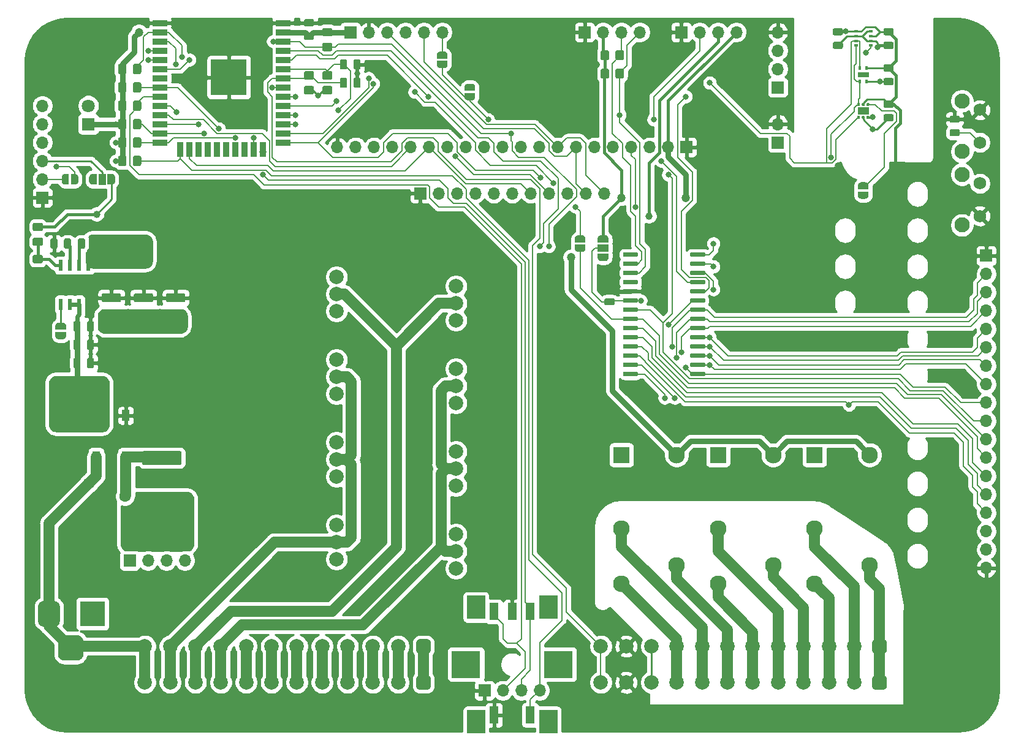
<source format=gbr>
G04 #@! TF.GenerationSoftware,KiCad,Pcbnew,(5.1.5-0-10_14)*
G04 #@! TF.CreationDate,2020-07-10T01:40:19-05:00*
G04 #@! TF.ProjectId,ClimateSprinklerController,436c696d-6174-4655-9370-72696e6b6c65,rev?*
G04 #@! TF.SameCoordinates,Original*
G04 #@! TF.FileFunction,Copper,L2,Bot*
G04 #@! TF.FilePolarity,Positive*
%FSLAX46Y46*%
G04 Gerber Fmt 4.6, Leading zero omitted, Abs format (unit mm)*
G04 Created by KiCad (PCBNEW (5.1.5-0-10_14)) date 2020-07-10 01:40:19*
%MOMM*%
%LPD*%
G04 APERTURE LIST*
%ADD10C,1.600000*%
%ADD11C,0.100000*%
%ADD12R,1.500000X1.000000*%
%ADD13C,2.000000*%
%ADD14O,1.700000X1.700000*%
%ADD15R,1.700000X1.700000*%
%ADD16R,1.300000X2.400000*%
%ADD17R,4.000000X3.750000*%
%ADD18R,2.500000X3.200000*%
%ADD19R,0.500000X0.350000*%
%ADD20R,0.400000X0.600000*%
%ADD21R,1.600000X0.700000*%
%ADD22R,1.600000X1.000000*%
%ADD23C,2.100000*%
%ADD24C,1.750000*%
%ADD25C,0.800000*%
%ADD26C,6.400000*%
%ADD27C,0.600000*%
%ADD28R,0.600000X1.550000*%
%ADD29R,4.900000X2.950000*%
%ADD30R,2.000000X0.900000*%
%ADD31R,0.900000X2.000000*%
%ADD32R,5.000000X5.000000*%
%ADD33C,1.800000*%
%ADD34R,1.800000X1.800000*%
%ADD35C,2.300000*%
%ADD36R,2.300000X2.300000*%
%ADD37R,1.000000X1.500000*%
%ADD38R,3.500000X3.500000*%
%ADD39R,1.100000X1.500000*%
%ADD40C,1.000000*%
%ADD41C,1.200000*%
%ADD42C,0.600000*%
%ADD43C,0.250000*%
%ADD44C,0.400000*%
%ADD45C,0.800000*%
%ADD46C,1.500000*%
%ADD47C,0.200000*%
%ADD48C,0.254000*%
G04 APERTURE END LIST*
D10*
X96520000Y-111760000D03*
X91520000Y-109960000D03*
G04 #@! TA.AperFunction,SMDPad,CuDef*
D11*
G36*
X163310000Y-78220000D02*
G01*
X163310000Y-78770000D01*
X163309398Y-78770000D01*
X163309398Y-78794534D01*
X163304588Y-78843365D01*
X163295016Y-78891490D01*
X163280772Y-78938445D01*
X163261995Y-78983778D01*
X163238864Y-79027051D01*
X163211604Y-79067850D01*
X163180476Y-79105779D01*
X163145779Y-79140476D01*
X163107850Y-79171604D01*
X163067051Y-79198864D01*
X163023778Y-79221995D01*
X162978445Y-79240772D01*
X162931490Y-79255016D01*
X162883365Y-79264588D01*
X162834534Y-79269398D01*
X162810000Y-79269398D01*
X162810000Y-79270000D01*
X162310000Y-79270000D01*
X162310000Y-79269398D01*
X162285466Y-79269398D01*
X162236635Y-79264588D01*
X162188510Y-79255016D01*
X162141555Y-79240772D01*
X162096222Y-79221995D01*
X162052949Y-79198864D01*
X162012150Y-79171604D01*
X161974221Y-79140476D01*
X161939524Y-79105779D01*
X161908396Y-79067850D01*
X161881136Y-79027051D01*
X161858005Y-78983778D01*
X161839228Y-78938445D01*
X161824984Y-78891490D01*
X161815412Y-78843365D01*
X161810602Y-78794534D01*
X161810602Y-78770000D01*
X161810000Y-78770000D01*
X161810000Y-78220000D01*
X163310000Y-78220000D01*
G37*
G04 #@! TD.AperFunction*
G04 #@! TA.AperFunction,SMDPad,CuDef*
G36*
X161810602Y-76170000D02*
G01*
X161810602Y-76145466D01*
X161815412Y-76096635D01*
X161824984Y-76048510D01*
X161839228Y-76001555D01*
X161858005Y-75956222D01*
X161881136Y-75912949D01*
X161908396Y-75872150D01*
X161939524Y-75834221D01*
X161974221Y-75799524D01*
X162012150Y-75768396D01*
X162052949Y-75741136D01*
X162096222Y-75718005D01*
X162141555Y-75699228D01*
X162188510Y-75684984D01*
X162236635Y-75675412D01*
X162285466Y-75670602D01*
X162310000Y-75670602D01*
X162310000Y-75670000D01*
X162810000Y-75670000D01*
X162810000Y-75670602D01*
X162834534Y-75670602D01*
X162883365Y-75675412D01*
X162931490Y-75684984D01*
X162978445Y-75699228D01*
X163023778Y-75718005D01*
X163067051Y-75741136D01*
X163107850Y-75768396D01*
X163145779Y-75799524D01*
X163180476Y-75834221D01*
X163211604Y-75872150D01*
X163238864Y-75912949D01*
X163261995Y-75956222D01*
X163280772Y-76001555D01*
X163295016Y-76048510D01*
X163304588Y-76096635D01*
X163309398Y-76145466D01*
X163309398Y-76170000D01*
X163310000Y-76170000D01*
X163310000Y-76720000D01*
X161810000Y-76720000D01*
X161810000Y-76170000D01*
X161810602Y-76170000D01*
G37*
G04 #@! TD.AperFunction*
D12*
X162560000Y-77470000D03*
G04 #@! TA.AperFunction,SMDPad,CuDef*
D11*
G36*
X104604504Y-83701204D02*
G01*
X104628773Y-83704804D01*
X104652571Y-83710765D01*
X104675671Y-83719030D01*
X104697849Y-83729520D01*
X104718893Y-83742133D01*
X104738598Y-83756747D01*
X104756777Y-83773223D01*
X104773253Y-83791402D01*
X104787867Y-83811107D01*
X104800480Y-83832151D01*
X104810970Y-83854329D01*
X104819235Y-83877429D01*
X104825196Y-83901227D01*
X104828796Y-83925496D01*
X104830000Y-83950000D01*
X104830000Y-84700000D01*
X104828796Y-84724504D01*
X104825196Y-84748773D01*
X104819235Y-84772571D01*
X104810970Y-84795671D01*
X104800480Y-84817849D01*
X104787867Y-84838893D01*
X104773253Y-84858598D01*
X104756777Y-84876777D01*
X104738598Y-84893253D01*
X104718893Y-84907867D01*
X104697849Y-84920480D01*
X104675671Y-84930970D01*
X104652571Y-84939235D01*
X104628773Y-84945196D01*
X104604504Y-84948796D01*
X104580000Y-84950000D01*
X102430000Y-84950000D01*
X102405496Y-84948796D01*
X102381227Y-84945196D01*
X102357429Y-84939235D01*
X102334329Y-84930970D01*
X102312151Y-84920480D01*
X102291107Y-84907867D01*
X102271402Y-84893253D01*
X102253223Y-84876777D01*
X102236747Y-84858598D01*
X102222133Y-84838893D01*
X102209520Y-84817849D01*
X102199030Y-84795671D01*
X102190765Y-84772571D01*
X102184804Y-84748773D01*
X102181204Y-84724504D01*
X102180000Y-84700000D01*
X102180000Y-83950000D01*
X102181204Y-83925496D01*
X102184804Y-83901227D01*
X102190765Y-83877429D01*
X102199030Y-83854329D01*
X102209520Y-83832151D01*
X102222133Y-83811107D01*
X102236747Y-83791402D01*
X102253223Y-83773223D01*
X102271402Y-83756747D01*
X102291107Y-83742133D01*
X102312151Y-83729520D01*
X102334329Y-83719030D01*
X102357429Y-83710765D01*
X102381227Y-83704804D01*
X102405496Y-83701204D01*
X102430000Y-83700000D01*
X104580000Y-83700000D01*
X104604504Y-83701204D01*
G37*
G04 #@! TD.AperFunction*
G04 #@! TA.AperFunction,SMDPad,CuDef*
G36*
X104604504Y-86501204D02*
G01*
X104628773Y-86504804D01*
X104652571Y-86510765D01*
X104675671Y-86519030D01*
X104697849Y-86529520D01*
X104718893Y-86542133D01*
X104738598Y-86556747D01*
X104756777Y-86573223D01*
X104773253Y-86591402D01*
X104787867Y-86611107D01*
X104800480Y-86632151D01*
X104810970Y-86654329D01*
X104819235Y-86677429D01*
X104825196Y-86701227D01*
X104828796Y-86725496D01*
X104830000Y-86750000D01*
X104830000Y-87500000D01*
X104828796Y-87524504D01*
X104825196Y-87548773D01*
X104819235Y-87572571D01*
X104810970Y-87595671D01*
X104800480Y-87617849D01*
X104787867Y-87638893D01*
X104773253Y-87658598D01*
X104756777Y-87676777D01*
X104738598Y-87693253D01*
X104718893Y-87707867D01*
X104697849Y-87720480D01*
X104675671Y-87730970D01*
X104652571Y-87739235D01*
X104628773Y-87745196D01*
X104604504Y-87748796D01*
X104580000Y-87750000D01*
X102430000Y-87750000D01*
X102405496Y-87748796D01*
X102381227Y-87745196D01*
X102357429Y-87739235D01*
X102334329Y-87730970D01*
X102312151Y-87720480D01*
X102291107Y-87707867D01*
X102271402Y-87693253D01*
X102253223Y-87676777D01*
X102236747Y-87658598D01*
X102222133Y-87638893D01*
X102209520Y-87617849D01*
X102199030Y-87595671D01*
X102190765Y-87572571D01*
X102184804Y-87548773D01*
X102181204Y-87524504D01*
X102180000Y-87500000D01*
X102180000Y-86750000D01*
X102181204Y-86725496D01*
X102184804Y-86701227D01*
X102190765Y-86677429D01*
X102199030Y-86654329D01*
X102209520Y-86632151D01*
X102222133Y-86611107D01*
X102236747Y-86591402D01*
X102253223Y-86573223D01*
X102271402Y-86556747D01*
X102291107Y-86542133D01*
X102312151Y-86529520D01*
X102334329Y-86519030D01*
X102357429Y-86510765D01*
X102381227Y-86504804D01*
X102405496Y-86501204D01*
X102430000Y-86500000D01*
X104580000Y-86500000D01*
X104604504Y-86501204D01*
G37*
G04 #@! TD.AperFunction*
G04 #@! TA.AperFunction,SMDPad,CuDef*
G36*
X100159504Y-83701204D02*
G01*
X100183773Y-83704804D01*
X100207571Y-83710765D01*
X100230671Y-83719030D01*
X100252849Y-83729520D01*
X100273893Y-83742133D01*
X100293598Y-83756747D01*
X100311777Y-83773223D01*
X100328253Y-83791402D01*
X100342867Y-83811107D01*
X100355480Y-83832151D01*
X100365970Y-83854329D01*
X100374235Y-83877429D01*
X100380196Y-83901227D01*
X100383796Y-83925496D01*
X100385000Y-83950000D01*
X100385000Y-84700000D01*
X100383796Y-84724504D01*
X100380196Y-84748773D01*
X100374235Y-84772571D01*
X100365970Y-84795671D01*
X100355480Y-84817849D01*
X100342867Y-84838893D01*
X100328253Y-84858598D01*
X100311777Y-84876777D01*
X100293598Y-84893253D01*
X100273893Y-84907867D01*
X100252849Y-84920480D01*
X100230671Y-84930970D01*
X100207571Y-84939235D01*
X100183773Y-84945196D01*
X100159504Y-84948796D01*
X100135000Y-84950000D01*
X97985000Y-84950000D01*
X97960496Y-84948796D01*
X97936227Y-84945196D01*
X97912429Y-84939235D01*
X97889329Y-84930970D01*
X97867151Y-84920480D01*
X97846107Y-84907867D01*
X97826402Y-84893253D01*
X97808223Y-84876777D01*
X97791747Y-84858598D01*
X97777133Y-84838893D01*
X97764520Y-84817849D01*
X97754030Y-84795671D01*
X97745765Y-84772571D01*
X97739804Y-84748773D01*
X97736204Y-84724504D01*
X97735000Y-84700000D01*
X97735000Y-83950000D01*
X97736204Y-83925496D01*
X97739804Y-83901227D01*
X97745765Y-83877429D01*
X97754030Y-83854329D01*
X97764520Y-83832151D01*
X97777133Y-83811107D01*
X97791747Y-83791402D01*
X97808223Y-83773223D01*
X97826402Y-83756747D01*
X97846107Y-83742133D01*
X97867151Y-83729520D01*
X97889329Y-83719030D01*
X97912429Y-83710765D01*
X97936227Y-83704804D01*
X97960496Y-83701204D01*
X97985000Y-83700000D01*
X100135000Y-83700000D01*
X100159504Y-83701204D01*
G37*
G04 #@! TD.AperFunction*
G04 #@! TA.AperFunction,SMDPad,CuDef*
G36*
X100159504Y-86501204D02*
G01*
X100183773Y-86504804D01*
X100207571Y-86510765D01*
X100230671Y-86519030D01*
X100252849Y-86529520D01*
X100273893Y-86542133D01*
X100293598Y-86556747D01*
X100311777Y-86573223D01*
X100328253Y-86591402D01*
X100342867Y-86611107D01*
X100355480Y-86632151D01*
X100365970Y-86654329D01*
X100374235Y-86677429D01*
X100380196Y-86701227D01*
X100383796Y-86725496D01*
X100385000Y-86750000D01*
X100385000Y-87500000D01*
X100383796Y-87524504D01*
X100380196Y-87548773D01*
X100374235Y-87572571D01*
X100365970Y-87595671D01*
X100355480Y-87617849D01*
X100342867Y-87638893D01*
X100328253Y-87658598D01*
X100311777Y-87676777D01*
X100293598Y-87693253D01*
X100273893Y-87707867D01*
X100252849Y-87720480D01*
X100230671Y-87730970D01*
X100207571Y-87739235D01*
X100183773Y-87745196D01*
X100159504Y-87748796D01*
X100135000Y-87750000D01*
X97985000Y-87750000D01*
X97960496Y-87748796D01*
X97936227Y-87745196D01*
X97912429Y-87739235D01*
X97889329Y-87730970D01*
X97867151Y-87720480D01*
X97846107Y-87707867D01*
X97826402Y-87693253D01*
X97808223Y-87676777D01*
X97791747Y-87658598D01*
X97777133Y-87638893D01*
X97764520Y-87617849D01*
X97754030Y-87595671D01*
X97745765Y-87572571D01*
X97739804Y-87548773D01*
X97736204Y-87524504D01*
X97735000Y-87500000D01*
X97735000Y-86750000D01*
X97736204Y-86725496D01*
X97739804Y-86701227D01*
X97745765Y-86677429D01*
X97754030Y-86654329D01*
X97764520Y-86632151D01*
X97777133Y-86611107D01*
X97791747Y-86591402D01*
X97808223Y-86573223D01*
X97826402Y-86556747D01*
X97846107Y-86542133D01*
X97867151Y-86529520D01*
X97889329Y-86519030D01*
X97912429Y-86510765D01*
X97936227Y-86504804D01*
X97960496Y-86501204D01*
X97985000Y-86500000D01*
X100135000Y-86500000D01*
X100159504Y-86501204D01*
G37*
G04 #@! TD.AperFunction*
G04 #@! TA.AperFunction,SMDPad,CuDef*
G36*
X95714504Y-83701204D02*
G01*
X95738773Y-83704804D01*
X95762571Y-83710765D01*
X95785671Y-83719030D01*
X95807849Y-83729520D01*
X95828893Y-83742133D01*
X95848598Y-83756747D01*
X95866777Y-83773223D01*
X95883253Y-83791402D01*
X95897867Y-83811107D01*
X95910480Y-83832151D01*
X95920970Y-83854329D01*
X95929235Y-83877429D01*
X95935196Y-83901227D01*
X95938796Y-83925496D01*
X95940000Y-83950000D01*
X95940000Y-84700000D01*
X95938796Y-84724504D01*
X95935196Y-84748773D01*
X95929235Y-84772571D01*
X95920970Y-84795671D01*
X95910480Y-84817849D01*
X95897867Y-84838893D01*
X95883253Y-84858598D01*
X95866777Y-84876777D01*
X95848598Y-84893253D01*
X95828893Y-84907867D01*
X95807849Y-84920480D01*
X95785671Y-84930970D01*
X95762571Y-84939235D01*
X95738773Y-84945196D01*
X95714504Y-84948796D01*
X95690000Y-84950000D01*
X93540000Y-84950000D01*
X93515496Y-84948796D01*
X93491227Y-84945196D01*
X93467429Y-84939235D01*
X93444329Y-84930970D01*
X93422151Y-84920480D01*
X93401107Y-84907867D01*
X93381402Y-84893253D01*
X93363223Y-84876777D01*
X93346747Y-84858598D01*
X93332133Y-84838893D01*
X93319520Y-84817849D01*
X93309030Y-84795671D01*
X93300765Y-84772571D01*
X93294804Y-84748773D01*
X93291204Y-84724504D01*
X93290000Y-84700000D01*
X93290000Y-83950000D01*
X93291204Y-83925496D01*
X93294804Y-83901227D01*
X93300765Y-83877429D01*
X93309030Y-83854329D01*
X93319520Y-83832151D01*
X93332133Y-83811107D01*
X93346747Y-83791402D01*
X93363223Y-83773223D01*
X93381402Y-83756747D01*
X93401107Y-83742133D01*
X93422151Y-83729520D01*
X93444329Y-83719030D01*
X93467429Y-83710765D01*
X93491227Y-83704804D01*
X93515496Y-83701204D01*
X93540000Y-83700000D01*
X95690000Y-83700000D01*
X95714504Y-83701204D01*
G37*
G04 #@! TD.AperFunction*
G04 #@! TA.AperFunction,SMDPad,CuDef*
G36*
X95714504Y-86501204D02*
G01*
X95738773Y-86504804D01*
X95762571Y-86510765D01*
X95785671Y-86519030D01*
X95807849Y-86529520D01*
X95828893Y-86542133D01*
X95848598Y-86556747D01*
X95866777Y-86573223D01*
X95883253Y-86591402D01*
X95897867Y-86611107D01*
X95910480Y-86632151D01*
X95920970Y-86654329D01*
X95929235Y-86677429D01*
X95935196Y-86701227D01*
X95938796Y-86725496D01*
X95940000Y-86750000D01*
X95940000Y-87500000D01*
X95938796Y-87524504D01*
X95935196Y-87548773D01*
X95929235Y-87572571D01*
X95920970Y-87595671D01*
X95910480Y-87617849D01*
X95897867Y-87638893D01*
X95883253Y-87658598D01*
X95866777Y-87676777D01*
X95848598Y-87693253D01*
X95828893Y-87707867D01*
X95807849Y-87720480D01*
X95785671Y-87730970D01*
X95762571Y-87739235D01*
X95738773Y-87745196D01*
X95714504Y-87748796D01*
X95690000Y-87750000D01*
X93540000Y-87750000D01*
X93515496Y-87748796D01*
X93491227Y-87745196D01*
X93467429Y-87739235D01*
X93444329Y-87730970D01*
X93422151Y-87720480D01*
X93401107Y-87707867D01*
X93381402Y-87693253D01*
X93363223Y-87676777D01*
X93346747Y-87658598D01*
X93332133Y-87638893D01*
X93319520Y-87617849D01*
X93309030Y-87595671D01*
X93300765Y-87572571D01*
X93294804Y-87548773D01*
X93291204Y-87524504D01*
X93290000Y-87500000D01*
X93290000Y-86750000D01*
X93291204Y-86725496D01*
X93294804Y-86701227D01*
X93300765Y-86677429D01*
X93309030Y-86654329D01*
X93319520Y-86632151D01*
X93332133Y-86611107D01*
X93346747Y-86591402D01*
X93363223Y-86573223D01*
X93381402Y-86556747D01*
X93401107Y-86542133D01*
X93422151Y-86529520D01*
X93444329Y-86519030D01*
X93467429Y-86510765D01*
X93491227Y-86504804D01*
X93515496Y-86501204D01*
X93540000Y-86500000D01*
X95690000Y-86500000D01*
X95714504Y-86501204D01*
G37*
G04 #@! TD.AperFunction*
G04 #@! TA.AperFunction,SMDPad,CuDef*
G36*
X128840142Y-53911174D02*
G01*
X128863803Y-53914684D01*
X128887007Y-53920496D01*
X128909529Y-53928554D01*
X128931153Y-53938782D01*
X128951670Y-53951079D01*
X128970883Y-53965329D01*
X128988607Y-53981393D01*
X129004671Y-53999117D01*
X129018921Y-54018330D01*
X129031218Y-54038847D01*
X129041446Y-54060471D01*
X129049504Y-54082993D01*
X129055316Y-54106197D01*
X129058826Y-54129858D01*
X129060000Y-54153750D01*
X129060000Y-55066250D01*
X129058826Y-55090142D01*
X129055316Y-55113803D01*
X129049504Y-55137007D01*
X129041446Y-55159529D01*
X129031218Y-55181153D01*
X129018921Y-55201670D01*
X129004671Y-55220883D01*
X128988607Y-55238607D01*
X128970883Y-55254671D01*
X128951670Y-55268921D01*
X128931153Y-55281218D01*
X128909529Y-55291446D01*
X128887007Y-55299504D01*
X128863803Y-55305316D01*
X128840142Y-55308826D01*
X128816250Y-55310000D01*
X128328750Y-55310000D01*
X128304858Y-55308826D01*
X128281197Y-55305316D01*
X128257993Y-55299504D01*
X128235471Y-55291446D01*
X128213847Y-55281218D01*
X128193330Y-55268921D01*
X128174117Y-55254671D01*
X128156393Y-55238607D01*
X128140329Y-55220883D01*
X128126079Y-55201670D01*
X128113782Y-55181153D01*
X128103554Y-55159529D01*
X128095496Y-55137007D01*
X128089684Y-55113803D01*
X128086174Y-55090142D01*
X128085000Y-55066250D01*
X128085000Y-54153750D01*
X128086174Y-54129858D01*
X128089684Y-54106197D01*
X128095496Y-54082993D01*
X128103554Y-54060471D01*
X128113782Y-54038847D01*
X128126079Y-54018330D01*
X128140329Y-53999117D01*
X128156393Y-53981393D01*
X128174117Y-53965329D01*
X128193330Y-53951079D01*
X128213847Y-53938782D01*
X128235471Y-53928554D01*
X128257993Y-53920496D01*
X128281197Y-53914684D01*
X128304858Y-53911174D01*
X128328750Y-53910000D01*
X128816250Y-53910000D01*
X128840142Y-53911174D01*
G37*
G04 #@! TD.AperFunction*
G04 #@! TA.AperFunction,SMDPad,CuDef*
G36*
X126965142Y-53911174D02*
G01*
X126988803Y-53914684D01*
X127012007Y-53920496D01*
X127034529Y-53928554D01*
X127056153Y-53938782D01*
X127076670Y-53951079D01*
X127095883Y-53965329D01*
X127113607Y-53981393D01*
X127129671Y-53999117D01*
X127143921Y-54018330D01*
X127156218Y-54038847D01*
X127166446Y-54060471D01*
X127174504Y-54082993D01*
X127180316Y-54106197D01*
X127183826Y-54129858D01*
X127185000Y-54153750D01*
X127185000Y-55066250D01*
X127183826Y-55090142D01*
X127180316Y-55113803D01*
X127174504Y-55137007D01*
X127166446Y-55159529D01*
X127156218Y-55181153D01*
X127143921Y-55201670D01*
X127129671Y-55220883D01*
X127113607Y-55238607D01*
X127095883Y-55254671D01*
X127076670Y-55268921D01*
X127056153Y-55281218D01*
X127034529Y-55291446D01*
X127012007Y-55299504D01*
X126988803Y-55305316D01*
X126965142Y-55308826D01*
X126941250Y-55310000D01*
X126453750Y-55310000D01*
X126429858Y-55308826D01*
X126406197Y-55305316D01*
X126382993Y-55299504D01*
X126360471Y-55291446D01*
X126338847Y-55281218D01*
X126318330Y-55268921D01*
X126299117Y-55254671D01*
X126281393Y-55238607D01*
X126265329Y-55220883D01*
X126251079Y-55201670D01*
X126238782Y-55181153D01*
X126228554Y-55159529D01*
X126220496Y-55137007D01*
X126214684Y-55113803D01*
X126211174Y-55090142D01*
X126210000Y-55066250D01*
X126210000Y-54153750D01*
X126211174Y-54129858D01*
X126214684Y-54106197D01*
X126220496Y-54082993D01*
X126228554Y-54060471D01*
X126238782Y-54038847D01*
X126251079Y-54018330D01*
X126265329Y-53999117D01*
X126281393Y-53981393D01*
X126299117Y-53965329D01*
X126318330Y-53951079D01*
X126338847Y-53938782D01*
X126360471Y-53928554D01*
X126382993Y-53920496D01*
X126406197Y-53914684D01*
X126429858Y-53911174D01*
X126453750Y-53910000D01*
X126941250Y-53910000D01*
X126965142Y-53911174D01*
G37*
G04 #@! TD.AperFunction*
G04 #@! TA.AperFunction,SMDPad,CuDef*
G36*
X128840142Y-51371174D02*
G01*
X128863803Y-51374684D01*
X128887007Y-51380496D01*
X128909529Y-51388554D01*
X128931153Y-51398782D01*
X128951670Y-51411079D01*
X128970883Y-51425329D01*
X128988607Y-51441393D01*
X129004671Y-51459117D01*
X129018921Y-51478330D01*
X129031218Y-51498847D01*
X129041446Y-51520471D01*
X129049504Y-51542993D01*
X129055316Y-51566197D01*
X129058826Y-51589858D01*
X129060000Y-51613750D01*
X129060000Y-52526250D01*
X129058826Y-52550142D01*
X129055316Y-52573803D01*
X129049504Y-52597007D01*
X129041446Y-52619529D01*
X129031218Y-52641153D01*
X129018921Y-52661670D01*
X129004671Y-52680883D01*
X128988607Y-52698607D01*
X128970883Y-52714671D01*
X128951670Y-52728921D01*
X128931153Y-52741218D01*
X128909529Y-52751446D01*
X128887007Y-52759504D01*
X128863803Y-52765316D01*
X128840142Y-52768826D01*
X128816250Y-52770000D01*
X128328750Y-52770000D01*
X128304858Y-52768826D01*
X128281197Y-52765316D01*
X128257993Y-52759504D01*
X128235471Y-52751446D01*
X128213847Y-52741218D01*
X128193330Y-52728921D01*
X128174117Y-52714671D01*
X128156393Y-52698607D01*
X128140329Y-52680883D01*
X128126079Y-52661670D01*
X128113782Y-52641153D01*
X128103554Y-52619529D01*
X128095496Y-52597007D01*
X128089684Y-52573803D01*
X128086174Y-52550142D01*
X128085000Y-52526250D01*
X128085000Y-51613750D01*
X128086174Y-51589858D01*
X128089684Y-51566197D01*
X128095496Y-51542993D01*
X128103554Y-51520471D01*
X128113782Y-51498847D01*
X128126079Y-51478330D01*
X128140329Y-51459117D01*
X128156393Y-51441393D01*
X128174117Y-51425329D01*
X128193330Y-51411079D01*
X128213847Y-51398782D01*
X128235471Y-51388554D01*
X128257993Y-51380496D01*
X128281197Y-51374684D01*
X128304858Y-51371174D01*
X128328750Y-51370000D01*
X128816250Y-51370000D01*
X128840142Y-51371174D01*
G37*
G04 #@! TD.AperFunction*
G04 #@! TA.AperFunction,SMDPad,CuDef*
G36*
X126965142Y-51371174D02*
G01*
X126988803Y-51374684D01*
X127012007Y-51380496D01*
X127034529Y-51388554D01*
X127056153Y-51398782D01*
X127076670Y-51411079D01*
X127095883Y-51425329D01*
X127113607Y-51441393D01*
X127129671Y-51459117D01*
X127143921Y-51478330D01*
X127156218Y-51498847D01*
X127166446Y-51520471D01*
X127174504Y-51542993D01*
X127180316Y-51566197D01*
X127183826Y-51589858D01*
X127185000Y-51613750D01*
X127185000Y-52526250D01*
X127183826Y-52550142D01*
X127180316Y-52573803D01*
X127174504Y-52597007D01*
X127166446Y-52619529D01*
X127156218Y-52641153D01*
X127143921Y-52661670D01*
X127129671Y-52680883D01*
X127113607Y-52698607D01*
X127095883Y-52714671D01*
X127076670Y-52728921D01*
X127056153Y-52741218D01*
X127034529Y-52751446D01*
X127012007Y-52759504D01*
X126988803Y-52765316D01*
X126965142Y-52768826D01*
X126941250Y-52770000D01*
X126453750Y-52770000D01*
X126429858Y-52768826D01*
X126406197Y-52765316D01*
X126382993Y-52759504D01*
X126360471Y-52751446D01*
X126338847Y-52741218D01*
X126318330Y-52728921D01*
X126299117Y-52714671D01*
X126281393Y-52698607D01*
X126265329Y-52680883D01*
X126251079Y-52661670D01*
X126238782Y-52641153D01*
X126228554Y-52619529D01*
X126220496Y-52597007D01*
X126214684Y-52573803D01*
X126211174Y-52550142D01*
X126210000Y-52526250D01*
X126210000Y-51613750D01*
X126211174Y-51589858D01*
X126214684Y-51566197D01*
X126220496Y-51542993D01*
X126228554Y-51520471D01*
X126238782Y-51498847D01*
X126251079Y-51478330D01*
X126265329Y-51459117D01*
X126281393Y-51441393D01*
X126299117Y-51425329D01*
X126318330Y-51411079D01*
X126338847Y-51398782D01*
X126360471Y-51388554D01*
X126382993Y-51380496D01*
X126406197Y-51374684D01*
X126429858Y-51371174D01*
X126453750Y-51370000D01*
X126941250Y-51370000D01*
X126965142Y-51371174D01*
G37*
G04 #@! TD.AperFunction*
D13*
X125730000Y-115760000D03*
X125730000Y-118110000D03*
X125730000Y-120460000D03*
X125730000Y-104330000D03*
X125730000Y-106680000D03*
X125730000Y-109030000D03*
X125730000Y-92900000D03*
X125730000Y-95250000D03*
X125730000Y-97600000D03*
X125730000Y-81470000D03*
X125730000Y-83820000D03*
X125730000Y-86170000D03*
X142240000Y-87440000D03*
X142240000Y-85090000D03*
X142240000Y-82740000D03*
X142240000Y-98870000D03*
X142240000Y-96520000D03*
X142240000Y-94170000D03*
X142240000Y-110300000D03*
X142240000Y-107950000D03*
X142240000Y-105600000D03*
X142240000Y-121730000D03*
X142240000Y-119380000D03*
X142240000Y-117030000D03*
G04 #@! TA.AperFunction,SMDPad,CuDef*
D11*
G36*
X124934505Y-55061204D02*
G01*
X124958773Y-55064804D01*
X124982572Y-55070765D01*
X125005671Y-55079030D01*
X125027850Y-55089520D01*
X125048893Y-55102132D01*
X125068599Y-55116747D01*
X125086777Y-55133223D01*
X125103253Y-55151401D01*
X125117868Y-55171107D01*
X125130480Y-55192150D01*
X125140970Y-55214329D01*
X125149235Y-55237428D01*
X125155196Y-55261227D01*
X125158796Y-55285495D01*
X125160000Y-55309999D01*
X125160000Y-55960001D01*
X125158796Y-55984505D01*
X125155196Y-56008773D01*
X125149235Y-56032572D01*
X125140970Y-56055671D01*
X125130480Y-56077850D01*
X125117868Y-56098893D01*
X125103253Y-56118599D01*
X125086777Y-56136777D01*
X125068599Y-56153253D01*
X125048893Y-56167868D01*
X125027850Y-56180480D01*
X125005671Y-56190970D01*
X124982572Y-56199235D01*
X124958773Y-56205196D01*
X124934505Y-56208796D01*
X124910001Y-56210000D01*
X124009999Y-56210000D01*
X123985495Y-56208796D01*
X123961227Y-56205196D01*
X123937428Y-56199235D01*
X123914329Y-56190970D01*
X123892150Y-56180480D01*
X123871107Y-56167868D01*
X123851401Y-56153253D01*
X123833223Y-56136777D01*
X123816747Y-56118599D01*
X123802132Y-56098893D01*
X123789520Y-56077850D01*
X123779030Y-56055671D01*
X123770765Y-56032572D01*
X123764804Y-56008773D01*
X123761204Y-55984505D01*
X123760000Y-55960001D01*
X123760000Y-55309999D01*
X123761204Y-55285495D01*
X123764804Y-55261227D01*
X123770765Y-55237428D01*
X123779030Y-55214329D01*
X123789520Y-55192150D01*
X123802132Y-55171107D01*
X123816747Y-55151401D01*
X123833223Y-55133223D01*
X123851401Y-55116747D01*
X123871107Y-55102132D01*
X123892150Y-55089520D01*
X123914329Y-55079030D01*
X123937428Y-55070765D01*
X123961227Y-55064804D01*
X123985495Y-55061204D01*
X124009999Y-55060000D01*
X124910001Y-55060000D01*
X124934505Y-55061204D01*
G37*
G04 #@! TD.AperFunction*
G04 #@! TA.AperFunction,SMDPad,CuDef*
G36*
X124934505Y-53011204D02*
G01*
X124958773Y-53014804D01*
X124982572Y-53020765D01*
X125005671Y-53029030D01*
X125027850Y-53039520D01*
X125048893Y-53052132D01*
X125068599Y-53066747D01*
X125086777Y-53083223D01*
X125103253Y-53101401D01*
X125117868Y-53121107D01*
X125130480Y-53142150D01*
X125140970Y-53164329D01*
X125149235Y-53187428D01*
X125155196Y-53211227D01*
X125158796Y-53235495D01*
X125160000Y-53259999D01*
X125160000Y-53910001D01*
X125158796Y-53934505D01*
X125155196Y-53958773D01*
X125149235Y-53982572D01*
X125140970Y-54005671D01*
X125130480Y-54027850D01*
X125117868Y-54048893D01*
X125103253Y-54068599D01*
X125086777Y-54086777D01*
X125068599Y-54103253D01*
X125048893Y-54117868D01*
X125027850Y-54130480D01*
X125005671Y-54140970D01*
X124982572Y-54149235D01*
X124958773Y-54155196D01*
X124934505Y-54158796D01*
X124910001Y-54160000D01*
X124009999Y-54160000D01*
X123985495Y-54158796D01*
X123961227Y-54155196D01*
X123937428Y-54149235D01*
X123914329Y-54140970D01*
X123892150Y-54130480D01*
X123871107Y-54117868D01*
X123851401Y-54103253D01*
X123833223Y-54086777D01*
X123816747Y-54068599D01*
X123802132Y-54048893D01*
X123789520Y-54027850D01*
X123779030Y-54005671D01*
X123770765Y-53982572D01*
X123764804Y-53958773D01*
X123761204Y-53934505D01*
X123760000Y-53910001D01*
X123760000Y-53259999D01*
X123761204Y-53235495D01*
X123764804Y-53211227D01*
X123770765Y-53187428D01*
X123779030Y-53164329D01*
X123789520Y-53142150D01*
X123802132Y-53121107D01*
X123816747Y-53101401D01*
X123833223Y-53083223D01*
X123851401Y-53066747D01*
X123871107Y-53052132D01*
X123892150Y-53039520D01*
X123914329Y-53029030D01*
X123937428Y-53020765D01*
X123961227Y-53014804D01*
X123985495Y-53011204D01*
X124009999Y-53010000D01*
X124910001Y-53010000D01*
X124934505Y-53011204D01*
G37*
G04 #@! TD.AperFunction*
D14*
X153790000Y-138600000D03*
X151250000Y-138600000D03*
X148710000Y-138600000D03*
D15*
X146170000Y-138600000D03*
G04 #@! TA.AperFunction,SMDPad,CuDef*
D11*
G36*
X211617642Y-59155174D02*
G01*
X211641303Y-59158684D01*
X211664507Y-59164496D01*
X211687029Y-59172554D01*
X211708653Y-59182782D01*
X211729170Y-59195079D01*
X211748383Y-59209329D01*
X211766107Y-59225393D01*
X211782171Y-59243117D01*
X211796421Y-59262330D01*
X211808718Y-59282847D01*
X211818946Y-59304471D01*
X211827004Y-59326993D01*
X211832816Y-59350197D01*
X211836326Y-59373858D01*
X211837500Y-59397750D01*
X211837500Y-59885250D01*
X211836326Y-59909142D01*
X211832816Y-59932803D01*
X211827004Y-59956007D01*
X211818946Y-59978529D01*
X211808718Y-60000153D01*
X211796421Y-60020670D01*
X211782171Y-60039883D01*
X211766107Y-60057607D01*
X211748383Y-60073671D01*
X211729170Y-60087921D01*
X211708653Y-60100218D01*
X211687029Y-60110446D01*
X211664507Y-60118504D01*
X211641303Y-60124316D01*
X211617642Y-60127826D01*
X211593750Y-60129000D01*
X210681250Y-60129000D01*
X210657358Y-60127826D01*
X210633697Y-60124316D01*
X210610493Y-60118504D01*
X210587971Y-60110446D01*
X210566347Y-60100218D01*
X210545830Y-60087921D01*
X210526617Y-60073671D01*
X210508893Y-60057607D01*
X210492829Y-60039883D01*
X210478579Y-60020670D01*
X210466282Y-60000153D01*
X210456054Y-59978529D01*
X210447996Y-59956007D01*
X210442184Y-59932803D01*
X210438674Y-59909142D01*
X210437500Y-59885250D01*
X210437500Y-59397750D01*
X210438674Y-59373858D01*
X210442184Y-59350197D01*
X210447996Y-59326993D01*
X210456054Y-59304471D01*
X210466282Y-59282847D01*
X210478579Y-59262330D01*
X210492829Y-59243117D01*
X210508893Y-59225393D01*
X210526617Y-59209329D01*
X210545830Y-59195079D01*
X210566347Y-59182782D01*
X210587971Y-59172554D01*
X210610493Y-59164496D01*
X210633697Y-59158684D01*
X210657358Y-59155174D01*
X210681250Y-59154000D01*
X211593750Y-59154000D01*
X211617642Y-59155174D01*
G37*
G04 #@! TD.AperFunction*
G04 #@! TA.AperFunction,SMDPad,CuDef*
G36*
X211617642Y-61030174D02*
G01*
X211641303Y-61033684D01*
X211664507Y-61039496D01*
X211687029Y-61047554D01*
X211708653Y-61057782D01*
X211729170Y-61070079D01*
X211748383Y-61084329D01*
X211766107Y-61100393D01*
X211782171Y-61118117D01*
X211796421Y-61137330D01*
X211808718Y-61157847D01*
X211818946Y-61179471D01*
X211827004Y-61201993D01*
X211832816Y-61225197D01*
X211836326Y-61248858D01*
X211837500Y-61272750D01*
X211837500Y-61760250D01*
X211836326Y-61784142D01*
X211832816Y-61807803D01*
X211827004Y-61831007D01*
X211818946Y-61853529D01*
X211808718Y-61875153D01*
X211796421Y-61895670D01*
X211782171Y-61914883D01*
X211766107Y-61932607D01*
X211748383Y-61948671D01*
X211729170Y-61962921D01*
X211708653Y-61975218D01*
X211687029Y-61985446D01*
X211664507Y-61993504D01*
X211641303Y-61999316D01*
X211617642Y-62002826D01*
X211593750Y-62004000D01*
X210681250Y-62004000D01*
X210657358Y-62002826D01*
X210633697Y-61999316D01*
X210610493Y-61993504D01*
X210587971Y-61985446D01*
X210566347Y-61975218D01*
X210545830Y-61962921D01*
X210526617Y-61948671D01*
X210508893Y-61932607D01*
X210492829Y-61914883D01*
X210478579Y-61895670D01*
X210466282Y-61875153D01*
X210456054Y-61853529D01*
X210447996Y-61831007D01*
X210442184Y-61807803D01*
X210438674Y-61784142D01*
X210437500Y-61760250D01*
X210437500Y-61272750D01*
X210438674Y-61248858D01*
X210442184Y-61225197D01*
X210447996Y-61201993D01*
X210456054Y-61179471D01*
X210466282Y-61157847D01*
X210478579Y-61137330D01*
X210492829Y-61118117D01*
X210508893Y-61100393D01*
X210526617Y-61084329D01*
X210545830Y-61070079D01*
X210566347Y-61057782D01*
X210587971Y-61047554D01*
X210610493Y-61039496D01*
X210633697Y-61033684D01*
X210657358Y-61030174D01*
X210681250Y-61029000D01*
X211593750Y-61029000D01*
X211617642Y-61030174D01*
G37*
G04 #@! TD.AperFunction*
G04 #@! TA.AperFunction,SMDPad,CuDef*
G36*
X199249398Y-70150000D02*
G01*
X199249398Y-70174534D01*
X199244588Y-70223365D01*
X199235016Y-70271490D01*
X199220772Y-70318445D01*
X199201995Y-70363778D01*
X199178864Y-70407051D01*
X199151604Y-70447850D01*
X199120476Y-70485779D01*
X199085779Y-70520476D01*
X199047850Y-70551604D01*
X199007051Y-70578864D01*
X198963778Y-70601995D01*
X198918445Y-70620772D01*
X198871490Y-70635016D01*
X198823365Y-70644588D01*
X198774534Y-70649398D01*
X198750000Y-70649398D01*
X198750000Y-70650000D01*
X198250000Y-70650000D01*
X198250000Y-70649398D01*
X198225466Y-70649398D01*
X198176635Y-70644588D01*
X198128510Y-70635016D01*
X198081555Y-70620772D01*
X198036222Y-70601995D01*
X197992949Y-70578864D01*
X197952150Y-70551604D01*
X197914221Y-70520476D01*
X197879524Y-70485779D01*
X197848396Y-70447850D01*
X197821136Y-70407051D01*
X197798005Y-70363778D01*
X197779228Y-70318445D01*
X197764984Y-70271490D01*
X197755412Y-70223365D01*
X197750602Y-70174534D01*
X197750602Y-70150000D01*
X197750000Y-70150000D01*
X197750000Y-69650000D01*
X199250000Y-69650000D01*
X199250000Y-70150000D01*
X199249398Y-70150000D01*
G37*
G04 #@! TD.AperFunction*
G04 #@! TA.AperFunction,SMDPad,CuDef*
G36*
X197750000Y-69350000D02*
G01*
X197750000Y-68850000D01*
X197750602Y-68850000D01*
X197750602Y-68825466D01*
X197755412Y-68776635D01*
X197764984Y-68728510D01*
X197779228Y-68681555D01*
X197798005Y-68636222D01*
X197821136Y-68592949D01*
X197848396Y-68552150D01*
X197879524Y-68514221D01*
X197914221Y-68479524D01*
X197952150Y-68448396D01*
X197992949Y-68421136D01*
X198036222Y-68398005D01*
X198081555Y-68379228D01*
X198128510Y-68364984D01*
X198176635Y-68355412D01*
X198225466Y-68350602D01*
X198250000Y-68350602D01*
X198250000Y-68350000D01*
X198750000Y-68350000D01*
X198750000Y-68350602D01*
X198774534Y-68350602D01*
X198823365Y-68355412D01*
X198871490Y-68364984D01*
X198918445Y-68379228D01*
X198963778Y-68398005D01*
X199007051Y-68421136D01*
X199047850Y-68448396D01*
X199085779Y-68479524D01*
X199120476Y-68514221D01*
X199151604Y-68552150D01*
X199178864Y-68592949D01*
X199201995Y-68636222D01*
X199220772Y-68681555D01*
X199235016Y-68728510D01*
X199244588Y-68776635D01*
X199249398Y-68825466D01*
X199249398Y-68850000D01*
X199250000Y-68850000D01*
X199250000Y-69350000D01*
X197750000Y-69350000D01*
G37*
G04 #@! TD.AperFunction*
D16*
X147500000Y-127700000D03*
X150000000Y-127700000D03*
X152500000Y-127700000D03*
D17*
X143625000Y-135000000D03*
D16*
X152500000Y-142000000D03*
X147500000Y-142000000D03*
D17*
X156375000Y-135000000D03*
D18*
X145000000Y-142900000D03*
X155000000Y-142900000D03*
X145000000Y-127100000D03*
X155000000Y-127100000D03*
G04 #@! TA.AperFunction,SMDPad,CuDef*
D11*
G36*
X122400142Y-47695174D02*
G01*
X122423803Y-47698684D01*
X122447007Y-47704496D01*
X122469529Y-47712554D01*
X122491153Y-47722782D01*
X122511670Y-47735079D01*
X122530883Y-47749329D01*
X122548607Y-47765393D01*
X122564671Y-47783117D01*
X122578921Y-47802330D01*
X122591218Y-47822847D01*
X122601446Y-47844471D01*
X122609504Y-47866993D01*
X122615316Y-47890197D01*
X122618826Y-47913858D01*
X122620000Y-47937750D01*
X122620000Y-48425250D01*
X122618826Y-48449142D01*
X122615316Y-48472803D01*
X122609504Y-48496007D01*
X122601446Y-48518529D01*
X122591218Y-48540153D01*
X122578921Y-48560670D01*
X122564671Y-48579883D01*
X122548607Y-48597607D01*
X122530883Y-48613671D01*
X122511670Y-48627921D01*
X122491153Y-48640218D01*
X122469529Y-48650446D01*
X122447007Y-48658504D01*
X122423803Y-48664316D01*
X122400142Y-48667826D01*
X122376250Y-48669000D01*
X121463750Y-48669000D01*
X121439858Y-48667826D01*
X121416197Y-48664316D01*
X121392993Y-48658504D01*
X121370471Y-48650446D01*
X121348847Y-48640218D01*
X121328330Y-48627921D01*
X121309117Y-48613671D01*
X121291393Y-48597607D01*
X121275329Y-48579883D01*
X121261079Y-48560670D01*
X121248782Y-48540153D01*
X121238554Y-48518529D01*
X121230496Y-48496007D01*
X121224684Y-48472803D01*
X121221174Y-48449142D01*
X121220000Y-48425250D01*
X121220000Y-47937750D01*
X121221174Y-47913858D01*
X121224684Y-47890197D01*
X121230496Y-47866993D01*
X121238554Y-47844471D01*
X121248782Y-47822847D01*
X121261079Y-47802330D01*
X121275329Y-47783117D01*
X121291393Y-47765393D01*
X121309117Y-47749329D01*
X121328330Y-47735079D01*
X121348847Y-47722782D01*
X121370471Y-47712554D01*
X121392993Y-47704496D01*
X121416197Y-47698684D01*
X121439858Y-47695174D01*
X121463750Y-47694000D01*
X122376250Y-47694000D01*
X122400142Y-47695174D01*
G37*
G04 #@! TD.AperFunction*
G04 #@! TA.AperFunction,SMDPad,CuDef*
G36*
X122400142Y-45820174D02*
G01*
X122423803Y-45823684D01*
X122447007Y-45829496D01*
X122469529Y-45837554D01*
X122491153Y-45847782D01*
X122511670Y-45860079D01*
X122530883Y-45874329D01*
X122548607Y-45890393D01*
X122564671Y-45908117D01*
X122578921Y-45927330D01*
X122591218Y-45947847D01*
X122601446Y-45969471D01*
X122609504Y-45991993D01*
X122615316Y-46015197D01*
X122618826Y-46038858D01*
X122620000Y-46062750D01*
X122620000Y-46550250D01*
X122618826Y-46574142D01*
X122615316Y-46597803D01*
X122609504Y-46621007D01*
X122601446Y-46643529D01*
X122591218Y-46665153D01*
X122578921Y-46685670D01*
X122564671Y-46704883D01*
X122548607Y-46722607D01*
X122530883Y-46738671D01*
X122511670Y-46752921D01*
X122491153Y-46765218D01*
X122469529Y-46775446D01*
X122447007Y-46783504D01*
X122423803Y-46789316D01*
X122400142Y-46792826D01*
X122376250Y-46794000D01*
X121463750Y-46794000D01*
X121439858Y-46792826D01*
X121416197Y-46789316D01*
X121392993Y-46783504D01*
X121370471Y-46775446D01*
X121348847Y-46765218D01*
X121328330Y-46752921D01*
X121309117Y-46738671D01*
X121291393Y-46722607D01*
X121275329Y-46704883D01*
X121261079Y-46685670D01*
X121248782Y-46665153D01*
X121238554Y-46643529D01*
X121230496Y-46621007D01*
X121224684Y-46597803D01*
X121221174Y-46574142D01*
X121220000Y-46550250D01*
X121220000Y-46062750D01*
X121221174Y-46038858D01*
X121224684Y-46015197D01*
X121230496Y-45991993D01*
X121238554Y-45969471D01*
X121248782Y-45947847D01*
X121261079Y-45927330D01*
X121275329Y-45908117D01*
X121291393Y-45890393D01*
X121309117Y-45874329D01*
X121328330Y-45860079D01*
X121348847Y-45847782D01*
X121370471Y-45837554D01*
X121392993Y-45829496D01*
X121416197Y-45823684D01*
X121439858Y-45820174D01*
X121463750Y-45819000D01*
X122376250Y-45819000D01*
X122400142Y-45820174D01*
G37*
G04 #@! TD.AperFunction*
G04 #@! TA.AperFunction,SMDPad,CuDef*
G36*
X160134398Y-77485000D02*
G01*
X160134398Y-77509534D01*
X160129588Y-77558365D01*
X160120016Y-77606490D01*
X160105772Y-77653445D01*
X160086995Y-77698778D01*
X160063864Y-77742051D01*
X160036604Y-77782850D01*
X160005476Y-77820779D01*
X159970779Y-77855476D01*
X159932850Y-77886604D01*
X159892051Y-77913864D01*
X159848778Y-77936995D01*
X159803445Y-77955772D01*
X159756490Y-77970016D01*
X159708365Y-77979588D01*
X159659534Y-77984398D01*
X159635000Y-77984398D01*
X159635000Y-77985000D01*
X159135000Y-77985000D01*
X159135000Y-77984398D01*
X159110466Y-77984398D01*
X159061635Y-77979588D01*
X159013510Y-77970016D01*
X158966555Y-77955772D01*
X158921222Y-77936995D01*
X158877949Y-77913864D01*
X158837150Y-77886604D01*
X158799221Y-77855476D01*
X158764524Y-77820779D01*
X158733396Y-77782850D01*
X158706136Y-77742051D01*
X158683005Y-77698778D01*
X158664228Y-77653445D01*
X158649984Y-77606490D01*
X158640412Y-77558365D01*
X158635602Y-77509534D01*
X158635602Y-77485000D01*
X158635000Y-77485000D01*
X158635000Y-76985000D01*
X160135000Y-76985000D01*
X160135000Y-77485000D01*
X160134398Y-77485000D01*
G37*
G04 #@! TD.AperFunction*
G04 #@! TA.AperFunction,SMDPad,CuDef*
G36*
X158635000Y-76685000D02*
G01*
X158635000Y-76185000D01*
X158635602Y-76185000D01*
X158635602Y-76160466D01*
X158640412Y-76111635D01*
X158649984Y-76063510D01*
X158664228Y-76016555D01*
X158683005Y-75971222D01*
X158706136Y-75927949D01*
X158733396Y-75887150D01*
X158764524Y-75849221D01*
X158799221Y-75814524D01*
X158837150Y-75783396D01*
X158877949Y-75756136D01*
X158921222Y-75733005D01*
X158966555Y-75714228D01*
X159013510Y-75699984D01*
X159061635Y-75690412D01*
X159110466Y-75685602D01*
X159135000Y-75685602D01*
X159135000Y-75685000D01*
X159635000Y-75685000D01*
X159635000Y-75685602D01*
X159659534Y-75685602D01*
X159708365Y-75690412D01*
X159756490Y-75699984D01*
X159803445Y-75714228D01*
X159848778Y-75733005D01*
X159892051Y-75756136D01*
X159932850Y-75783396D01*
X159970779Y-75814524D01*
X160005476Y-75849221D01*
X160036604Y-75887150D01*
X160063864Y-75927949D01*
X160086995Y-75971222D01*
X160105772Y-76016555D01*
X160120016Y-76063510D01*
X160129588Y-76111635D01*
X160134398Y-76160466D01*
X160134398Y-76185000D01*
X160135000Y-76185000D01*
X160135000Y-76685000D01*
X158635000Y-76685000D01*
G37*
G04 #@! TD.AperFunction*
G04 #@! TA.AperFunction,SMDPad,CuDef*
G36*
X144894398Y-56530000D02*
G01*
X144894398Y-56554534D01*
X144889588Y-56603365D01*
X144880016Y-56651490D01*
X144865772Y-56698445D01*
X144846995Y-56743778D01*
X144823864Y-56787051D01*
X144796604Y-56827850D01*
X144765476Y-56865779D01*
X144730779Y-56900476D01*
X144692850Y-56931604D01*
X144652051Y-56958864D01*
X144608778Y-56981995D01*
X144563445Y-57000772D01*
X144516490Y-57015016D01*
X144468365Y-57024588D01*
X144419534Y-57029398D01*
X144395000Y-57029398D01*
X144395000Y-57030000D01*
X143895000Y-57030000D01*
X143895000Y-57029398D01*
X143870466Y-57029398D01*
X143821635Y-57024588D01*
X143773510Y-57015016D01*
X143726555Y-57000772D01*
X143681222Y-56981995D01*
X143637949Y-56958864D01*
X143597150Y-56931604D01*
X143559221Y-56900476D01*
X143524524Y-56865779D01*
X143493396Y-56827850D01*
X143466136Y-56787051D01*
X143443005Y-56743778D01*
X143424228Y-56698445D01*
X143409984Y-56651490D01*
X143400412Y-56603365D01*
X143395602Y-56554534D01*
X143395602Y-56530000D01*
X143395000Y-56530000D01*
X143395000Y-56030000D01*
X144895000Y-56030000D01*
X144895000Y-56530000D01*
X144894398Y-56530000D01*
G37*
G04 #@! TD.AperFunction*
G04 #@! TA.AperFunction,SMDPad,CuDef*
G36*
X143395000Y-55730000D02*
G01*
X143395000Y-55230000D01*
X143395602Y-55230000D01*
X143395602Y-55205466D01*
X143400412Y-55156635D01*
X143409984Y-55108510D01*
X143424228Y-55061555D01*
X143443005Y-55016222D01*
X143466136Y-54972949D01*
X143493396Y-54932150D01*
X143524524Y-54894221D01*
X143559221Y-54859524D01*
X143597150Y-54828396D01*
X143637949Y-54801136D01*
X143681222Y-54778005D01*
X143726555Y-54759228D01*
X143773510Y-54744984D01*
X143821635Y-54735412D01*
X143870466Y-54730602D01*
X143895000Y-54730602D01*
X143895000Y-54730000D01*
X144395000Y-54730000D01*
X144395000Y-54730602D01*
X144419534Y-54730602D01*
X144468365Y-54735412D01*
X144516490Y-54744984D01*
X144563445Y-54759228D01*
X144608778Y-54778005D01*
X144652051Y-54801136D01*
X144692850Y-54828396D01*
X144730779Y-54859524D01*
X144765476Y-54894221D01*
X144796604Y-54932150D01*
X144823864Y-54972949D01*
X144846995Y-55016222D01*
X144865772Y-55061555D01*
X144880016Y-55108510D01*
X144889588Y-55156635D01*
X144894398Y-55205466D01*
X144894398Y-55230000D01*
X144895000Y-55230000D01*
X144895000Y-55730000D01*
X143395000Y-55730000D01*
G37*
G04 #@! TD.AperFunction*
D14*
X162700000Y-69900000D03*
X160160000Y-69900000D03*
X157620000Y-69900000D03*
X155080000Y-69900000D03*
X152540000Y-69900000D03*
X150000000Y-69900000D03*
X147460000Y-69900000D03*
X144920000Y-69900000D03*
X142380000Y-69900000D03*
X139840000Y-69900000D03*
D15*
X137300000Y-69900000D03*
G04 #@! TA.AperFunction,SMDPad,CuDef*
D11*
G36*
X176524703Y-94569722D02*
G01*
X176539264Y-94571882D01*
X176553543Y-94575459D01*
X176567403Y-94580418D01*
X176580710Y-94586712D01*
X176593336Y-94594280D01*
X176605159Y-94603048D01*
X176616066Y-94612934D01*
X176625952Y-94623841D01*
X176634720Y-94635664D01*
X176642288Y-94648290D01*
X176648582Y-94661597D01*
X176653541Y-94675457D01*
X176657118Y-94689736D01*
X176659278Y-94704297D01*
X176660000Y-94719000D01*
X176660000Y-95019000D01*
X176659278Y-95033703D01*
X176657118Y-95048264D01*
X176653541Y-95062543D01*
X176648582Y-95076403D01*
X176642288Y-95089710D01*
X176634720Y-95102336D01*
X176625952Y-95114159D01*
X176616066Y-95125066D01*
X176605159Y-95134952D01*
X176593336Y-95143720D01*
X176580710Y-95151288D01*
X176567403Y-95157582D01*
X176553543Y-95162541D01*
X176539264Y-95166118D01*
X176524703Y-95168278D01*
X176510000Y-95169000D01*
X174760000Y-95169000D01*
X174745297Y-95168278D01*
X174730736Y-95166118D01*
X174716457Y-95162541D01*
X174702597Y-95157582D01*
X174689290Y-95151288D01*
X174676664Y-95143720D01*
X174664841Y-95134952D01*
X174653934Y-95125066D01*
X174644048Y-95114159D01*
X174635280Y-95102336D01*
X174627712Y-95089710D01*
X174621418Y-95076403D01*
X174616459Y-95062543D01*
X174612882Y-95048264D01*
X174610722Y-95033703D01*
X174610000Y-95019000D01*
X174610000Y-94719000D01*
X174610722Y-94704297D01*
X174612882Y-94689736D01*
X174616459Y-94675457D01*
X174621418Y-94661597D01*
X174627712Y-94648290D01*
X174635280Y-94635664D01*
X174644048Y-94623841D01*
X174653934Y-94612934D01*
X174664841Y-94603048D01*
X174676664Y-94594280D01*
X174689290Y-94586712D01*
X174702597Y-94580418D01*
X174716457Y-94575459D01*
X174730736Y-94571882D01*
X174745297Y-94569722D01*
X174760000Y-94569000D01*
X176510000Y-94569000D01*
X176524703Y-94569722D01*
G37*
G04 #@! TD.AperFunction*
G04 #@! TA.AperFunction,SMDPad,CuDef*
G36*
X176524703Y-93299722D02*
G01*
X176539264Y-93301882D01*
X176553543Y-93305459D01*
X176567403Y-93310418D01*
X176580710Y-93316712D01*
X176593336Y-93324280D01*
X176605159Y-93333048D01*
X176616066Y-93342934D01*
X176625952Y-93353841D01*
X176634720Y-93365664D01*
X176642288Y-93378290D01*
X176648582Y-93391597D01*
X176653541Y-93405457D01*
X176657118Y-93419736D01*
X176659278Y-93434297D01*
X176660000Y-93449000D01*
X176660000Y-93749000D01*
X176659278Y-93763703D01*
X176657118Y-93778264D01*
X176653541Y-93792543D01*
X176648582Y-93806403D01*
X176642288Y-93819710D01*
X176634720Y-93832336D01*
X176625952Y-93844159D01*
X176616066Y-93855066D01*
X176605159Y-93864952D01*
X176593336Y-93873720D01*
X176580710Y-93881288D01*
X176567403Y-93887582D01*
X176553543Y-93892541D01*
X176539264Y-93896118D01*
X176524703Y-93898278D01*
X176510000Y-93899000D01*
X174760000Y-93899000D01*
X174745297Y-93898278D01*
X174730736Y-93896118D01*
X174716457Y-93892541D01*
X174702597Y-93887582D01*
X174689290Y-93881288D01*
X174676664Y-93873720D01*
X174664841Y-93864952D01*
X174653934Y-93855066D01*
X174644048Y-93844159D01*
X174635280Y-93832336D01*
X174627712Y-93819710D01*
X174621418Y-93806403D01*
X174616459Y-93792543D01*
X174612882Y-93778264D01*
X174610722Y-93763703D01*
X174610000Y-93749000D01*
X174610000Y-93449000D01*
X174610722Y-93434297D01*
X174612882Y-93419736D01*
X174616459Y-93405457D01*
X174621418Y-93391597D01*
X174627712Y-93378290D01*
X174635280Y-93365664D01*
X174644048Y-93353841D01*
X174653934Y-93342934D01*
X174664841Y-93333048D01*
X174676664Y-93324280D01*
X174689290Y-93316712D01*
X174702597Y-93310418D01*
X174716457Y-93305459D01*
X174730736Y-93301882D01*
X174745297Y-93299722D01*
X174760000Y-93299000D01*
X176510000Y-93299000D01*
X176524703Y-93299722D01*
G37*
G04 #@! TD.AperFunction*
G04 #@! TA.AperFunction,SMDPad,CuDef*
G36*
X176524703Y-92029722D02*
G01*
X176539264Y-92031882D01*
X176553543Y-92035459D01*
X176567403Y-92040418D01*
X176580710Y-92046712D01*
X176593336Y-92054280D01*
X176605159Y-92063048D01*
X176616066Y-92072934D01*
X176625952Y-92083841D01*
X176634720Y-92095664D01*
X176642288Y-92108290D01*
X176648582Y-92121597D01*
X176653541Y-92135457D01*
X176657118Y-92149736D01*
X176659278Y-92164297D01*
X176660000Y-92179000D01*
X176660000Y-92479000D01*
X176659278Y-92493703D01*
X176657118Y-92508264D01*
X176653541Y-92522543D01*
X176648582Y-92536403D01*
X176642288Y-92549710D01*
X176634720Y-92562336D01*
X176625952Y-92574159D01*
X176616066Y-92585066D01*
X176605159Y-92594952D01*
X176593336Y-92603720D01*
X176580710Y-92611288D01*
X176567403Y-92617582D01*
X176553543Y-92622541D01*
X176539264Y-92626118D01*
X176524703Y-92628278D01*
X176510000Y-92629000D01*
X174760000Y-92629000D01*
X174745297Y-92628278D01*
X174730736Y-92626118D01*
X174716457Y-92622541D01*
X174702597Y-92617582D01*
X174689290Y-92611288D01*
X174676664Y-92603720D01*
X174664841Y-92594952D01*
X174653934Y-92585066D01*
X174644048Y-92574159D01*
X174635280Y-92562336D01*
X174627712Y-92549710D01*
X174621418Y-92536403D01*
X174616459Y-92522543D01*
X174612882Y-92508264D01*
X174610722Y-92493703D01*
X174610000Y-92479000D01*
X174610000Y-92179000D01*
X174610722Y-92164297D01*
X174612882Y-92149736D01*
X174616459Y-92135457D01*
X174621418Y-92121597D01*
X174627712Y-92108290D01*
X174635280Y-92095664D01*
X174644048Y-92083841D01*
X174653934Y-92072934D01*
X174664841Y-92063048D01*
X174676664Y-92054280D01*
X174689290Y-92046712D01*
X174702597Y-92040418D01*
X174716457Y-92035459D01*
X174730736Y-92031882D01*
X174745297Y-92029722D01*
X174760000Y-92029000D01*
X176510000Y-92029000D01*
X176524703Y-92029722D01*
G37*
G04 #@! TD.AperFunction*
G04 #@! TA.AperFunction,SMDPad,CuDef*
G36*
X176524703Y-90759722D02*
G01*
X176539264Y-90761882D01*
X176553543Y-90765459D01*
X176567403Y-90770418D01*
X176580710Y-90776712D01*
X176593336Y-90784280D01*
X176605159Y-90793048D01*
X176616066Y-90802934D01*
X176625952Y-90813841D01*
X176634720Y-90825664D01*
X176642288Y-90838290D01*
X176648582Y-90851597D01*
X176653541Y-90865457D01*
X176657118Y-90879736D01*
X176659278Y-90894297D01*
X176660000Y-90909000D01*
X176660000Y-91209000D01*
X176659278Y-91223703D01*
X176657118Y-91238264D01*
X176653541Y-91252543D01*
X176648582Y-91266403D01*
X176642288Y-91279710D01*
X176634720Y-91292336D01*
X176625952Y-91304159D01*
X176616066Y-91315066D01*
X176605159Y-91324952D01*
X176593336Y-91333720D01*
X176580710Y-91341288D01*
X176567403Y-91347582D01*
X176553543Y-91352541D01*
X176539264Y-91356118D01*
X176524703Y-91358278D01*
X176510000Y-91359000D01*
X174760000Y-91359000D01*
X174745297Y-91358278D01*
X174730736Y-91356118D01*
X174716457Y-91352541D01*
X174702597Y-91347582D01*
X174689290Y-91341288D01*
X174676664Y-91333720D01*
X174664841Y-91324952D01*
X174653934Y-91315066D01*
X174644048Y-91304159D01*
X174635280Y-91292336D01*
X174627712Y-91279710D01*
X174621418Y-91266403D01*
X174616459Y-91252543D01*
X174612882Y-91238264D01*
X174610722Y-91223703D01*
X174610000Y-91209000D01*
X174610000Y-90909000D01*
X174610722Y-90894297D01*
X174612882Y-90879736D01*
X174616459Y-90865457D01*
X174621418Y-90851597D01*
X174627712Y-90838290D01*
X174635280Y-90825664D01*
X174644048Y-90813841D01*
X174653934Y-90802934D01*
X174664841Y-90793048D01*
X174676664Y-90784280D01*
X174689290Y-90776712D01*
X174702597Y-90770418D01*
X174716457Y-90765459D01*
X174730736Y-90761882D01*
X174745297Y-90759722D01*
X174760000Y-90759000D01*
X176510000Y-90759000D01*
X176524703Y-90759722D01*
G37*
G04 #@! TD.AperFunction*
G04 #@! TA.AperFunction,SMDPad,CuDef*
G36*
X176524703Y-89489722D02*
G01*
X176539264Y-89491882D01*
X176553543Y-89495459D01*
X176567403Y-89500418D01*
X176580710Y-89506712D01*
X176593336Y-89514280D01*
X176605159Y-89523048D01*
X176616066Y-89532934D01*
X176625952Y-89543841D01*
X176634720Y-89555664D01*
X176642288Y-89568290D01*
X176648582Y-89581597D01*
X176653541Y-89595457D01*
X176657118Y-89609736D01*
X176659278Y-89624297D01*
X176660000Y-89639000D01*
X176660000Y-89939000D01*
X176659278Y-89953703D01*
X176657118Y-89968264D01*
X176653541Y-89982543D01*
X176648582Y-89996403D01*
X176642288Y-90009710D01*
X176634720Y-90022336D01*
X176625952Y-90034159D01*
X176616066Y-90045066D01*
X176605159Y-90054952D01*
X176593336Y-90063720D01*
X176580710Y-90071288D01*
X176567403Y-90077582D01*
X176553543Y-90082541D01*
X176539264Y-90086118D01*
X176524703Y-90088278D01*
X176510000Y-90089000D01*
X174760000Y-90089000D01*
X174745297Y-90088278D01*
X174730736Y-90086118D01*
X174716457Y-90082541D01*
X174702597Y-90077582D01*
X174689290Y-90071288D01*
X174676664Y-90063720D01*
X174664841Y-90054952D01*
X174653934Y-90045066D01*
X174644048Y-90034159D01*
X174635280Y-90022336D01*
X174627712Y-90009710D01*
X174621418Y-89996403D01*
X174616459Y-89982543D01*
X174612882Y-89968264D01*
X174610722Y-89953703D01*
X174610000Y-89939000D01*
X174610000Y-89639000D01*
X174610722Y-89624297D01*
X174612882Y-89609736D01*
X174616459Y-89595457D01*
X174621418Y-89581597D01*
X174627712Y-89568290D01*
X174635280Y-89555664D01*
X174644048Y-89543841D01*
X174653934Y-89532934D01*
X174664841Y-89523048D01*
X174676664Y-89514280D01*
X174689290Y-89506712D01*
X174702597Y-89500418D01*
X174716457Y-89495459D01*
X174730736Y-89491882D01*
X174745297Y-89489722D01*
X174760000Y-89489000D01*
X176510000Y-89489000D01*
X176524703Y-89489722D01*
G37*
G04 #@! TD.AperFunction*
G04 #@! TA.AperFunction,SMDPad,CuDef*
G36*
X176524703Y-88219722D02*
G01*
X176539264Y-88221882D01*
X176553543Y-88225459D01*
X176567403Y-88230418D01*
X176580710Y-88236712D01*
X176593336Y-88244280D01*
X176605159Y-88253048D01*
X176616066Y-88262934D01*
X176625952Y-88273841D01*
X176634720Y-88285664D01*
X176642288Y-88298290D01*
X176648582Y-88311597D01*
X176653541Y-88325457D01*
X176657118Y-88339736D01*
X176659278Y-88354297D01*
X176660000Y-88369000D01*
X176660000Y-88669000D01*
X176659278Y-88683703D01*
X176657118Y-88698264D01*
X176653541Y-88712543D01*
X176648582Y-88726403D01*
X176642288Y-88739710D01*
X176634720Y-88752336D01*
X176625952Y-88764159D01*
X176616066Y-88775066D01*
X176605159Y-88784952D01*
X176593336Y-88793720D01*
X176580710Y-88801288D01*
X176567403Y-88807582D01*
X176553543Y-88812541D01*
X176539264Y-88816118D01*
X176524703Y-88818278D01*
X176510000Y-88819000D01*
X174760000Y-88819000D01*
X174745297Y-88818278D01*
X174730736Y-88816118D01*
X174716457Y-88812541D01*
X174702597Y-88807582D01*
X174689290Y-88801288D01*
X174676664Y-88793720D01*
X174664841Y-88784952D01*
X174653934Y-88775066D01*
X174644048Y-88764159D01*
X174635280Y-88752336D01*
X174627712Y-88739710D01*
X174621418Y-88726403D01*
X174616459Y-88712543D01*
X174612882Y-88698264D01*
X174610722Y-88683703D01*
X174610000Y-88669000D01*
X174610000Y-88369000D01*
X174610722Y-88354297D01*
X174612882Y-88339736D01*
X174616459Y-88325457D01*
X174621418Y-88311597D01*
X174627712Y-88298290D01*
X174635280Y-88285664D01*
X174644048Y-88273841D01*
X174653934Y-88262934D01*
X174664841Y-88253048D01*
X174676664Y-88244280D01*
X174689290Y-88236712D01*
X174702597Y-88230418D01*
X174716457Y-88225459D01*
X174730736Y-88221882D01*
X174745297Y-88219722D01*
X174760000Y-88219000D01*
X176510000Y-88219000D01*
X176524703Y-88219722D01*
G37*
G04 #@! TD.AperFunction*
G04 #@! TA.AperFunction,SMDPad,CuDef*
G36*
X176524703Y-86949722D02*
G01*
X176539264Y-86951882D01*
X176553543Y-86955459D01*
X176567403Y-86960418D01*
X176580710Y-86966712D01*
X176593336Y-86974280D01*
X176605159Y-86983048D01*
X176616066Y-86992934D01*
X176625952Y-87003841D01*
X176634720Y-87015664D01*
X176642288Y-87028290D01*
X176648582Y-87041597D01*
X176653541Y-87055457D01*
X176657118Y-87069736D01*
X176659278Y-87084297D01*
X176660000Y-87099000D01*
X176660000Y-87399000D01*
X176659278Y-87413703D01*
X176657118Y-87428264D01*
X176653541Y-87442543D01*
X176648582Y-87456403D01*
X176642288Y-87469710D01*
X176634720Y-87482336D01*
X176625952Y-87494159D01*
X176616066Y-87505066D01*
X176605159Y-87514952D01*
X176593336Y-87523720D01*
X176580710Y-87531288D01*
X176567403Y-87537582D01*
X176553543Y-87542541D01*
X176539264Y-87546118D01*
X176524703Y-87548278D01*
X176510000Y-87549000D01*
X174760000Y-87549000D01*
X174745297Y-87548278D01*
X174730736Y-87546118D01*
X174716457Y-87542541D01*
X174702597Y-87537582D01*
X174689290Y-87531288D01*
X174676664Y-87523720D01*
X174664841Y-87514952D01*
X174653934Y-87505066D01*
X174644048Y-87494159D01*
X174635280Y-87482336D01*
X174627712Y-87469710D01*
X174621418Y-87456403D01*
X174616459Y-87442543D01*
X174612882Y-87428264D01*
X174610722Y-87413703D01*
X174610000Y-87399000D01*
X174610000Y-87099000D01*
X174610722Y-87084297D01*
X174612882Y-87069736D01*
X174616459Y-87055457D01*
X174621418Y-87041597D01*
X174627712Y-87028290D01*
X174635280Y-87015664D01*
X174644048Y-87003841D01*
X174653934Y-86992934D01*
X174664841Y-86983048D01*
X174676664Y-86974280D01*
X174689290Y-86966712D01*
X174702597Y-86960418D01*
X174716457Y-86955459D01*
X174730736Y-86951882D01*
X174745297Y-86949722D01*
X174760000Y-86949000D01*
X176510000Y-86949000D01*
X176524703Y-86949722D01*
G37*
G04 #@! TD.AperFunction*
G04 #@! TA.AperFunction,SMDPad,CuDef*
G36*
X176524703Y-85679722D02*
G01*
X176539264Y-85681882D01*
X176553543Y-85685459D01*
X176567403Y-85690418D01*
X176580710Y-85696712D01*
X176593336Y-85704280D01*
X176605159Y-85713048D01*
X176616066Y-85722934D01*
X176625952Y-85733841D01*
X176634720Y-85745664D01*
X176642288Y-85758290D01*
X176648582Y-85771597D01*
X176653541Y-85785457D01*
X176657118Y-85799736D01*
X176659278Y-85814297D01*
X176660000Y-85829000D01*
X176660000Y-86129000D01*
X176659278Y-86143703D01*
X176657118Y-86158264D01*
X176653541Y-86172543D01*
X176648582Y-86186403D01*
X176642288Y-86199710D01*
X176634720Y-86212336D01*
X176625952Y-86224159D01*
X176616066Y-86235066D01*
X176605159Y-86244952D01*
X176593336Y-86253720D01*
X176580710Y-86261288D01*
X176567403Y-86267582D01*
X176553543Y-86272541D01*
X176539264Y-86276118D01*
X176524703Y-86278278D01*
X176510000Y-86279000D01*
X174760000Y-86279000D01*
X174745297Y-86278278D01*
X174730736Y-86276118D01*
X174716457Y-86272541D01*
X174702597Y-86267582D01*
X174689290Y-86261288D01*
X174676664Y-86253720D01*
X174664841Y-86244952D01*
X174653934Y-86235066D01*
X174644048Y-86224159D01*
X174635280Y-86212336D01*
X174627712Y-86199710D01*
X174621418Y-86186403D01*
X174616459Y-86172543D01*
X174612882Y-86158264D01*
X174610722Y-86143703D01*
X174610000Y-86129000D01*
X174610000Y-85829000D01*
X174610722Y-85814297D01*
X174612882Y-85799736D01*
X174616459Y-85785457D01*
X174621418Y-85771597D01*
X174627712Y-85758290D01*
X174635280Y-85745664D01*
X174644048Y-85733841D01*
X174653934Y-85722934D01*
X174664841Y-85713048D01*
X174676664Y-85704280D01*
X174689290Y-85696712D01*
X174702597Y-85690418D01*
X174716457Y-85685459D01*
X174730736Y-85681882D01*
X174745297Y-85679722D01*
X174760000Y-85679000D01*
X176510000Y-85679000D01*
X176524703Y-85679722D01*
G37*
G04 #@! TD.AperFunction*
G04 #@! TA.AperFunction,SMDPad,CuDef*
G36*
X176524703Y-84409722D02*
G01*
X176539264Y-84411882D01*
X176553543Y-84415459D01*
X176567403Y-84420418D01*
X176580710Y-84426712D01*
X176593336Y-84434280D01*
X176605159Y-84443048D01*
X176616066Y-84452934D01*
X176625952Y-84463841D01*
X176634720Y-84475664D01*
X176642288Y-84488290D01*
X176648582Y-84501597D01*
X176653541Y-84515457D01*
X176657118Y-84529736D01*
X176659278Y-84544297D01*
X176660000Y-84559000D01*
X176660000Y-84859000D01*
X176659278Y-84873703D01*
X176657118Y-84888264D01*
X176653541Y-84902543D01*
X176648582Y-84916403D01*
X176642288Y-84929710D01*
X176634720Y-84942336D01*
X176625952Y-84954159D01*
X176616066Y-84965066D01*
X176605159Y-84974952D01*
X176593336Y-84983720D01*
X176580710Y-84991288D01*
X176567403Y-84997582D01*
X176553543Y-85002541D01*
X176539264Y-85006118D01*
X176524703Y-85008278D01*
X176510000Y-85009000D01*
X174760000Y-85009000D01*
X174745297Y-85008278D01*
X174730736Y-85006118D01*
X174716457Y-85002541D01*
X174702597Y-84997582D01*
X174689290Y-84991288D01*
X174676664Y-84983720D01*
X174664841Y-84974952D01*
X174653934Y-84965066D01*
X174644048Y-84954159D01*
X174635280Y-84942336D01*
X174627712Y-84929710D01*
X174621418Y-84916403D01*
X174616459Y-84902543D01*
X174612882Y-84888264D01*
X174610722Y-84873703D01*
X174610000Y-84859000D01*
X174610000Y-84559000D01*
X174610722Y-84544297D01*
X174612882Y-84529736D01*
X174616459Y-84515457D01*
X174621418Y-84501597D01*
X174627712Y-84488290D01*
X174635280Y-84475664D01*
X174644048Y-84463841D01*
X174653934Y-84452934D01*
X174664841Y-84443048D01*
X174676664Y-84434280D01*
X174689290Y-84426712D01*
X174702597Y-84420418D01*
X174716457Y-84415459D01*
X174730736Y-84411882D01*
X174745297Y-84409722D01*
X174760000Y-84409000D01*
X176510000Y-84409000D01*
X176524703Y-84409722D01*
G37*
G04 #@! TD.AperFunction*
G04 #@! TA.AperFunction,SMDPad,CuDef*
G36*
X176524703Y-83139722D02*
G01*
X176539264Y-83141882D01*
X176553543Y-83145459D01*
X176567403Y-83150418D01*
X176580710Y-83156712D01*
X176593336Y-83164280D01*
X176605159Y-83173048D01*
X176616066Y-83182934D01*
X176625952Y-83193841D01*
X176634720Y-83205664D01*
X176642288Y-83218290D01*
X176648582Y-83231597D01*
X176653541Y-83245457D01*
X176657118Y-83259736D01*
X176659278Y-83274297D01*
X176660000Y-83289000D01*
X176660000Y-83589000D01*
X176659278Y-83603703D01*
X176657118Y-83618264D01*
X176653541Y-83632543D01*
X176648582Y-83646403D01*
X176642288Y-83659710D01*
X176634720Y-83672336D01*
X176625952Y-83684159D01*
X176616066Y-83695066D01*
X176605159Y-83704952D01*
X176593336Y-83713720D01*
X176580710Y-83721288D01*
X176567403Y-83727582D01*
X176553543Y-83732541D01*
X176539264Y-83736118D01*
X176524703Y-83738278D01*
X176510000Y-83739000D01*
X174760000Y-83739000D01*
X174745297Y-83738278D01*
X174730736Y-83736118D01*
X174716457Y-83732541D01*
X174702597Y-83727582D01*
X174689290Y-83721288D01*
X174676664Y-83713720D01*
X174664841Y-83704952D01*
X174653934Y-83695066D01*
X174644048Y-83684159D01*
X174635280Y-83672336D01*
X174627712Y-83659710D01*
X174621418Y-83646403D01*
X174616459Y-83632543D01*
X174612882Y-83618264D01*
X174610722Y-83603703D01*
X174610000Y-83589000D01*
X174610000Y-83289000D01*
X174610722Y-83274297D01*
X174612882Y-83259736D01*
X174616459Y-83245457D01*
X174621418Y-83231597D01*
X174627712Y-83218290D01*
X174635280Y-83205664D01*
X174644048Y-83193841D01*
X174653934Y-83182934D01*
X174664841Y-83173048D01*
X174676664Y-83164280D01*
X174689290Y-83156712D01*
X174702597Y-83150418D01*
X174716457Y-83145459D01*
X174730736Y-83141882D01*
X174745297Y-83139722D01*
X174760000Y-83139000D01*
X176510000Y-83139000D01*
X176524703Y-83139722D01*
G37*
G04 #@! TD.AperFunction*
G04 #@! TA.AperFunction,SMDPad,CuDef*
G36*
X176524703Y-81869722D02*
G01*
X176539264Y-81871882D01*
X176553543Y-81875459D01*
X176567403Y-81880418D01*
X176580710Y-81886712D01*
X176593336Y-81894280D01*
X176605159Y-81903048D01*
X176616066Y-81912934D01*
X176625952Y-81923841D01*
X176634720Y-81935664D01*
X176642288Y-81948290D01*
X176648582Y-81961597D01*
X176653541Y-81975457D01*
X176657118Y-81989736D01*
X176659278Y-82004297D01*
X176660000Y-82019000D01*
X176660000Y-82319000D01*
X176659278Y-82333703D01*
X176657118Y-82348264D01*
X176653541Y-82362543D01*
X176648582Y-82376403D01*
X176642288Y-82389710D01*
X176634720Y-82402336D01*
X176625952Y-82414159D01*
X176616066Y-82425066D01*
X176605159Y-82434952D01*
X176593336Y-82443720D01*
X176580710Y-82451288D01*
X176567403Y-82457582D01*
X176553543Y-82462541D01*
X176539264Y-82466118D01*
X176524703Y-82468278D01*
X176510000Y-82469000D01*
X174760000Y-82469000D01*
X174745297Y-82468278D01*
X174730736Y-82466118D01*
X174716457Y-82462541D01*
X174702597Y-82457582D01*
X174689290Y-82451288D01*
X174676664Y-82443720D01*
X174664841Y-82434952D01*
X174653934Y-82425066D01*
X174644048Y-82414159D01*
X174635280Y-82402336D01*
X174627712Y-82389710D01*
X174621418Y-82376403D01*
X174616459Y-82362543D01*
X174612882Y-82348264D01*
X174610722Y-82333703D01*
X174610000Y-82319000D01*
X174610000Y-82019000D01*
X174610722Y-82004297D01*
X174612882Y-81989736D01*
X174616459Y-81975457D01*
X174621418Y-81961597D01*
X174627712Y-81948290D01*
X174635280Y-81935664D01*
X174644048Y-81923841D01*
X174653934Y-81912934D01*
X174664841Y-81903048D01*
X174676664Y-81894280D01*
X174689290Y-81886712D01*
X174702597Y-81880418D01*
X174716457Y-81875459D01*
X174730736Y-81871882D01*
X174745297Y-81869722D01*
X174760000Y-81869000D01*
X176510000Y-81869000D01*
X176524703Y-81869722D01*
G37*
G04 #@! TD.AperFunction*
G04 #@! TA.AperFunction,SMDPad,CuDef*
G36*
X176524703Y-80599722D02*
G01*
X176539264Y-80601882D01*
X176553543Y-80605459D01*
X176567403Y-80610418D01*
X176580710Y-80616712D01*
X176593336Y-80624280D01*
X176605159Y-80633048D01*
X176616066Y-80642934D01*
X176625952Y-80653841D01*
X176634720Y-80665664D01*
X176642288Y-80678290D01*
X176648582Y-80691597D01*
X176653541Y-80705457D01*
X176657118Y-80719736D01*
X176659278Y-80734297D01*
X176660000Y-80749000D01*
X176660000Y-81049000D01*
X176659278Y-81063703D01*
X176657118Y-81078264D01*
X176653541Y-81092543D01*
X176648582Y-81106403D01*
X176642288Y-81119710D01*
X176634720Y-81132336D01*
X176625952Y-81144159D01*
X176616066Y-81155066D01*
X176605159Y-81164952D01*
X176593336Y-81173720D01*
X176580710Y-81181288D01*
X176567403Y-81187582D01*
X176553543Y-81192541D01*
X176539264Y-81196118D01*
X176524703Y-81198278D01*
X176510000Y-81199000D01*
X174760000Y-81199000D01*
X174745297Y-81198278D01*
X174730736Y-81196118D01*
X174716457Y-81192541D01*
X174702597Y-81187582D01*
X174689290Y-81181288D01*
X174676664Y-81173720D01*
X174664841Y-81164952D01*
X174653934Y-81155066D01*
X174644048Y-81144159D01*
X174635280Y-81132336D01*
X174627712Y-81119710D01*
X174621418Y-81106403D01*
X174616459Y-81092543D01*
X174612882Y-81078264D01*
X174610722Y-81063703D01*
X174610000Y-81049000D01*
X174610000Y-80749000D01*
X174610722Y-80734297D01*
X174612882Y-80719736D01*
X174616459Y-80705457D01*
X174621418Y-80691597D01*
X174627712Y-80678290D01*
X174635280Y-80665664D01*
X174644048Y-80653841D01*
X174653934Y-80642934D01*
X174664841Y-80633048D01*
X174676664Y-80624280D01*
X174689290Y-80616712D01*
X174702597Y-80610418D01*
X174716457Y-80605459D01*
X174730736Y-80601882D01*
X174745297Y-80599722D01*
X174760000Y-80599000D01*
X176510000Y-80599000D01*
X176524703Y-80599722D01*
G37*
G04 #@! TD.AperFunction*
G04 #@! TA.AperFunction,SMDPad,CuDef*
G36*
X176524703Y-79329722D02*
G01*
X176539264Y-79331882D01*
X176553543Y-79335459D01*
X176567403Y-79340418D01*
X176580710Y-79346712D01*
X176593336Y-79354280D01*
X176605159Y-79363048D01*
X176616066Y-79372934D01*
X176625952Y-79383841D01*
X176634720Y-79395664D01*
X176642288Y-79408290D01*
X176648582Y-79421597D01*
X176653541Y-79435457D01*
X176657118Y-79449736D01*
X176659278Y-79464297D01*
X176660000Y-79479000D01*
X176660000Y-79779000D01*
X176659278Y-79793703D01*
X176657118Y-79808264D01*
X176653541Y-79822543D01*
X176648582Y-79836403D01*
X176642288Y-79849710D01*
X176634720Y-79862336D01*
X176625952Y-79874159D01*
X176616066Y-79885066D01*
X176605159Y-79894952D01*
X176593336Y-79903720D01*
X176580710Y-79911288D01*
X176567403Y-79917582D01*
X176553543Y-79922541D01*
X176539264Y-79926118D01*
X176524703Y-79928278D01*
X176510000Y-79929000D01*
X174760000Y-79929000D01*
X174745297Y-79928278D01*
X174730736Y-79926118D01*
X174716457Y-79922541D01*
X174702597Y-79917582D01*
X174689290Y-79911288D01*
X174676664Y-79903720D01*
X174664841Y-79894952D01*
X174653934Y-79885066D01*
X174644048Y-79874159D01*
X174635280Y-79862336D01*
X174627712Y-79849710D01*
X174621418Y-79836403D01*
X174616459Y-79822543D01*
X174612882Y-79808264D01*
X174610722Y-79793703D01*
X174610000Y-79779000D01*
X174610000Y-79479000D01*
X174610722Y-79464297D01*
X174612882Y-79449736D01*
X174616459Y-79435457D01*
X174621418Y-79421597D01*
X174627712Y-79408290D01*
X174635280Y-79395664D01*
X174644048Y-79383841D01*
X174653934Y-79372934D01*
X174664841Y-79363048D01*
X174676664Y-79354280D01*
X174689290Y-79346712D01*
X174702597Y-79340418D01*
X174716457Y-79335459D01*
X174730736Y-79331882D01*
X174745297Y-79329722D01*
X174760000Y-79329000D01*
X176510000Y-79329000D01*
X176524703Y-79329722D01*
G37*
G04 #@! TD.AperFunction*
G04 #@! TA.AperFunction,SMDPad,CuDef*
G36*
X176524703Y-78059722D02*
G01*
X176539264Y-78061882D01*
X176553543Y-78065459D01*
X176567403Y-78070418D01*
X176580710Y-78076712D01*
X176593336Y-78084280D01*
X176605159Y-78093048D01*
X176616066Y-78102934D01*
X176625952Y-78113841D01*
X176634720Y-78125664D01*
X176642288Y-78138290D01*
X176648582Y-78151597D01*
X176653541Y-78165457D01*
X176657118Y-78179736D01*
X176659278Y-78194297D01*
X176660000Y-78209000D01*
X176660000Y-78509000D01*
X176659278Y-78523703D01*
X176657118Y-78538264D01*
X176653541Y-78552543D01*
X176648582Y-78566403D01*
X176642288Y-78579710D01*
X176634720Y-78592336D01*
X176625952Y-78604159D01*
X176616066Y-78615066D01*
X176605159Y-78624952D01*
X176593336Y-78633720D01*
X176580710Y-78641288D01*
X176567403Y-78647582D01*
X176553543Y-78652541D01*
X176539264Y-78656118D01*
X176524703Y-78658278D01*
X176510000Y-78659000D01*
X174760000Y-78659000D01*
X174745297Y-78658278D01*
X174730736Y-78656118D01*
X174716457Y-78652541D01*
X174702597Y-78647582D01*
X174689290Y-78641288D01*
X174676664Y-78633720D01*
X174664841Y-78624952D01*
X174653934Y-78615066D01*
X174644048Y-78604159D01*
X174635280Y-78592336D01*
X174627712Y-78579710D01*
X174621418Y-78566403D01*
X174616459Y-78552543D01*
X174612882Y-78538264D01*
X174610722Y-78523703D01*
X174610000Y-78509000D01*
X174610000Y-78209000D01*
X174610722Y-78194297D01*
X174612882Y-78179736D01*
X174616459Y-78165457D01*
X174621418Y-78151597D01*
X174627712Y-78138290D01*
X174635280Y-78125664D01*
X174644048Y-78113841D01*
X174653934Y-78102934D01*
X174664841Y-78093048D01*
X174676664Y-78084280D01*
X174689290Y-78076712D01*
X174702597Y-78070418D01*
X174716457Y-78065459D01*
X174730736Y-78061882D01*
X174745297Y-78059722D01*
X174760000Y-78059000D01*
X176510000Y-78059000D01*
X176524703Y-78059722D01*
G37*
G04 #@! TD.AperFunction*
G04 #@! TA.AperFunction,SMDPad,CuDef*
G36*
X167224703Y-78059722D02*
G01*
X167239264Y-78061882D01*
X167253543Y-78065459D01*
X167267403Y-78070418D01*
X167280710Y-78076712D01*
X167293336Y-78084280D01*
X167305159Y-78093048D01*
X167316066Y-78102934D01*
X167325952Y-78113841D01*
X167334720Y-78125664D01*
X167342288Y-78138290D01*
X167348582Y-78151597D01*
X167353541Y-78165457D01*
X167357118Y-78179736D01*
X167359278Y-78194297D01*
X167360000Y-78209000D01*
X167360000Y-78509000D01*
X167359278Y-78523703D01*
X167357118Y-78538264D01*
X167353541Y-78552543D01*
X167348582Y-78566403D01*
X167342288Y-78579710D01*
X167334720Y-78592336D01*
X167325952Y-78604159D01*
X167316066Y-78615066D01*
X167305159Y-78624952D01*
X167293336Y-78633720D01*
X167280710Y-78641288D01*
X167267403Y-78647582D01*
X167253543Y-78652541D01*
X167239264Y-78656118D01*
X167224703Y-78658278D01*
X167210000Y-78659000D01*
X165460000Y-78659000D01*
X165445297Y-78658278D01*
X165430736Y-78656118D01*
X165416457Y-78652541D01*
X165402597Y-78647582D01*
X165389290Y-78641288D01*
X165376664Y-78633720D01*
X165364841Y-78624952D01*
X165353934Y-78615066D01*
X165344048Y-78604159D01*
X165335280Y-78592336D01*
X165327712Y-78579710D01*
X165321418Y-78566403D01*
X165316459Y-78552543D01*
X165312882Y-78538264D01*
X165310722Y-78523703D01*
X165310000Y-78509000D01*
X165310000Y-78209000D01*
X165310722Y-78194297D01*
X165312882Y-78179736D01*
X165316459Y-78165457D01*
X165321418Y-78151597D01*
X165327712Y-78138290D01*
X165335280Y-78125664D01*
X165344048Y-78113841D01*
X165353934Y-78102934D01*
X165364841Y-78093048D01*
X165376664Y-78084280D01*
X165389290Y-78076712D01*
X165402597Y-78070418D01*
X165416457Y-78065459D01*
X165430736Y-78061882D01*
X165445297Y-78059722D01*
X165460000Y-78059000D01*
X167210000Y-78059000D01*
X167224703Y-78059722D01*
G37*
G04 #@! TD.AperFunction*
G04 #@! TA.AperFunction,SMDPad,CuDef*
G36*
X167224703Y-79329722D02*
G01*
X167239264Y-79331882D01*
X167253543Y-79335459D01*
X167267403Y-79340418D01*
X167280710Y-79346712D01*
X167293336Y-79354280D01*
X167305159Y-79363048D01*
X167316066Y-79372934D01*
X167325952Y-79383841D01*
X167334720Y-79395664D01*
X167342288Y-79408290D01*
X167348582Y-79421597D01*
X167353541Y-79435457D01*
X167357118Y-79449736D01*
X167359278Y-79464297D01*
X167360000Y-79479000D01*
X167360000Y-79779000D01*
X167359278Y-79793703D01*
X167357118Y-79808264D01*
X167353541Y-79822543D01*
X167348582Y-79836403D01*
X167342288Y-79849710D01*
X167334720Y-79862336D01*
X167325952Y-79874159D01*
X167316066Y-79885066D01*
X167305159Y-79894952D01*
X167293336Y-79903720D01*
X167280710Y-79911288D01*
X167267403Y-79917582D01*
X167253543Y-79922541D01*
X167239264Y-79926118D01*
X167224703Y-79928278D01*
X167210000Y-79929000D01*
X165460000Y-79929000D01*
X165445297Y-79928278D01*
X165430736Y-79926118D01*
X165416457Y-79922541D01*
X165402597Y-79917582D01*
X165389290Y-79911288D01*
X165376664Y-79903720D01*
X165364841Y-79894952D01*
X165353934Y-79885066D01*
X165344048Y-79874159D01*
X165335280Y-79862336D01*
X165327712Y-79849710D01*
X165321418Y-79836403D01*
X165316459Y-79822543D01*
X165312882Y-79808264D01*
X165310722Y-79793703D01*
X165310000Y-79779000D01*
X165310000Y-79479000D01*
X165310722Y-79464297D01*
X165312882Y-79449736D01*
X165316459Y-79435457D01*
X165321418Y-79421597D01*
X165327712Y-79408290D01*
X165335280Y-79395664D01*
X165344048Y-79383841D01*
X165353934Y-79372934D01*
X165364841Y-79363048D01*
X165376664Y-79354280D01*
X165389290Y-79346712D01*
X165402597Y-79340418D01*
X165416457Y-79335459D01*
X165430736Y-79331882D01*
X165445297Y-79329722D01*
X165460000Y-79329000D01*
X167210000Y-79329000D01*
X167224703Y-79329722D01*
G37*
G04 #@! TD.AperFunction*
G04 #@! TA.AperFunction,SMDPad,CuDef*
G36*
X167224703Y-80599722D02*
G01*
X167239264Y-80601882D01*
X167253543Y-80605459D01*
X167267403Y-80610418D01*
X167280710Y-80616712D01*
X167293336Y-80624280D01*
X167305159Y-80633048D01*
X167316066Y-80642934D01*
X167325952Y-80653841D01*
X167334720Y-80665664D01*
X167342288Y-80678290D01*
X167348582Y-80691597D01*
X167353541Y-80705457D01*
X167357118Y-80719736D01*
X167359278Y-80734297D01*
X167360000Y-80749000D01*
X167360000Y-81049000D01*
X167359278Y-81063703D01*
X167357118Y-81078264D01*
X167353541Y-81092543D01*
X167348582Y-81106403D01*
X167342288Y-81119710D01*
X167334720Y-81132336D01*
X167325952Y-81144159D01*
X167316066Y-81155066D01*
X167305159Y-81164952D01*
X167293336Y-81173720D01*
X167280710Y-81181288D01*
X167267403Y-81187582D01*
X167253543Y-81192541D01*
X167239264Y-81196118D01*
X167224703Y-81198278D01*
X167210000Y-81199000D01*
X165460000Y-81199000D01*
X165445297Y-81198278D01*
X165430736Y-81196118D01*
X165416457Y-81192541D01*
X165402597Y-81187582D01*
X165389290Y-81181288D01*
X165376664Y-81173720D01*
X165364841Y-81164952D01*
X165353934Y-81155066D01*
X165344048Y-81144159D01*
X165335280Y-81132336D01*
X165327712Y-81119710D01*
X165321418Y-81106403D01*
X165316459Y-81092543D01*
X165312882Y-81078264D01*
X165310722Y-81063703D01*
X165310000Y-81049000D01*
X165310000Y-80749000D01*
X165310722Y-80734297D01*
X165312882Y-80719736D01*
X165316459Y-80705457D01*
X165321418Y-80691597D01*
X165327712Y-80678290D01*
X165335280Y-80665664D01*
X165344048Y-80653841D01*
X165353934Y-80642934D01*
X165364841Y-80633048D01*
X165376664Y-80624280D01*
X165389290Y-80616712D01*
X165402597Y-80610418D01*
X165416457Y-80605459D01*
X165430736Y-80601882D01*
X165445297Y-80599722D01*
X165460000Y-80599000D01*
X167210000Y-80599000D01*
X167224703Y-80599722D01*
G37*
G04 #@! TD.AperFunction*
G04 #@! TA.AperFunction,SMDPad,CuDef*
G36*
X167224703Y-81869722D02*
G01*
X167239264Y-81871882D01*
X167253543Y-81875459D01*
X167267403Y-81880418D01*
X167280710Y-81886712D01*
X167293336Y-81894280D01*
X167305159Y-81903048D01*
X167316066Y-81912934D01*
X167325952Y-81923841D01*
X167334720Y-81935664D01*
X167342288Y-81948290D01*
X167348582Y-81961597D01*
X167353541Y-81975457D01*
X167357118Y-81989736D01*
X167359278Y-82004297D01*
X167360000Y-82019000D01*
X167360000Y-82319000D01*
X167359278Y-82333703D01*
X167357118Y-82348264D01*
X167353541Y-82362543D01*
X167348582Y-82376403D01*
X167342288Y-82389710D01*
X167334720Y-82402336D01*
X167325952Y-82414159D01*
X167316066Y-82425066D01*
X167305159Y-82434952D01*
X167293336Y-82443720D01*
X167280710Y-82451288D01*
X167267403Y-82457582D01*
X167253543Y-82462541D01*
X167239264Y-82466118D01*
X167224703Y-82468278D01*
X167210000Y-82469000D01*
X165460000Y-82469000D01*
X165445297Y-82468278D01*
X165430736Y-82466118D01*
X165416457Y-82462541D01*
X165402597Y-82457582D01*
X165389290Y-82451288D01*
X165376664Y-82443720D01*
X165364841Y-82434952D01*
X165353934Y-82425066D01*
X165344048Y-82414159D01*
X165335280Y-82402336D01*
X165327712Y-82389710D01*
X165321418Y-82376403D01*
X165316459Y-82362543D01*
X165312882Y-82348264D01*
X165310722Y-82333703D01*
X165310000Y-82319000D01*
X165310000Y-82019000D01*
X165310722Y-82004297D01*
X165312882Y-81989736D01*
X165316459Y-81975457D01*
X165321418Y-81961597D01*
X165327712Y-81948290D01*
X165335280Y-81935664D01*
X165344048Y-81923841D01*
X165353934Y-81912934D01*
X165364841Y-81903048D01*
X165376664Y-81894280D01*
X165389290Y-81886712D01*
X165402597Y-81880418D01*
X165416457Y-81875459D01*
X165430736Y-81871882D01*
X165445297Y-81869722D01*
X165460000Y-81869000D01*
X167210000Y-81869000D01*
X167224703Y-81869722D01*
G37*
G04 #@! TD.AperFunction*
G04 #@! TA.AperFunction,SMDPad,CuDef*
G36*
X167224703Y-83139722D02*
G01*
X167239264Y-83141882D01*
X167253543Y-83145459D01*
X167267403Y-83150418D01*
X167280710Y-83156712D01*
X167293336Y-83164280D01*
X167305159Y-83173048D01*
X167316066Y-83182934D01*
X167325952Y-83193841D01*
X167334720Y-83205664D01*
X167342288Y-83218290D01*
X167348582Y-83231597D01*
X167353541Y-83245457D01*
X167357118Y-83259736D01*
X167359278Y-83274297D01*
X167360000Y-83289000D01*
X167360000Y-83589000D01*
X167359278Y-83603703D01*
X167357118Y-83618264D01*
X167353541Y-83632543D01*
X167348582Y-83646403D01*
X167342288Y-83659710D01*
X167334720Y-83672336D01*
X167325952Y-83684159D01*
X167316066Y-83695066D01*
X167305159Y-83704952D01*
X167293336Y-83713720D01*
X167280710Y-83721288D01*
X167267403Y-83727582D01*
X167253543Y-83732541D01*
X167239264Y-83736118D01*
X167224703Y-83738278D01*
X167210000Y-83739000D01*
X165460000Y-83739000D01*
X165445297Y-83738278D01*
X165430736Y-83736118D01*
X165416457Y-83732541D01*
X165402597Y-83727582D01*
X165389290Y-83721288D01*
X165376664Y-83713720D01*
X165364841Y-83704952D01*
X165353934Y-83695066D01*
X165344048Y-83684159D01*
X165335280Y-83672336D01*
X165327712Y-83659710D01*
X165321418Y-83646403D01*
X165316459Y-83632543D01*
X165312882Y-83618264D01*
X165310722Y-83603703D01*
X165310000Y-83589000D01*
X165310000Y-83289000D01*
X165310722Y-83274297D01*
X165312882Y-83259736D01*
X165316459Y-83245457D01*
X165321418Y-83231597D01*
X165327712Y-83218290D01*
X165335280Y-83205664D01*
X165344048Y-83193841D01*
X165353934Y-83182934D01*
X165364841Y-83173048D01*
X165376664Y-83164280D01*
X165389290Y-83156712D01*
X165402597Y-83150418D01*
X165416457Y-83145459D01*
X165430736Y-83141882D01*
X165445297Y-83139722D01*
X165460000Y-83139000D01*
X167210000Y-83139000D01*
X167224703Y-83139722D01*
G37*
G04 #@! TD.AperFunction*
G04 #@! TA.AperFunction,SMDPad,CuDef*
G36*
X167224703Y-84409722D02*
G01*
X167239264Y-84411882D01*
X167253543Y-84415459D01*
X167267403Y-84420418D01*
X167280710Y-84426712D01*
X167293336Y-84434280D01*
X167305159Y-84443048D01*
X167316066Y-84452934D01*
X167325952Y-84463841D01*
X167334720Y-84475664D01*
X167342288Y-84488290D01*
X167348582Y-84501597D01*
X167353541Y-84515457D01*
X167357118Y-84529736D01*
X167359278Y-84544297D01*
X167360000Y-84559000D01*
X167360000Y-84859000D01*
X167359278Y-84873703D01*
X167357118Y-84888264D01*
X167353541Y-84902543D01*
X167348582Y-84916403D01*
X167342288Y-84929710D01*
X167334720Y-84942336D01*
X167325952Y-84954159D01*
X167316066Y-84965066D01*
X167305159Y-84974952D01*
X167293336Y-84983720D01*
X167280710Y-84991288D01*
X167267403Y-84997582D01*
X167253543Y-85002541D01*
X167239264Y-85006118D01*
X167224703Y-85008278D01*
X167210000Y-85009000D01*
X165460000Y-85009000D01*
X165445297Y-85008278D01*
X165430736Y-85006118D01*
X165416457Y-85002541D01*
X165402597Y-84997582D01*
X165389290Y-84991288D01*
X165376664Y-84983720D01*
X165364841Y-84974952D01*
X165353934Y-84965066D01*
X165344048Y-84954159D01*
X165335280Y-84942336D01*
X165327712Y-84929710D01*
X165321418Y-84916403D01*
X165316459Y-84902543D01*
X165312882Y-84888264D01*
X165310722Y-84873703D01*
X165310000Y-84859000D01*
X165310000Y-84559000D01*
X165310722Y-84544297D01*
X165312882Y-84529736D01*
X165316459Y-84515457D01*
X165321418Y-84501597D01*
X165327712Y-84488290D01*
X165335280Y-84475664D01*
X165344048Y-84463841D01*
X165353934Y-84452934D01*
X165364841Y-84443048D01*
X165376664Y-84434280D01*
X165389290Y-84426712D01*
X165402597Y-84420418D01*
X165416457Y-84415459D01*
X165430736Y-84411882D01*
X165445297Y-84409722D01*
X165460000Y-84409000D01*
X167210000Y-84409000D01*
X167224703Y-84409722D01*
G37*
G04 #@! TD.AperFunction*
G04 #@! TA.AperFunction,SMDPad,CuDef*
G36*
X167224703Y-85679722D02*
G01*
X167239264Y-85681882D01*
X167253543Y-85685459D01*
X167267403Y-85690418D01*
X167280710Y-85696712D01*
X167293336Y-85704280D01*
X167305159Y-85713048D01*
X167316066Y-85722934D01*
X167325952Y-85733841D01*
X167334720Y-85745664D01*
X167342288Y-85758290D01*
X167348582Y-85771597D01*
X167353541Y-85785457D01*
X167357118Y-85799736D01*
X167359278Y-85814297D01*
X167360000Y-85829000D01*
X167360000Y-86129000D01*
X167359278Y-86143703D01*
X167357118Y-86158264D01*
X167353541Y-86172543D01*
X167348582Y-86186403D01*
X167342288Y-86199710D01*
X167334720Y-86212336D01*
X167325952Y-86224159D01*
X167316066Y-86235066D01*
X167305159Y-86244952D01*
X167293336Y-86253720D01*
X167280710Y-86261288D01*
X167267403Y-86267582D01*
X167253543Y-86272541D01*
X167239264Y-86276118D01*
X167224703Y-86278278D01*
X167210000Y-86279000D01*
X165460000Y-86279000D01*
X165445297Y-86278278D01*
X165430736Y-86276118D01*
X165416457Y-86272541D01*
X165402597Y-86267582D01*
X165389290Y-86261288D01*
X165376664Y-86253720D01*
X165364841Y-86244952D01*
X165353934Y-86235066D01*
X165344048Y-86224159D01*
X165335280Y-86212336D01*
X165327712Y-86199710D01*
X165321418Y-86186403D01*
X165316459Y-86172543D01*
X165312882Y-86158264D01*
X165310722Y-86143703D01*
X165310000Y-86129000D01*
X165310000Y-85829000D01*
X165310722Y-85814297D01*
X165312882Y-85799736D01*
X165316459Y-85785457D01*
X165321418Y-85771597D01*
X165327712Y-85758290D01*
X165335280Y-85745664D01*
X165344048Y-85733841D01*
X165353934Y-85722934D01*
X165364841Y-85713048D01*
X165376664Y-85704280D01*
X165389290Y-85696712D01*
X165402597Y-85690418D01*
X165416457Y-85685459D01*
X165430736Y-85681882D01*
X165445297Y-85679722D01*
X165460000Y-85679000D01*
X167210000Y-85679000D01*
X167224703Y-85679722D01*
G37*
G04 #@! TD.AperFunction*
G04 #@! TA.AperFunction,SMDPad,CuDef*
G36*
X167224703Y-86949722D02*
G01*
X167239264Y-86951882D01*
X167253543Y-86955459D01*
X167267403Y-86960418D01*
X167280710Y-86966712D01*
X167293336Y-86974280D01*
X167305159Y-86983048D01*
X167316066Y-86992934D01*
X167325952Y-87003841D01*
X167334720Y-87015664D01*
X167342288Y-87028290D01*
X167348582Y-87041597D01*
X167353541Y-87055457D01*
X167357118Y-87069736D01*
X167359278Y-87084297D01*
X167360000Y-87099000D01*
X167360000Y-87399000D01*
X167359278Y-87413703D01*
X167357118Y-87428264D01*
X167353541Y-87442543D01*
X167348582Y-87456403D01*
X167342288Y-87469710D01*
X167334720Y-87482336D01*
X167325952Y-87494159D01*
X167316066Y-87505066D01*
X167305159Y-87514952D01*
X167293336Y-87523720D01*
X167280710Y-87531288D01*
X167267403Y-87537582D01*
X167253543Y-87542541D01*
X167239264Y-87546118D01*
X167224703Y-87548278D01*
X167210000Y-87549000D01*
X165460000Y-87549000D01*
X165445297Y-87548278D01*
X165430736Y-87546118D01*
X165416457Y-87542541D01*
X165402597Y-87537582D01*
X165389290Y-87531288D01*
X165376664Y-87523720D01*
X165364841Y-87514952D01*
X165353934Y-87505066D01*
X165344048Y-87494159D01*
X165335280Y-87482336D01*
X165327712Y-87469710D01*
X165321418Y-87456403D01*
X165316459Y-87442543D01*
X165312882Y-87428264D01*
X165310722Y-87413703D01*
X165310000Y-87399000D01*
X165310000Y-87099000D01*
X165310722Y-87084297D01*
X165312882Y-87069736D01*
X165316459Y-87055457D01*
X165321418Y-87041597D01*
X165327712Y-87028290D01*
X165335280Y-87015664D01*
X165344048Y-87003841D01*
X165353934Y-86992934D01*
X165364841Y-86983048D01*
X165376664Y-86974280D01*
X165389290Y-86966712D01*
X165402597Y-86960418D01*
X165416457Y-86955459D01*
X165430736Y-86951882D01*
X165445297Y-86949722D01*
X165460000Y-86949000D01*
X167210000Y-86949000D01*
X167224703Y-86949722D01*
G37*
G04 #@! TD.AperFunction*
G04 #@! TA.AperFunction,SMDPad,CuDef*
G36*
X167224703Y-88219722D02*
G01*
X167239264Y-88221882D01*
X167253543Y-88225459D01*
X167267403Y-88230418D01*
X167280710Y-88236712D01*
X167293336Y-88244280D01*
X167305159Y-88253048D01*
X167316066Y-88262934D01*
X167325952Y-88273841D01*
X167334720Y-88285664D01*
X167342288Y-88298290D01*
X167348582Y-88311597D01*
X167353541Y-88325457D01*
X167357118Y-88339736D01*
X167359278Y-88354297D01*
X167360000Y-88369000D01*
X167360000Y-88669000D01*
X167359278Y-88683703D01*
X167357118Y-88698264D01*
X167353541Y-88712543D01*
X167348582Y-88726403D01*
X167342288Y-88739710D01*
X167334720Y-88752336D01*
X167325952Y-88764159D01*
X167316066Y-88775066D01*
X167305159Y-88784952D01*
X167293336Y-88793720D01*
X167280710Y-88801288D01*
X167267403Y-88807582D01*
X167253543Y-88812541D01*
X167239264Y-88816118D01*
X167224703Y-88818278D01*
X167210000Y-88819000D01*
X165460000Y-88819000D01*
X165445297Y-88818278D01*
X165430736Y-88816118D01*
X165416457Y-88812541D01*
X165402597Y-88807582D01*
X165389290Y-88801288D01*
X165376664Y-88793720D01*
X165364841Y-88784952D01*
X165353934Y-88775066D01*
X165344048Y-88764159D01*
X165335280Y-88752336D01*
X165327712Y-88739710D01*
X165321418Y-88726403D01*
X165316459Y-88712543D01*
X165312882Y-88698264D01*
X165310722Y-88683703D01*
X165310000Y-88669000D01*
X165310000Y-88369000D01*
X165310722Y-88354297D01*
X165312882Y-88339736D01*
X165316459Y-88325457D01*
X165321418Y-88311597D01*
X165327712Y-88298290D01*
X165335280Y-88285664D01*
X165344048Y-88273841D01*
X165353934Y-88262934D01*
X165364841Y-88253048D01*
X165376664Y-88244280D01*
X165389290Y-88236712D01*
X165402597Y-88230418D01*
X165416457Y-88225459D01*
X165430736Y-88221882D01*
X165445297Y-88219722D01*
X165460000Y-88219000D01*
X167210000Y-88219000D01*
X167224703Y-88219722D01*
G37*
G04 #@! TD.AperFunction*
G04 #@! TA.AperFunction,SMDPad,CuDef*
G36*
X167224703Y-89489722D02*
G01*
X167239264Y-89491882D01*
X167253543Y-89495459D01*
X167267403Y-89500418D01*
X167280710Y-89506712D01*
X167293336Y-89514280D01*
X167305159Y-89523048D01*
X167316066Y-89532934D01*
X167325952Y-89543841D01*
X167334720Y-89555664D01*
X167342288Y-89568290D01*
X167348582Y-89581597D01*
X167353541Y-89595457D01*
X167357118Y-89609736D01*
X167359278Y-89624297D01*
X167360000Y-89639000D01*
X167360000Y-89939000D01*
X167359278Y-89953703D01*
X167357118Y-89968264D01*
X167353541Y-89982543D01*
X167348582Y-89996403D01*
X167342288Y-90009710D01*
X167334720Y-90022336D01*
X167325952Y-90034159D01*
X167316066Y-90045066D01*
X167305159Y-90054952D01*
X167293336Y-90063720D01*
X167280710Y-90071288D01*
X167267403Y-90077582D01*
X167253543Y-90082541D01*
X167239264Y-90086118D01*
X167224703Y-90088278D01*
X167210000Y-90089000D01*
X165460000Y-90089000D01*
X165445297Y-90088278D01*
X165430736Y-90086118D01*
X165416457Y-90082541D01*
X165402597Y-90077582D01*
X165389290Y-90071288D01*
X165376664Y-90063720D01*
X165364841Y-90054952D01*
X165353934Y-90045066D01*
X165344048Y-90034159D01*
X165335280Y-90022336D01*
X165327712Y-90009710D01*
X165321418Y-89996403D01*
X165316459Y-89982543D01*
X165312882Y-89968264D01*
X165310722Y-89953703D01*
X165310000Y-89939000D01*
X165310000Y-89639000D01*
X165310722Y-89624297D01*
X165312882Y-89609736D01*
X165316459Y-89595457D01*
X165321418Y-89581597D01*
X165327712Y-89568290D01*
X165335280Y-89555664D01*
X165344048Y-89543841D01*
X165353934Y-89532934D01*
X165364841Y-89523048D01*
X165376664Y-89514280D01*
X165389290Y-89506712D01*
X165402597Y-89500418D01*
X165416457Y-89495459D01*
X165430736Y-89491882D01*
X165445297Y-89489722D01*
X165460000Y-89489000D01*
X167210000Y-89489000D01*
X167224703Y-89489722D01*
G37*
G04 #@! TD.AperFunction*
G04 #@! TA.AperFunction,SMDPad,CuDef*
G36*
X167224703Y-90759722D02*
G01*
X167239264Y-90761882D01*
X167253543Y-90765459D01*
X167267403Y-90770418D01*
X167280710Y-90776712D01*
X167293336Y-90784280D01*
X167305159Y-90793048D01*
X167316066Y-90802934D01*
X167325952Y-90813841D01*
X167334720Y-90825664D01*
X167342288Y-90838290D01*
X167348582Y-90851597D01*
X167353541Y-90865457D01*
X167357118Y-90879736D01*
X167359278Y-90894297D01*
X167360000Y-90909000D01*
X167360000Y-91209000D01*
X167359278Y-91223703D01*
X167357118Y-91238264D01*
X167353541Y-91252543D01*
X167348582Y-91266403D01*
X167342288Y-91279710D01*
X167334720Y-91292336D01*
X167325952Y-91304159D01*
X167316066Y-91315066D01*
X167305159Y-91324952D01*
X167293336Y-91333720D01*
X167280710Y-91341288D01*
X167267403Y-91347582D01*
X167253543Y-91352541D01*
X167239264Y-91356118D01*
X167224703Y-91358278D01*
X167210000Y-91359000D01*
X165460000Y-91359000D01*
X165445297Y-91358278D01*
X165430736Y-91356118D01*
X165416457Y-91352541D01*
X165402597Y-91347582D01*
X165389290Y-91341288D01*
X165376664Y-91333720D01*
X165364841Y-91324952D01*
X165353934Y-91315066D01*
X165344048Y-91304159D01*
X165335280Y-91292336D01*
X165327712Y-91279710D01*
X165321418Y-91266403D01*
X165316459Y-91252543D01*
X165312882Y-91238264D01*
X165310722Y-91223703D01*
X165310000Y-91209000D01*
X165310000Y-90909000D01*
X165310722Y-90894297D01*
X165312882Y-90879736D01*
X165316459Y-90865457D01*
X165321418Y-90851597D01*
X165327712Y-90838290D01*
X165335280Y-90825664D01*
X165344048Y-90813841D01*
X165353934Y-90802934D01*
X165364841Y-90793048D01*
X165376664Y-90784280D01*
X165389290Y-90776712D01*
X165402597Y-90770418D01*
X165416457Y-90765459D01*
X165430736Y-90761882D01*
X165445297Y-90759722D01*
X165460000Y-90759000D01*
X167210000Y-90759000D01*
X167224703Y-90759722D01*
G37*
G04 #@! TD.AperFunction*
G04 #@! TA.AperFunction,SMDPad,CuDef*
G36*
X167224703Y-92029722D02*
G01*
X167239264Y-92031882D01*
X167253543Y-92035459D01*
X167267403Y-92040418D01*
X167280710Y-92046712D01*
X167293336Y-92054280D01*
X167305159Y-92063048D01*
X167316066Y-92072934D01*
X167325952Y-92083841D01*
X167334720Y-92095664D01*
X167342288Y-92108290D01*
X167348582Y-92121597D01*
X167353541Y-92135457D01*
X167357118Y-92149736D01*
X167359278Y-92164297D01*
X167360000Y-92179000D01*
X167360000Y-92479000D01*
X167359278Y-92493703D01*
X167357118Y-92508264D01*
X167353541Y-92522543D01*
X167348582Y-92536403D01*
X167342288Y-92549710D01*
X167334720Y-92562336D01*
X167325952Y-92574159D01*
X167316066Y-92585066D01*
X167305159Y-92594952D01*
X167293336Y-92603720D01*
X167280710Y-92611288D01*
X167267403Y-92617582D01*
X167253543Y-92622541D01*
X167239264Y-92626118D01*
X167224703Y-92628278D01*
X167210000Y-92629000D01*
X165460000Y-92629000D01*
X165445297Y-92628278D01*
X165430736Y-92626118D01*
X165416457Y-92622541D01*
X165402597Y-92617582D01*
X165389290Y-92611288D01*
X165376664Y-92603720D01*
X165364841Y-92594952D01*
X165353934Y-92585066D01*
X165344048Y-92574159D01*
X165335280Y-92562336D01*
X165327712Y-92549710D01*
X165321418Y-92536403D01*
X165316459Y-92522543D01*
X165312882Y-92508264D01*
X165310722Y-92493703D01*
X165310000Y-92479000D01*
X165310000Y-92179000D01*
X165310722Y-92164297D01*
X165312882Y-92149736D01*
X165316459Y-92135457D01*
X165321418Y-92121597D01*
X165327712Y-92108290D01*
X165335280Y-92095664D01*
X165344048Y-92083841D01*
X165353934Y-92072934D01*
X165364841Y-92063048D01*
X165376664Y-92054280D01*
X165389290Y-92046712D01*
X165402597Y-92040418D01*
X165416457Y-92035459D01*
X165430736Y-92031882D01*
X165445297Y-92029722D01*
X165460000Y-92029000D01*
X167210000Y-92029000D01*
X167224703Y-92029722D01*
G37*
G04 #@! TD.AperFunction*
G04 #@! TA.AperFunction,SMDPad,CuDef*
G36*
X167224703Y-93299722D02*
G01*
X167239264Y-93301882D01*
X167253543Y-93305459D01*
X167267403Y-93310418D01*
X167280710Y-93316712D01*
X167293336Y-93324280D01*
X167305159Y-93333048D01*
X167316066Y-93342934D01*
X167325952Y-93353841D01*
X167334720Y-93365664D01*
X167342288Y-93378290D01*
X167348582Y-93391597D01*
X167353541Y-93405457D01*
X167357118Y-93419736D01*
X167359278Y-93434297D01*
X167360000Y-93449000D01*
X167360000Y-93749000D01*
X167359278Y-93763703D01*
X167357118Y-93778264D01*
X167353541Y-93792543D01*
X167348582Y-93806403D01*
X167342288Y-93819710D01*
X167334720Y-93832336D01*
X167325952Y-93844159D01*
X167316066Y-93855066D01*
X167305159Y-93864952D01*
X167293336Y-93873720D01*
X167280710Y-93881288D01*
X167267403Y-93887582D01*
X167253543Y-93892541D01*
X167239264Y-93896118D01*
X167224703Y-93898278D01*
X167210000Y-93899000D01*
X165460000Y-93899000D01*
X165445297Y-93898278D01*
X165430736Y-93896118D01*
X165416457Y-93892541D01*
X165402597Y-93887582D01*
X165389290Y-93881288D01*
X165376664Y-93873720D01*
X165364841Y-93864952D01*
X165353934Y-93855066D01*
X165344048Y-93844159D01*
X165335280Y-93832336D01*
X165327712Y-93819710D01*
X165321418Y-93806403D01*
X165316459Y-93792543D01*
X165312882Y-93778264D01*
X165310722Y-93763703D01*
X165310000Y-93749000D01*
X165310000Y-93449000D01*
X165310722Y-93434297D01*
X165312882Y-93419736D01*
X165316459Y-93405457D01*
X165321418Y-93391597D01*
X165327712Y-93378290D01*
X165335280Y-93365664D01*
X165344048Y-93353841D01*
X165353934Y-93342934D01*
X165364841Y-93333048D01*
X165376664Y-93324280D01*
X165389290Y-93316712D01*
X165402597Y-93310418D01*
X165416457Y-93305459D01*
X165430736Y-93301882D01*
X165445297Y-93299722D01*
X165460000Y-93299000D01*
X167210000Y-93299000D01*
X167224703Y-93299722D01*
G37*
G04 #@! TD.AperFunction*
G04 #@! TA.AperFunction,SMDPad,CuDef*
G36*
X167224703Y-94569722D02*
G01*
X167239264Y-94571882D01*
X167253543Y-94575459D01*
X167267403Y-94580418D01*
X167280710Y-94586712D01*
X167293336Y-94594280D01*
X167305159Y-94603048D01*
X167316066Y-94612934D01*
X167325952Y-94623841D01*
X167334720Y-94635664D01*
X167342288Y-94648290D01*
X167348582Y-94661597D01*
X167353541Y-94675457D01*
X167357118Y-94689736D01*
X167359278Y-94704297D01*
X167360000Y-94719000D01*
X167360000Y-95019000D01*
X167359278Y-95033703D01*
X167357118Y-95048264D01*
X167353541Y-95062543D01*
X167348582Y-95076403D01*
X167342288Y-95089710D01*
X167334720Y-95102336D01*
X167325952Y-95114159D01*
X167316066Y-95125066D01*
X167305159Y-95134952D01*
X167293336Y-95143720D01*
X167280710Y-95151288D01*
X167267403Y-95157582D01*
X167253543Y-95162541D01*
X167239264Y-95166118D01*
X167224703Y-95168278D01*
X167210000Y-95169000D01*
X165460000Y-95169000D01*
X165445297Y-95168278D01*
X165430736Y-95166118D01*
X165416457Y-95162541D01*
X165402597Y-95157582D01*
X165389290Y-95151288D01*
X165376664Y-95143720D01*
X165364841Y-95134952D01*
X165353934Y-95125066D01*
X165344048Y-95114159D01*
X165335280Y-95102336D01*
X165327712Y-95089710D01*
X165321418Y-95076403D01*
X165316459Y-95062543D01*
X165312882Y-95048264D01*
X165310722Y-95033703D01*
X165310000Y-95019000D01*
X165310000Y-94719000D01*
X165310722Y-94704297D01*
X165312882Y-94689736D01*
X165316459Y-94675457D01*
X165321418Y-94661597D01*
X165327712Y-94648290D01*
X165335280Y-94635664D01*
X165344048Y-94623841D01*
X165353934Y-94612934D01*
X165364841Y-94603048D01*
X165376664Y-94594280D01*
X165389290Y-94586712D01*
X165402597Y-94580418D01*
X165416457Y-94575459D01*
X165430736Y-94571882D01*
X165445297Y-94569722D01*
X165460000Y-94569000D01*
X167210000Y-94569000D01*
X167224703Y-94569722D01*
G37*
G04 #@! TD.AperFunction*
D19*
X199525000Y-49475000D03*
X199525000Y-48825000D03*
X199525000Y-48175000D03*
X199525000Y-47525000D03*
X197475000Y-47525000D03*
X197475000Y-48175000D03*
X197475000Y-48825000D03*
X197475000Y-49475000D03*
D20*
X198025000Y-52550000D03*
X198975000Y-54450000D03*
X198025000Y-54450000D03*
X198975000Y-52550000D03*
D21*
X198500000Y-53500000D03*
D22*
X198500000Y-58500000D03*
G04 #@! TA.AperFunction,SMDPad,CuDef*
D11*
G36*
X197965439Y-59200451D02*
G01*
X197974540Y-59201801D01*
X197983464Y-59204037D01*
X197992127Y-59207136D01*
X198000443Y-59211070D01*
X198008335Y-59215800D01*
X198015724Y-59221280D01*
X198022541Y-59227459D01*
X198028720Y-59234276D01*
X198034200Y-59241665D01*
X198038930Y-59249557D01*
X198042864Y-59257873D01*
X198045963Y-59266536D01*
X198048199Y-59275460D01*
X198049549Y-59284561D01*
X198050000Y-59293750D01*
X198050000Y-59481250D01*
X198049549Y-59490439D01*
X198048199Y-59499540D01*
X198045963Y-59508464D01*
X198042864Y-59517127D01*
X198038930Y-59525443D01*
X198034200Y-59533335D01*
X198028720Y-59540724D01*
X198022541Y-59547541D01*
X198015724Y-59553720D01*
X198008335Y-59559200D01*
X198000443Y-59563930D01*
X197992127Y-59567864D01*
X197983464Y-59570963D01*
X197974540Y-59573199D01*
X197965439Y-59574549D01*
X197956250Y-59575000D01*
X197743750Y-59575000D01*
X197734561Y-59574549D01*
X197725460Y-59573199D01*
X197716536Y-59570963D01*
X197707873Y-59567864D01*
X197699557Y-59563930D01*
X197691665Y-59559200D01*
X197684276Y-59553720D01*
X197677459Y-59547541D01*
X197671280Y-59540724D01*
X197665800Y-59533335D01*
X197661070Y-59525443D01*
X197657136Y-59517127D01*
X197654037Y-59508464D01*
X197651801Y-59499540D01*
X197650451Y-59490439D01*
X197650000Y-59481250D01*
X197650000Y-59293750D01*
X197650451Y-59284561D01*
X197651801Y-59275460D01*
X197654037Y-59266536D01*
X197657136Y-59257873D01*
X197661070Y-59249557D01*
X197665800Y-59241665D01*
X197671280Y-59234276D01*
X197677459Y-59227459D01*
X197684276Y-59221280D01*
X197691665Y-59215800D01*
X197699557Y-59211070D01*
X197707873Y-59207136D01*
X197716536Y-59204037D01*
X197725460Y-59201801D01*
X197734561Y-59200451D01*
X197743750Y-59200000D01*
X197956250Y-59200000D01*
X197965439Y-59200451D01*
G37*
G04 #@! TD.AperFunction*
G04 #@! TA.AperFunction,SMDPad,CuDef*
G36*
X198615439Y-59200451D02*
G01*
X198624540Y-59201801D01*
X198633464Y-59204037D01*
X198642127Y-59207136D01*
X198650443Y-59211070D01*
X198658335Y-59215800D01*
X198665724Y-59221280D01*
X198672541Y-59227459D01*
X198678720Y-59234276D01*
X198684200Y-59241665D01*
X198688930Y-59249557D01*
X198692864Y-59257873D01*
X198695963Y-59266536D01*
X198698199Y-59275460D01*
X198699549Y-59284561D01*
X198700000Y-59293750D01*
X198700000Y-59481250D01*
X198699549Y-59490439D01*
X198698199Y-59499540D01*
X198695963Y-59508464D01*
X198692864Y-59517127D01*
X198688930Y-59525443D01*
X198684200Y-59533335D01*
X198678720Y-59540724D01*
X198672541Y-59547541D01*
X198665724Y-59553720D01*
X198658335Y-59559200D01*
X198650443Y-59563930D01*
X198642127Y-59567864D01*
X198633464Y-59570963D01*
X198624540Y-59573199D01*
X198615439Y-59574549D01*
X198606250Y-59575000D01*
X198393750Y-59575000D01*
X198384561Y-59574549D01*
X198375460Y-59573199D01*
X198366536Y-59570963D01*
X198357873Y-59567864D01*
X198349557Y-59563930D01*
X198341665Y-59559200D01*
X198334276Y-59553720D01*
X198327459Y-59547541D01*
X198321280Y-59540724D01*
X198315800Y-59533335D01*
X198311070Y-59525443D01*
X198307136Y-59517127D01*
X198304037Y-59508464D01*
X198301801Y-59499540D01*
X198300451Y-59490439D01*
X198300000Y-59481250D01*
X198300000Y-59293750D01*
X198300451Y-59284561D01*
X198301801Y-59275460D01*
X198304037Y-59266536D01*
X198307136Y-59257873D01*
X198311070Y-59249557D01*
X198315800Y-59241665D01*
X198321280Y-59234276D01*
X198327459Y-59227459D01*
X198334276Y-59221280D01*
X198341665Y-59215800D01*
X198349557Y-59211070D01*
X198357873Y-59207136D01*
X198366536Y-59204037D01*
X198375460Y-59201801D01*
X198384561Y-59200451D01*
X198393750Y-59200000D01*
X198606250Y-59200000D01*
X198615439Y-59200451D01*
G37*
G04 #@! TD.AperFunction*
G04 #@! TA.AperFunction,SMDPad,CuDef*
G36*
X199265439Y-59200451D02*
G01*
X199274540Y-59201801D01*
X199283464Y-59204037D01*
X199292127Y-59207136D01*
X199300443Y-59211070D01*
X199308335Y-59215800D01*
X199315724Y-59221280D01*
X199322541Y-59227459D01*
X199328720Y-59234276D01*
X199334200Y-59241665D01*
X199338930Y-59249557D01*
X199342864Y-59257873D01*
X199345963Y-59266536D01*
X199348199Y-59275460D01*
X199349549Y-59284561D01*
X199350000Y-59293750D01*
X199350000Y-59481250D01*
X199349549Y-59490439D01*
X199348199Y-59499540D01*
X199345963Y-59508464D01*
X199342864Y-59517127D01*
X199338930Y-59525443D01*
X199334200Y-59533335D01*
X199328720Y-59540724D01*
X199322541Y-59547541D01*
X199315724Y-59553720D01*
X199308335Y-59559200D01*
X199300443Y-59563930D01*
X199292127Y-59567864D01*
X199283464Y-59570963D01*
X199274540Y-59573199D01*
X199265439Y-59574549D01*
X199256250Y-59575000D01*
X199043750Y-59575000D01*
X199034561Y-59574549D01*
X199025460Y-59573199D01*
X199016536Y-59570963D01*
X199007873Y-59567864D01*
X198999557Y-59563930D01*
X198991665Y-59559200D01*
X198984276Y-59553720D01*
X198977459Y-59547541D01*
X198971280Y-59540724D01*
X198965800Y-59533335D01*
X198961070Y-59525443D01*
X198957136Y-59517127D01*
X198954037Y-59508464D01*
X198951801Y-59499540D01*
X198950451Y-59490439D01*
X198950000Y-59481250D01*
X198950000Y-59293750D01*
X198950451Y-59284561D01*
X198951801Y-59275460D01*
X198954037Y-59266536D01*
X198957136Y-59257873D01*
X198961070Y-59249557D01*
X198965800Y-59241665D01*
X198971280Y-59234276D01*
X198977459Y-59227459D01*
X198984276Y-59221280D01*
X198991665Y-59215800D01*
X198999557Y-59211070D01*
X199007873Y-59207136D01*
X199016536Y-59204037D01*
X199025460Y-59201801D01*
X199034561Y-59200451D01*
X199043750Y-59200000D01*
X199256250Y-59200000D01*
X199265439Y-59200451D01*
G37*
G04 #@! TD.AperFunction*
G04 #@! TA.AperFunction,SMDPad,CuDef*
G36*
X199265439Y-57425451D02*
G01*
X199274540Y-57426801D01*
X199283464Y-57429037D01*
X199292127Y-57432136D01*
X199300443Y-57436070D01*
X199308335Y-57440800D01*
X199315724Y-57446280D01*
X199322541Y-57452459D01*
X199328720Y-57459276D01*
X199334200Y-57466665D01*
X199338930Y-57474557D01*
X199342864Y-57482873D01*
X199345963Y-57491536D01*
X199348199Y-57500460D01*
X199349549Y-57509561D01*
X199350000Y-57518750D01*
X199350000Y-57706250D01*
X199349549Y-57715439D01*
X199348199Y-57724540D01*
X199345963Y-57733464D01*
X199342864Y-57742127D01*
X199338930Y-57750443D01*
X199334200Y-57758335D01*
X199328720Y-57765724D01*
X199322541Y-57772541D01*
X199315724Y-57778720D01*
X199308335Y-57784200D01*
X199300443Y-57788930D01*
X199292127Y-57792864D01*
X199283464Y-57795963D01*
X199274540Y-57798199D01*
X199265439Y-57799549D01*
X199256250Y-57800000D01*
X199043750Y-57800000D01*
X199034561Y-57799549D01*
X199025460Y-57798199D01*
X199016536Y-57795963D01*
X199007873Y-57792864D01*
X198999557Y-57788930D01*
X198991665Y-57784200D01*
X198984276Y-57778720D01*
X198977459Y-57772541D01*
X198971280Y-57765724D01*
X198965800Y-57758335D01*
X198961070Y-57750443D01*
X198957136Y-57742127D01*
X198954037Y-57733464D01*
X198951801Y-57724540D01*
X198950451Y-57715439D01*
X198950000Y-57706250D01*
X198950000Y-57518750D01*
X198950451Y-57509561D01*
X198951801Y-57500460D01*
X198954037Y-57491536D01*
X198957136Y-57482873D01*
X198961070Y-57474557D01*
X198965800Y-57466665D01*
X198971280Y-57459276D01*
X198977459Y-57452459D01*
X198984276Y-57446280D01*
X198991665Y-57440800D01*
X198999557Y-57436070D01*
X199007873Y-57432136D01*
X199016536Y-57429037D01*
X199025460Y-57426801D01*
X199034561Y-57425451D01*
X199043750Y-57425000D01*
X199256250Y-57425000D01*
X199265439Y-57425451D01*
G37*
G04 #@! TD.AperFunction*
G04 #@! TA.AperFunction,SMDPad,CuDef*
G36*
X198615439Y-57425451D02*
G01*
X198624540Y-57426801D01*
X198633464Y-57429037D01*
X198642127Y-57432136D01*
X198650443Y-57436070D01*
X198658335Y-57440800D01*
X198665724Y-57446280D01*
X198672541Y-57452459D01*
X198678720Y-57459276D01*
X198684200Y-57466665D01*
X198688930Y-57474557D01*
X198692864Y-57482873D01*
X198695963Y-57491536D01*
X198698199Y-57500460D01*
X198699549Y-57509561D01*
X198700000Y-57518750D01*
X198700000Y-57706250D01*
X198699549Y-57715439D01*
X198698199Y-57724540D01*
X198695963Y-57733464D01*
X198692864Y-57742127D01*
X198688930Y-57750443D01*
X198684200Y-57758335D01*
X198678720Y-57765724D01*
X198672541Y-57772541D01*
X198665724Y-57778720D01*
X198658335Y-57784200D01*
X198650443Y-57788930D01*
X198642127Y-57792864D01*
X198633464Y-57795963D01*
X198624540Y-57798199D01*
X198615439Y-57799549D01*
X198606250Y-57800000D01*
X198393750Y-57800000D01*
X198384561Y-57799549D01*
X198375460Y-57798199D01*
X198366536Y-57795963D01*
X198357873Y-57792864D01*
X198349557Y-57788930D01*
X198341665Y-57784200D01*
X198334276Y-57778720D01*
X198327459Y-57772541D01*
X198321280Y-57765724D01*
X198315800Y-57758335D01*
X198311070Y-57750443D01*
X198307136Y-57742127D01*
X198304037Y-57733464D01*
X198301801Y-57724540D01*
X198300451Y-57715439D01*
X198300000Y-57706250D01*
X198300000Y-57518750D01*
X198300451Y-57509561D01*
X198301801Y-57500460D01*
X198304037Y-57491536D01*
X198307136Y-57482873D01*
X198311070Y-57474557D01*
X198315800Y-57466665D01*
X198321280Y-57459276D01*
X198327459Y-57452459D01*
X198334276Y-57446280D01*
X198341665Y-57440800D01*
X198349557Y-57436070D01*
X198357873Y-57432136D01*
X198366536Y-57429037D01*
X198375460Y-57426801D01*
X198384561Y-57425451D01*
X198393750Y-57425000D01*
X198606250Y-57425000D01*
X198615439Y-57425451D01*
G37*
G04 #@! TD.AperFunction*
G04 #@! TA.AperFunction,SMDPad,CuDef*
G36*
X197965439Y-57425451D02*
G01*
X197974540Y-57426801D01*
X197983464Y-57429037D01*
X197992127Y-57432136D01*
X198000443Y-57436070D01*
X198008335Y-57440800D01*
X198015724Y-57446280D01*
X198022541Y-57452459D01*
X198028720Y-57459276D01*
X198034200Y-57466665D01*
X198038930Y-57474557D01*
X198042864Y-57482873D01*
X198045963Y-57491536D01*
X198048199Y-57500460D01*
X198049549Y-57509561D01*
X198050000Y-57518750D01*
X198050000Y-57706250D01*
X198049549Y-57715439D01*
X198048199Y-57724540D01*
X198045963Y-57733464D01*
X198042864Y-57742127D01*
X198038930Y-57750443D01*
X198034200Y-57758335D01*
X198028720Y-57765724D01*
X198022541Y-57772541D01*
X198015724Y-57778720D01*
X198008335Y-57784200D01*
X198000443Y-57788930D01*
X197992127Y-57792864D01*
X197983464Y-57795963D01*
X197974540Y-57798199D01*
X197965439Y-57799549D01*
X197956250Y-57800000D01*
X197743750Y-57800000D01*
X197734561Y-57799549D01*
X197725460Y-57798199D01*
X197716536Y-57795963D01*
X197707873Y-57792864D01*
X197699557Y-57788930D01*
X197691665Y-57784200D01*
X197684276Y-57778720D01*
X197677459Y-57772541D01*
X197671280Y-57765724D01*
X197665800Y-57758335D01*
X197661070Y-57750443D01*
X197657136Y-57742127D01*
X197654037Y-57733464D01*
X197651801Y-57724540D01*
X197650451Y-57715439D01*
X197650000Y-57706250D01*
X197650000Y-57518750D01*
X197650451Y-57509561D01*
X197651801Y-57500460D01*
X197654037Y-57491536D01*
X197657136Y-57482873D01*
X197661070Y-57474557D01*
X197665800Y-57466665D01*
X197671280Y-57459276D01*
X197677459Y-57452459D01*
X197684276Y-57446280D01*
X197691665Y-57440800D01*
X197699557Y-57436070D01*
X197707873Y-57432136D01*
X197716536Y-57429037D01*
X197725460Y-57426801D01*
X197734561Y-57425451D01*
X197743750Y-57425000D01*
X197956250Y-57425000D01*
X197965439Y-57425451D01*
G37*
G04 #@! TD.AperFunction*
G04 #@! TA.AperFunction,SMDPad,CuDef*
G36*
X92010142Y-90106174D02*
G01*
X92033803Y-90109684D01*
X92057007Y-90115496D01*
X92079529Y-90123554D01*
X92101153Y-90133782D01*
X92121670Y-90146079D01*
X92140883Y-90160329D01*
X92158607Y-90176393D01*
X92174671Y-90194117D01*
X92188921Y-90213330D01*
X92201218Y-90233847D01*
X92211446Y-90255471D01*
X92219504Y-90277993D01*
X92225316Y-90301197D01*
X92228826Y-90324858D01*
X92230000Y-90348750D01*
X92230000Y-91261250D01*
X92228826Y-91285142D01*
X92225316Y-91308803D01*
X92219504Y-91332007D01*
X92211446Y-91354529D01*
X92201218Y-91376153D01*
X92188921Y-91396670D01*
X92174671Y-91415883D01*
X92158607Y-91433607D01*
X92140883Y-91449671D01*
X92121670Y-91463921D01*
X92101153Y-91476218D01*
X92079529Y-91486446D01*
X92057007Y-91494504D01*
X92033803Y-91500316D01*
X92010142Y-91503826D01*
X91986250Y-91505000D01*
X91498750Y-91505000D01*
X91474858Y-91503826D01*
X91451197Y-91500316D01*
X91427993Y-91494504D01*
X91405471Y-91486446D01*
X91383847Y-91476218D01*
X91363330Y-91463921D01*
X91344117Y-91449671D01*
X91326393Y-91433607D01*
X91310329Y-91415883D01*
X91296079Y-91396670D01*
X91283782Y-91376153D01*
X91273554Y-91354529D01*
X91265496Y-91332007D01*
X91259684Y-91308803D01*
X91256174Y-91285142D01*
X91255000Y-91261250D01*
X91255000Y-90348750D01*
X91256174Y-90324858D01*
X91259684Y-90301197D01*
X91265496Y-90277993D01*
X91273554Y-90255471D01*
X91283782Y-90233847D01*
X91296079Y-90213330D01*
X91310329Y-90194117D01*
X91326393Y-90176393D01*
X91344117Y-90160329D01*
X91363330Y-90146079D01*
X91383847Y-90133782D01*
X91405471Y-90123554D01*
X91427993Y-90115496D01*
X91451197Y-90109684D01*
X91474858Y-90106174D01*
X91498750Y-90105000D01*
X91986250Y-90105000D01*
X92010142Y-90106174D01*
G37*
G04 #@! TD.AperFunction*
G04 #@! TA.AperFunction,SMDPad,CuDef*
G36*
X90135142Y-90106174D02*
G01*
X90158803Y-90109684D01*
X90182007Y-90115496D01*
X90204529Y-90123554D01*
X90226153Y-90133782D01*
X90246670Y-90146079D01*
X90265883Y-90160329D01*
X90283607Y-90176393D01*
X90299671Y-90194117D01*
X90313921Y-90213330D01*
X90326218Y-90233847D01*
X90336446Y-90255471D01*
X90344504Y-90277993D01*
X90350316Y-90301197D01*
X90353826Y-90324858D01*
X90355000Y-90348750D01*
X90355000Y-91261250D01*
X90353826Y-91285142D01*
X90350316Y-91308803D01*
X90344504Y-91332007D01*
X90336446Y-91354529D01*
X90326218Y-91376153D01*
X90313921Y-91396670D01*
X90299671Y-91415883D01*
X90283607Y-91433607D01*
X90265883Y-91449671D01*
X90246670Y-91463921D01*
X90226153Y-91476218D01*
X90204529Y-91486446D01*
X90182007Y-91494504D01*
X90158803Y-91500316D01*
X90135142Y-91503826D01*
X90111250Y-91505000D01*
X89623750Y-91505000D01*
X89599858Y-91503826D01*
X89576197Y-91500316D01*
X89552993Y-91494504D01*
X89530471Y-91486446D01*
X89508847Y-91476218D01*
X89488330Y-91463921D01*
X89469117Y-91449671D01*
X89451393Y-91433607D01*
X89435329Y-91415883D01*
X89421079Y-91396670D01*
X89408782Y-91376153D01*
X89398554Y-91354529D01*
X89390496Y-91332007D01*
X89384684Y-91308803D01*
X89381174Y-91285142D01*
X89380000Y-91261250D01*
X89380000Y-90348750D01*
X89381174Y-90324858D01*
X89384684Y-90301197D01*
X89390496Y-90277993D01*
X89398554Y-90255471D01*
X89408782Y-90233847D01*
X89421079Y-90213330D01*
X89435329Y-90194117D01*
X89451393Y-90176393D01*
X89469117Y-90160329D01*
X89488330Y-90146079D01*
X89508847Y-90133782D01*
X89530471Y-90123554D01*
X89552993Y-90115496D01*
X89576197Y-90109684D01*
X89599858Y-90106174D01*
X89623750Y-90105000D01*
X90111250Y-90105000D01*
X90135142Y-90106174D01*
G37*
G04 #@! TD.AperFunction*
D13*
X162250000Y-132500000D03*
X162250000Y-137500000D03*
X165750000Y-132500000D03*
X165750000Y-137500000D03*
X169250000Y-132500000D03*
X169250000Y-137500000D03*
X172750000Y-132500000D03*
X172750000Y-137500000D03*
X176250000Y-132500000D03*
X176250000Y-137500000D03*
X179750000Y-132500000D03*
X179750000Y-137500000D03*
X183250000Y-132500000D03*
X183250000Y-137500000D03*
X186750000Y-132500000D03*
X186750000Y-137500000D03*
X190250000Y-132500000D03*
X190250000Y-137500000D03*
X193750000Y-132500000D03*
X193750000Y-137500000D03*
X197250000Y-132500000D03*
X197250000Y-137500000D03*
G04 #@! TA.AperFunction,ComponentPad*
D11*
G36*
X201299009Y-131502408D02*
G01*
X201347545Y-131509607D01*
X201395142Y-131521530D01*
X201441342Y-131538060D01*
X201485698Y-131559039D01*
X201527785Y-131584265D01*
X201567197Y-131613495D01*
X201603553Y-131646447D01*
X201636505Y-131682803D01*
X201665735Y-131722215D01*
X201690961Y-131764302D01*
X201711940Y-131808658D01*
X201728470Y-131854858D01*
X201740393Y-131902455D01*
X201747592Y-131950991D01*
X201750000Y-132000000D01*
X201750000Y-133000000D01*
X201747592Y-133049009D01*
X201740393Y-133097545D01*
X201728470Y-133145142D01*
X201711940Y-133191342D01*
X201690961Y-133235698D01*
X201665735Y-133277785D01*
X201636505Y-133317197D01*
X201603553Y-133353553D01*
X201567197Y-133386505D01*
X201527785Y-133415735D01*
X201485698Y-133440961D01*
X201441342Y-133461940D01*
X201395142Y-133478470D01*
X201347545Y-133490393D01*
X201299009Y-133497592D01*
X201250000Y-133500000D01*
X200250000Y-133500000D01*
X200200991Y-133497592D01*
X200152455Y-133490393D01*
X200104858Y-133478470D01*
X200058658Y-133461940D01*
X200014302Y-133440961D01*
X199972215Y-133415735D01*
X199932803Y-133386505D01*
X199896447Y-133353553D01*
X199863495Y-133317197D01*
X199834265Y-133277785D01*
X199809039Y-133235698D01*
X199788060Y-133191342D01*
X199771530Y-133145142D01*
X199759607Y-133097545D01*
X199752408Y-133049009D01*
X199750000Y-133000000D01*
X199750000Y-132000000D01*
X199752408Y-131950991D01*
X199759607Y-131902455D01*
X199771530Y-131854858D01*
X199788060Y-131808658D01*
X199809039Y-131764302D01*
X199834265Y-131722215D01*
X199863495Y-131682803D01*
X199896447Y-131646447D01*
X199932803Y-131613495D01*
X199972215Y-131584265D01*
X200014302Y-131559039D01*
X200058658Y-131538060D01*
X200104858Y-131521530D01*
X200152455Y-131509607D01*
X200200991Y-131502408D01*
X200250000Y-131500000D01*
X201250000Y-131500000D01*
X201299009Y-131502408D01*
G37*
G04 #@! TD.AperFunction*
G04 #@! TA.AperFunction,ComponentPad*
G36*
X201299009Y-136502408D02*
G01*
X201347545Y-136509607D01*
X201395142Y-136521530D01*
X201441342Y-136538060D01*
X201485698Y-136559039D01*
X201527785Y-136584265D01*
X201567197Y-136613495D01*
X201603553Y-136646447D01*
X201636505Y-136682803D01*
X201665735Y-136722215D01*
X201690961Y-136764302D01*
X201711940Y-136808658D01*
X201728470Y-136854858D01*
X201740393Y-136902455D01*
X201747592Y-136950991D01*
X201750000Y-137000000D01*
X201750000Y-138000000D01*
X201747592Y-138049009D01*
X201740393Y-138097545D01*
X201728470Y-138145142D01*
X201711940Y-138191342D01*
X201690961Y-138235698D01*
X201665735Y-138277785D01*
X201636505Y-138317197D01*
X201603553Y-138353553D01*
X201567197Y-138386505D01*
X201527785Y-138415735D01*
X201485698Y-138440961D01*
X201441342Y-138461940D01*
X201395142Y-138478470D01*
X201347545Y-138490393D01*
X201299009Y-138497592D01*
X201250000Y-138500000D01*
X200250000Y-138500000D01*
X200200991Y-138497592D01*
X200152455Y-138490393D01*
X200104858Y-138478470D01*
X200058658Y-138461940D01*
X200014302Y-138440961D01*
X199972215Y-138415735D01*
X199932803Y-138386505D01*
X199896447Y-138353553D01*
X199863495Y-138317197D01*
X199834265Y-138277785D01*
X199809039Y-138235698D01*
X199788060Y-138191342D01*
X199771530Y-138145142D01*
X199759607Y-138097545D01*
X199752408Y-138049009D01*
X199750000Y-138000000D01*
X199750000Y-137000000D01*
X199752408Y-136950991D01*
X199759607Y-136902455D01*
X199771530Y-136854858D01*
X199788060Y-136808658D01*
X199809039Y-136764302D01*
X199834265Y-136722215D01*
X199863495Y-136682803D01*
X199896447Y-136646447D01*
X199932803Y-136613495D01*
X199972215Y-136584265D01*
X200014302Y-136559039D01*
X200058658Y-136538060D01*
X200104858Y-136521530D01*
X200152455Y-136509607D01*
X200200991Y-136502408D01*
X200250000Y-136500000D01*
X201250000Y-136500000D01*
X201299009Y-136502408D01*
G37*
G04 #@! TD.AperFunction*
D13*
X99250000Y-132500000D03*
X99250000Y-137500000D03*
X102750000Y-132500000D03*
X102750000Y-137500000D03*
X106250000Y-132500000D03*
X106250000Y-137500000D03*
X109750000Y-132500000D03*
X109750000Y-137500000D03*
X113250000Y-132500000D03*
X113250000Y-137500000D03*
X116750000Y-132500000D03*
X116750000Y-137500000D03*
X120250000Y-132500000D03*
X120250000Y-137500000D03*
X123750000Y-132500000D03*
X123750000Y-137500000D03*
X127250000Y-132500000D03*
X127250000Y-137500000D03*
X130750000Y-132500000D03*
X130750000Y-137500000D03*
X134250000Y-132500000D03*
X134250000Y-137500000D03*
G04 #@! TA.AperFunction,ComponentPad*
D11*
G36*
X138299009Y-131502408D02*
G01*
X138347545Y-131509607D01*
X138395142Y-131521530D01*
X138441342Y-131538060D01*
X138485698Y-131559039D01*
X138527785Y-131584265D01*
X138567197Y-131613495D01*
X138603553Y-131646447D01*
X138636505Y-131682803D01*
X138665735Y-131722215D01*
X138690961Y-131764302D01*
X138711940Y-131808658D01*
X138728470Y-131854858D01*
X138740393Y-131902455D01*
X138747592Y-131950991D01*
X138750000Y-132000000D01*
X138750000Y-133000000D01*
X138747592Y-133049009D01*
X138740393Y-133097545D01*
X138728470Y-133145142D01*
X138711940Y-133191342D01*
X138690961Y-133235698D01*
X138665735Y-133277785D01*
X138636505Y-133317197D01*
X138603553Y-133353553D01*
X138567197Y-133386505D01*
X138527785Y-133415735D01*
X138485698Y-133440961D01*
X138441342Y-133461940D01*
X138395142Y-133478470D01*
X138347545Y-133490393D01*
X138299009Y-133497592D01*
X138250000Y-133500000D01*
X137250000Y-133500000D01*
X137200991Y-133497592D01*
X137152455Y-133490393D01*
X137104858Y-133478470D01*
X137058658Y-133461940D01*
X137014302Y-133440961D01*
X136972215Y-133415735D01*
X136932803Y-133386505D01*
X136896447Y-133353553D01*
X136863495Y-133317197D01*
X136834265Y-133277785D01*
X136809039Y-133235698D01*
X136788060Y-133191342D01*
X136771530Y-133145142D01*
X136759607Y-133097545D01*
X136752408Y-133049009D01*
X136750000Y-133000000D01*
X136750000Y-132000000D01*
X136752408Y-131950991D01*
X136759607Y-131902455D01*
X136771530Y-131854858D01*
X136788060Y-131808658D01*
X136809039Y-131764302D01*
X136834265Y-131722215D01*
X136863495Y-131682803D01*
X136896447Y-131646447D01*
X136932803Y-131613495D01*
X136972215Y-131584265D01*
X137014302Y-131559039D01*
X137058658Y-131538060D01*
X137104858Y-131521530D01*
X137152455Y-131509607D01*
X137200991Y-131502408D01*
X137250000Y-131500000D01*
X138250000Y-131500000D01*
X138299009Y-131502408D01*
G37*
G04 #@! TD.AperFunction*
G04 #@! TA.AperFunction,ComponentPad*
G36*
X138299009Y-136502408D02*
G01*
X138347545Y-136509607D01*
X138395142Y-136521530D01*
X138441342Y-136538060D01*
X138485698Y-136559039D01*
X138527785Y-136584265D01*
X138567197Y-136613495D01*
X138603553Y-136646447D01*
X138636505Y-136682803D01*
X138665735Y-136722215D01*
X138690961Y-136764302D01*
X138711940Y-136808658D01*
X138728470Y-136854858D01*
X138740393Y-136902455D01*
X138747592Y-136950991D01*
X138750000Y-137000000D01*
X138750000Y-138000000D01*
X138747592Y-138049009D01*
X138740393Y-138097545D01*
X138728470Y-138145142D01*
X138711940Y-138191342D01*
X138690961Y-138235698D01*
X138665735Y-138277785D01*
X138636505Y-138317197D01*
X138603553Y-138353553D01*
X138567197Y-138386505D01*
X138527785Y-138415735D01*
X138485698Y-138440961D01*
X138441342Y-138461940D01*
X138395142Y-138478470D01*
X138347545Y-138490393D01*
X138299009Y-138497592D01*
X138250000Y-138500000D01*
X137250000Y-138500000D01*
X137200991Y-138497592D01*
X137152455Y-138490393D01*
X137104858Y-138478470D01*
X137058658Y-138461940D01*
X137014302Y-138440961D01*
X136972215Y-138415735D01*
X136932803Y-138386505D01*
X136896447Y-138353553D01*
X136863495Y-138317197D01*
X136834265Y-138277785D01*
X136809039Y-138235698D01*
X136788060Y-138191342D01*
X136771530Y-138145142D01*
X136759607Y-138097545D01*
X136752408Y-138049009D01*
X136750000Y-138000000D01*
X136750000Y-137000000D01*
X136752408Y-136950991D01*
X136759607Y-136902455D01*
X136771530Y-136854858D01*
X136788060Y-136808658D01*
X136809039Y-136764302D01*
X136834265Y-136722215D01*
X136863495Y-136682803D01*
X136896447Y-136646447D01*
X136932803Y-136613495D01*
X136972215Y-136584265D01*
X137014302Y-136559039D01*
X137058658Y-136538060D01*
X137104858Y-136521530D01*
X137152455Y-136509607D01*
X137200991Y-136502408D01*
X137250000Y-136500000D01*
X138250000Y-136500000D01*
X138299009Y-136502408D01*
G37*
G04 #@! TD.AperFunction*
G04 #@! TA.AperFunction,SMDPad,CuDef*
G36*
X141084398Y-52085000D02*
G01*
X141084398Y-52109534D01*
X141079588Y-52158365D01*
X141070016Y-52206490D01*
X141055772Y-52253445D01*
X141036995Y-52298778D01*
X141013864Y-52342051D01*
X140986604Y-52382850D01*
X140955476Y-52420779D01*
X140920779Y-52455476D01*
X140882850Y-52486604D01*
X140842051Y-52513864D01*
X140798778Y-52536995D01*
X140753445Y-52555772D01*
X140706490Y-52570016D01*
X140658365Y-52579588D01*
X140609534Y-52584398D01*
X140585000Y-52584398D01*
X140585000Y-52585000D01*
X140085000Y-52585000D01*
X140085000Y-52584398D01*
X140060466Y-52584398D01*
X140011635Y-52579588D01*
X139963510Y-52570016D01*
X139916555Y-52555772D01*
X139871222Y-52536995D01*
X139827949Y-52513864D01*
X139787150Y-52486604D01*
X139749221Y-52455476D01*
X139714524Y-52420779D01*
X139683396Y-52382850D01*
X139656136Y-52342051D01*
X139633005Y-52298778D01*
X139614228Y-52253445D01*
X139599984Y-52206490D01*
X139590412Y-52158365D01*
X139585602Y-52109534D01*
X139585602Y-52085000D01*
X139585000Y-52085000D01*
X139585000Y-51585000D01*
X141085000Y-51585000D01*
X141085000Y-52085000D01*
X141084398Y-52085000D01*
G37*
G04 #@! TD.AperFunction*
G04 #@! TA.AperFunction,SMDPad,CuDef*
G36*
X139585000Y-51285000D02*
G01*
X139585000Y-50785000D01*
X139585602Y-50785000D01*
X139585602Y-50760466D01*
X139590412Y-50711635D01*
X139599984Y-50663510D01*
X139614228Y-50616555D01*
X139633005Y-50571222D01*
X139656136Y-50527949D01*
X139683396Y-50487150D01*
X139714524Y-50449221D01*
X139749221Y-50414524D01*
X139787150Y-50383396D01*
X139827949Y-50356136D01*
X139871222Y-50333005D01*
X139916555Y-50314228D01*
X139963510Y-50299984D01*
X140011635Y-50290412D01*
X140060466Y-50285602D01*
X140085000Y-50285602D01*
X140085000Y-50285000D01*
X140585000Y-50285000D01*
X140585000Y-50285602D01*
X140609534Y-50285602D01*
X140658365Y-50290412D01*
X140706490Y-50299984D01*
X140753445Y-50314228D01*
X140798778Y-50333005D01*
X140842051Y-50356136D01*
X140882850Y-50383396D01*
X140920779Y-50414524D01*
X140955476Y-50449221D01*
X140986604Y-50487150D01*
X141013864Y-50527949D01*
X141036995Y-50571222D01*
X141055772Y-50616555D01*
X141070016Y-50663510D01*
X141079588Y-50711635D01*
X141084398Y-50760466D01*
X141084398Y-50785000D01*
X141085000Y-50785000D01*
X141085000Y-51285000D01*
X139585000Y-51285000D01*
G37*
G04 #@! TD.AperFunction*
D23*
X212140000Y-67275000D03*
D24*
X214630000Y-68525000D03*
X214630000Y-73025000D03*
D23*
X212140000Y-74285000D03*
X212140000Y-57115000D03*
D24*
X214630000Y-58365000D03*
X214630000Y-62865000D03*
D23*
X212140000Y-64125000D03*
G04 #@! TA.AperFunction,SMDPad,CuDef*
D11*
G36*
X122394505Y-53011204D02*
G01*
X122418773Y-53014804D01*
X122442572Y-53020765D01*
X122465671Y-53029030D01*
X122487850Y-53039520D01*
X122508893Y-53052132D01*
X122528599Y-53066747D01*
X122546777Y-53083223D01*
X122563253Y-53101401D01*
X122577868Y-53121107D01*
X122590480Y-53142150D01*
X122600970Y-53164329D01*
X122609235Y-53187428D01*
X122615196Y-53211227D01*
X122618796Y-53235495D01*
X122620000Y-53259999D01*
X122620000Y-53910001D01*
X122618796Y-53934505D01*
X122615196Y-53958773D01*
X122609235Y-53982572D01*
X122600970Y-54005671D01*
X122590480Y-54027850D01*
X122577868Y-54048893D01*
X122563253Y-54068599D01*
X122546777Y-54086777D01*
X122528599Y-54103253D01*
X122508893Y-54117868D01*
X122487850Y-54130480D01*
X122465671Y-54140970D01*
X122442572Y-54149235D01*
X122418773Y-54155196D01*
X122394505Y-54158796D01*
X122370001Y-54160000D01*
X121469999Y-54160000D01*
X121445495Y-54158796D01*
X121421227Y-54155196D01*
X121397428Y-54149235D01*
X121374329Y-54140970D01*
X121352150Y-54130480D01*
X121331107Y-54117868D01*
X121311401Y-54103253D01*
X121293223Y-54086777D01*
X121276747Y-54068599D01*
X121262132Y-54048893D01*
X121249520Y-54027850D01*
X121239030Y-54005671D01*
X121230765Y-53982572D01*
X121224804Y-53958773D01*
X121221204Y-53934505D01*
X121220000Y-53910001D01*
X121220000Y-53259999D01*
X121221204Y-53235495D01*
X121224804Y-53211227D01*
X121230765Y-53187428D01*
X121239030Y-53164329D01*
X121249520Y-53142150D01*
X121262132Y-53121107D01*
X121276747Y-53101401D01*
X121293223Y-53083223D01*
X121311401Y-53066747D01*
X121331107Y-53052132D01*
X121352150Y-53039520D01*
X121374329Y-53029030D01*
X121397428Y-53020765D01*
X121421227Y-53014804D01*
X121445495Y-53011204D01*
X121469999Y-53010000D01*
X122370001Y-53010000D01*
X122394505Y-53011204D01*
G37*
G04 #@! TD.AperFunction*
G04 #@! TA.AperFunction,SMDPad,CuDef*
G36*
X122394505Y-55061204D02*
G01*
X122418773Y-55064804D01*
X122442572Y-55070765D01*
X122465671Y-55079030D01*
X122487850Y-55089520D01*
X122508893Y-55102132D01*
X122528599Y-55116747D01*
X122546777Y-55133223D01*
X122563253Y-55151401D01*
X122577868Y-55171107D01*
X122590480Y-55192150D01*
X122600970Y-55214329D01*
X122609235Y-55237428D01*
X122615196Y-55261227D01*
X122618796Y-55285495D01*
X122620000Y-55309999D01*
X122620000Y-55960001D01*
X122618796Y-55984505D01*
X122615196Y-56008773D01*
X122609235Y-56032572D01*
X122600970Y-56055671D01*
X122590480Y-56077850D01*
X122577868Y-56098893D01*
X122563253Y-56118599D01*
X122546777Y-56136777D01*
X122528599Y-56153253D01*
X122508893Y-56167868D01*
X122487850Y-56180480D01*
X122465671Y-56190970D01*
X122442572Y-56199235D01*
X122418773Y-56205196D01*
X122394505Y-56208796D01*
X122370001Y-56210000D01*
X121469999Y-56210000D01*
X121445495Y-56208796D01*
X121421227Y-56205196D01*
X121397428Y-56199235D01*
X121374329Y-56190970D01*
X121352150Y-56180480D01*
X121331107Y-56167868D01*
X121311401Y-56153253D01*
X121293223Y-56136777D01*
X121276747Y-56118599D01*
X121262132Y-56098893D01*
X121249520Y-56077850D01*
X121239030Y-56055671D01*
X121230765Y-56032572D01*
X121224804Y-56008773D01*
X121221204Y-55984505D01*
X121220000Y-55960001D01*
X121220000Y-55309999D01*
X121221204Y-55285495D01*
X121224804Y-55261227D01*
X121230765Y-55237428D01*
X121239030Y-55214329D01*
X121249520Y-55192150D01*
X121262132Y-55171107D01*
X121276747Y-55151401D01*
X121293223Y-55133223D01*
X121311401Y-55116747D01*
X121331107Y-55102132D01*
X121352150Y-55089520D01*
X121374329Y-55079030D01*
X121397428Y-55070765D01*
X121421227Y-55064804D01*
X121445495Y-55061204D01*
X121469999Y-55060000D01*
X122370001Y-55060000D01*
X122394505Y-55061204D01*
G37*
G04 #@! TD.AperFunction*
D14*
X104775000Y-118110000D03*
X104775000Y-120650000D03*
X102235000Y-118110000D03*
X102235000Y-120650000D03*
X99695000Y-118110000D03*
X99695000Y-120650000D03*
X97155000Y-118110000D03*
D15*
X97155000Y-120650000D03*
D25*
X213197056Y-136802944D03*
X211500000Y-136100000D03*
X209802944Y-136802944D03*
X209100000Y-138500000D03*
X209802944Y-140197056D03*
X211500000Y-140900000D03*
X213197056Y-140197056D03*
X213900000Y-138500000D03*
D26*
X211500000Y-138500000D03*
D25*
X90197056Y-136802944D03*
X88500000Y-136100000D03*
X86802944Y-136802944D03*
X86100000Y-138500000D03*
X86802944Y-140197056D03*
X88500000Y-140900000D03*
X90197056Y-140197056D03*
X90900000Y-138500000D03*
D26*
X88500000Y-138500000D03*
D25*
X213197056Y-49802944D03*
X211500000Y-49100000D03*
X209802944Y-49802944D03*
X209100000Y-51500000D03*
X209802944Y-53197056D03*
X211500000Y-53900000D03*
X213197056Y-53197056D03*
X213900000Y-51500000D03*
D26*
X211500000Y-51500000D03*
D25*
X151697056Y-49802944D03*
X150000000Y-49100000D03*
X148302944Y-49802944D03*
X147600000Y-51500000D03*
X148302944Y-53197056D03*
X150000000Y-53900000D03*
X151697056Y-53197056D03*
X152400000Y-51500000D03*
D26*
X150000000Y-51500000D03*
D25*
X90197056Y-49802944D03*
X88500000Y-49100000D03*
X86802944Y-49802944D03*
X86100000Y-51500000D03*
X86802944Y-53197056D03*
X88500000Y-53900000D03*
X90197056Y-53197056D03*
X90900000Y-51500000D03*
D26*
X88500000Y-51500000D03*
D14*
X186690000Y-47625000D03*
X186690000Y-50165000D03*
X186690000Y-52705000D03*
D15*
X186690000Y-55245000D03*
D27*
X87585000Y-81900000D03*
X88885000Y-81900000D03*
X88885000Y-83200000D03*
X87585000Y-83200000D03*
X91485000Y-81900000D03*
X90185000Y-81900000D03*
X90185000Y-83200000D03*
X91485000Y-83200000D03*
D28*
X91440000Y-79850000D03*
X90170000Y-79850000D03*
X88900000Y-79850000D03*
X87630000Y-79850000D03*
X87630000Y-85250000D03*
X88900000Y-85250000D03*
X90170000Y-85250000D03*
X91440000Y-85250000D03*
D29*
X89535000Y-82550000D03*
D30*
X101355000Y-46355000D03*
X101355000Y-47625000D03*
X101355000Y-48895000D03*
X101355000Y-50165000D03*
X101355000Y-51435000D03*
X101355000Y-52705000D03*
X101355000Y-53975000D03*
X101355000Y-55245000D03*
X101355000Y-56515000D03*
X101355000Y-57785000D03*
X101355000Y-59055000D03*
X101355000Y-60325000D03*
X101355000Y-61595000D03*
X101355000Y-62865000D03*
D31*
X104140000Y-63865000D03*
X105410000Y-63865000D03*
X106680000Y-63865000D03*
X107950000Y-63865000D03*
X109220000Y-63865000D03*
X110490000Y-63865000D03*
X111760000Y-63865000D03*
X113030000Y-63865000D03*
X114300000Y-63865000D03*
X115570000Y-63865000D03*
D30*
X118355000Y-62865000D03*
X118355000Y-61595000D03*
X118355000Y-60325000D03*
X118355000Y-59055000D03*
X118355000Y-57785000D03*
X118355000Y-56515000D03*
X118355000Y-55245000D03*
X118355000Y-53975000D03*
X118355000Y-52705000D03*
X118355000Y-51435000D03*
X118355000Y-50165000D03*
X118355000Y-48895000D03*
X118355000Y-47625000D03*
X118355000Y-46355000D03*
D32*
X110855000Y-53855000D03*
D14*
X186690000Y-60325000D03*
D15*
X186690000Y-62865000D03*
G04 #@! TA.AperFunction,SMDPad,CuDef*
D11*
G36*
X96479505Y-52006204D02*
G01*
X96503773Y-52009804D01*
X96527572Y-52015765D01*
X96550671Y-52024030D01*
X96572850Y-52034520D01*
X96593893Y-52047132D01*
X96613599Y-52061747D01*
X96631777Y-52078223D01*
X96648253Y-52096401D01*
X96662868Y-52116107D01*
X96675480Y-52137150D01*
X96685970Y-52159329D01*
X96694235Y-52182428D01*
X96700196Y-52206227D01*
X96703796Y-52230495D01*
X96705000Y-52254999D01*
X96705000Y-53155001D01*
X96703796Y-53179505D01*
X96700196Y-53203773D01*
X96694235Y-53227572D01*
X96685970Y-53250671D01*
X96675480Y-53272850D01*
X96662868Y-53293893D01*
X96648253Y-53313599D01*
X96631777Y-53331777D01*
X96613599Y-53348253D01*
X96593893Y-53362868D01*
X96572850Y-53375480D01*
X96550671Y-53385970D01*
X96527572Y-53394235D01*
X96503773Y-53400196D01*
X96479505Y-53403796D01*
X96455001Y-53405000D01*
X95804999Y-53405000D01*
X95780495Y-53403796D01*
X95756227Y-53400196D01*
X95732428Y-53394235D01*
X95709329Y-53385970D01*
X95687150Y-53375480D01*
X95666107Y-53362868D01*
X95646401Y-53348253D01*
X95628223Y-53331777D01*
X95611747Y-53313599D01*
X95597132Y-53293893D01*
X95584520Y-53272850D01*
X95574030Y-53250671D01*
X95565765Y-53227572D01*
X95559804Y-53203773D01*
X95556204Y-53179505D01*
X95555000Y-53155001D01*
X95555000Y-52254999D01*
X95556204Y-52230495D01*
X95559804Y-52206227D01*
X95565765Y-52182428D01*
X95574030Y-52159329D01*
X95584520Y-52137150D01*
X95597132Y-52116107D01*
X95611747Y-52096401D01*
X95628223Y-52078223D01*
X95646401Y-52061747D01*
X95666107Y-52047132D01*
X95687150Y-52034520D01*
X95709329Y-52024030D01*
X95732428Y-52015765D01*
X95756227Y-52009804D01*
X95780495Y-52006204D01*
X95804999Y-52005000D01*
X96455001Y-52005000D01*
X96479505Y-52006204D01*
G37*
G04 #@! TD.AperFunction*
G04 #@! TA.AperFunction,SMDPad,CuDef*
G36*
X98529505Y-52006204D02*
G01*
X98553773Y-52009804D01*
X98577572Y-52015765D01*
X98600671Y-52024030D01*
X98622850Y-52034520D01*
X98643893Y-52047132D01*
X98663599Y-52061747D01*
X98681777Y-52078223D01*
X98698253Y-52096401D01*
X98712868Y-52116107D01*
X98725480Y-52137150D01*
X98735970Y-52159329D01*
X98744235Y-52182428D01*
X98750196Y-52206227D01*
X98753796Y-52230495D01*
X98755000Y-52254999D01*
X98755000Y-53155001D01*
X98753796Y-53179505D01*
X98750196Y-53203773D01*
X98744235Y-53227572D01*
X98735970Y-53250671D01*
X98725480Y-53272850D01*
X98712868Y-53293893D01*
X98698253Y-53313599D01*
X98681777Y-53331777D01*
X98663599Y-53348253D01*
X98643893Y-53362868D01*
X98622850Y-53375480D01*
X98600671Y-53385970D01*
X98577572Y-53394235D01*
X98553773Y-53400196D01*
X98529505Y-53403796D01*
X98505001Y-53405000D01*
X97854999Y-53405000D01*
X97830495Y-53403796D01*
X97806227Y-53400196D01*
X97782428Y-53394235D01*
X97759329Y-53385970D01*
X97737150Y-53375480D01*
X97716107Y-53362868D01*
X97696401Y-53348253D01*
X97678223Y-53331777D01*
X97661747Y-53313599D01*
X97647132Y-53293893D01*
X97634520Y-53272850D01*
X97624030Y-53250671D01*
X97615765Y-53227572D01*
X97609804Y-53203773D01*
X97606204Y-53179505D01*
X97605000Y-53155001D01*
X97605000Y-52254999D01*
X97606204Y-52230495D01*
X97609804Y-52206227D01*
X97615765Y-52182428D01*
X97624030Y-52159329D01*
X97634520Y-52137150D01*
X97647132Y-52116107D01*
X97661747Y-52096401D01*
X97678223Y-52078223D01*
X97696401Y-52061747D01*
X97716107Y-52047132D01*
X97737150Y-52034520D01*
X97759329Y-52024030D01*
X97782428Y-52015765D01*
X97806227Y-52009804D01*
X97830495Y-52006204D01*
X97854999Y-52005000D01*
X98505001Y-52005000D01*
X98529505Y-52006204D01*
G37*
G04 #@! TD.AperFunction*
G04 #@! TA.AperFunction,SMDPad,CuDef*
G36*
X84929505Y-80461204D02*
G01*
X84953773Y-80464804D01*
X84977572Y-80470765D01*
X85000671Y-80479030D01*
X85022850Y-80489520D01*
X85043893Y-80502132D01*
X85063599Y-80516747D01*
X85081777Y-80533223D01*
X85098253Y-80551401D01*
X85112868Y-80571107D01*
X85125480Y-80592150D01*
X85135970Y-80614329D01*
X85144235Y-80637428D01*
X85150196Y-80661227D01*
X85153796Y-80685495D01*
X85155000Y-80709999D01*
X85155000Y-81360001D01*
X85153796Y-81384505D01*
X85150196Y-81408773D01*
X85144235Y-81432572D01*
X85135970Y-81455671D01*
X85125480Y-81477850D01*
X85112868Y-81498893D01*
X85098253Y-81518599D01*
X85081777Y-81536777D01*
X85063599Y-81553253D01*
X85043893Y-81567868D01*
X85022850Y-81580480D01*
X85000671Y-81590970D01*
X84977572Y-81599235D01*
X84953773Y-81605196D01*
X84929505Y-81608796D01*
X84905001Y-81610000D01*
X84004999Y-81610000D01*
X83980495Y-81608796D01*
X83956227Y-81605196D01*
X83932428Y-81599235D01*
X83909329Y-81590970D01*
X83887150Y-81580480D01*
X83866107Y-81567868D01*
X83846401Y-81553253D01*
X83828223Y-81536777D01*
X83811747Y-81518599D01*
X83797132Y-81498893D01*
X83784520Y-81477850D01*
X83774030Y-81455671D01*
X83765765Y-81432572D01*
X83759804Y-81408773D01*
X83756204Y-81384505D01*
X83755000Y-81360001D01*
X83755000Y-80709999D01*
X83756204Y-80685495D01*
X83759804Y-80661227D01*
X83765765Y-80637428D01*
X83774030Y-80614329D01*
X83784520Y-80592150D01*
X83797132Y-80571107D01*
X83811747Y-80551401D01*
X83828223Y-80533223D01*
X83846401Y-80516747D01*
X83866107Y-80502132D01*
X83887150Y-80489520D01*
X83909329Y-80479030D01*
X83932428Y-80470765D01*
X83956227Y-80464804D01*
X83980495Y-80461204D01*
X84004999Y-80460000D01*
X84905001Y-80460000D01*
X84929505Y-80461204D01*
G37*
G04 #@! TD.AperFunction*
G04 #@! TA.AperFunction,SMDPad,CuDef*
G36*
X84929505Y-78411204D02*
G01*
X84953773Y-78414804D01*
X84977572Y-78420765D01*
X85000671Y-78429030D01*
X85022850Y-78439520D01*
X85043893Y-78452132D01*
X85063599Y-78466747D01*
X85081777Y-78483223D01*
X85098253Y-78501401D01*
X85112868Y-78521107D01*
X85125480Y-78542150D01*
X85135970Y-78564329D01*
X85144235Y-78587428D01*
X85150196Y-78611227D01*
X85153796Y-78635495D01*
X85155000Y-78659999D01*
X85155000Y-79310001D01*
X85153796Y-79334505D01*
X85150196Y-79358773D01*
X85144235Y-79382572D01*
X85135970Y-79405671D01*
X85125480Y-79427850D01*
X85112868Y-79448893D01*
X85098253Y-79468599D01*
X85081777Y-79486777D01*
X85063599Y-79503253D01*
X85043893Y-79517868D01*
X85022850Y-79530480D01*
X85000671Y-79540970D01*
X84977572Y-79549235D01*
X84953773Y-79555196D01*
X84929505Y-79558796D01*
X84905001Y-79560000D01*
X84004999Y-79560000D01*
X83980495Y-79558796D01*
X83956227Y-79555196D01*
X83932428Y-79549235D01*
X83909329Y-79540970D01*
X83887150Y-79530480D01*
X83866107Y-79517868D01*
X83846401Y-79503253D01*
X83828223Y-79486777D01*
X83811747Y-79468599D01*
X83797132Y-79448893D01*
X83784520Y-79427850D01*
X83774030Y-79405671D01*
X83765765Y-79382572D01*
X83759804Y-79358773D01*
X83756204Y-79334505D01*
X83755000Y-79310001D01*
X83755000Y-78659999D01*
X83756204Y-78635495D01*
X83759804Y-78611227D01*
X83765765Y-78587428D01*
X83774030Y-78564329D01*
X83784520Y-78542150D01*
X83797132Y-78521107D01*
X83811747Y-78501401D01*
X83828223Y-78483223D01*
X83846401Y-78466747D01*
X83866107Y-78452132D01*
X83887150Y-78439520D01*
X83909329Y-78429030D01*
X83932428Y-78420765D01*
X83956227Y-78414804D01*
X83980495Y-78411204D01*
X84004999Y-78410000D01*
X84905001Y-78410000D01*
X84929505Y-78411204D01*
G37*
G04 #@! TD.AperFunction*
G04 #@! TA.AperFunction,SMDPad,CuDef*
G36*
X84929505Y-76016204D02*
G01*
X84953773Y-76019804D01*
X84977572Y-76025765D01*
X85000671Y-76034030D01*
X85022850Y-76044520D01*
X85043893Y-76057132D01*
X85063599Y-76071747D01*
X85081777Y-76088223D01*
X85098253Y-76106401D01*
X85112868Y-76126107D01*
X85125480Y-76147150D01*
X85135970Y-76169329D01*
X85144235Y-76192428D01*
X85150196Y-76216227D01*
X85153796Y-76240495D01*
X85155000Y-76264999D01*
X85155000Y-76915001D01*
X85153796Y-76939505D01*
X85150196Y-76963773D01*
X85144235Y-76987572D01*
X85135970Y-77010671D01*
X85125480Y-77032850D01*
X85112868Y-77053893D01*
X85098253Y-77073599D01*
X85081777Y-77091777D01*
X85063599Y-77108253D01*
X85043893Y-77122868D01*
X85022850Y-77135480D01*
X85000671Y-77145970D01*
X84977572Y-77154235D01*
X84953773Y-77160196D01*
X84929505Y-77163796D01*
X84905001Y-77165000D01*
X84004999Y-77165000D01*
X83980495Y-77163796D01*
X83956227Y-77160196D01*
X83932428Y-77154235D01*
X83909329Y-77145970D01*
X83887150Y-77135480D01*
X83866107Y-77122868D01*
X83846401Y-77108253D01*
X83828223Y-77091777D01*
X83811747Y-77073599D01*
X83797132Y-77053893D01*
X83784520Y-77032850D01*
X83774030Y-77010671D01*
X83765765Y-76987572D01*
X83759804Y-76963773D01*
X83756204Y-76939505D01*
X83755000Y-76915001D01*
X83755000Y-76264999D01*
X83756204Y-76240495D01*
X83759804Y-76216227D01*
X83765765Y-76192428D01*
X83774030Y-76169329D01*
X83784520Y-76147150D01*
X83797132Y-76126107D01*
X83811747Y-76106401D01*
X83828223Y-76088223D01*
X83846401Y-76071747D01*
X83866107Y-76057132D01*
X83887150Y-76044520D01*
X83909329Y-76034030D01*
X83932428Y-76025765D01*
X83956227Y-76019804D01*
X83980495Y-76016204D01*
X84004999Y-76015000D01*
X84905001Y-76015000D01*
X84929505Y-76016204D01*
G37*
G04 #@! TD.AperFunction*
G04 #@! TA.AperFunction,SMDPad,CuDef*
G36*
X84929505Y-73966204D02*
G01*
X84953773Y-73969804D01*
X84977572Y-73975765D01*
X85000671Y-73984030D01*
X85022850Y-73994520D01*
X85043893Y-74007132D01*
X85063599Y-74021747D01*
X85081777Y-74038223D01*
X85098253Y-74056401D01*
X85112868Y-74076107D01*
X85125480Y-74097150D01*
X85135970Y-74119329D01*
X85144235Y-74142428D01*
X85150196Y-74166227D01*
X85153796Y-74190495D01*
X85155000Y-74214999D01*
X85155000Y-74865001D01*
X85153796Y-74889505D01*
X85150196Y-74913773D01*
X85144235Y-74937572D01*
X85135970Y-74960671D01*
X85125480Y-74982850D01*
X85112868Y-75003893D01*
X85098253Y-75023599D01*
X85081777Y-75041777D01*
X85063599Y-75058253D01*
X85043893Y-75072868D01*
X85022850Y-75085480D01*
X85000671Y-75095970D01*
X84977572Y-75104235D01*
X84953773Y-75110196D01*
X84929505Y-75113796D01*
X84905001Y-75115000D01*
X84004999Y-75115000D01*
X83980495Y-75113796D01*
X83956227Y-75110196D01*
X83932428Y-75104235D01*
X83909329Y-75095970D01*
X83887150Y-75085480D01*
X83866107Y-75072868D01*
X83846401Y-75058253D01*
X83828223Y-75041777D01*
X83811747Y-75023599D01*
X83797132Y-75003893D01*
X83784520Y-74982850D01*
X83774030Y-74960671D01*
X83765765Y-74937572D01*
X83759804Y-74913773D01*
X83756204Y-74889505D01*
X83755000Y-74865001D01*
X83755000Y-74214999D01*
X83756204Y-74190495D01*
X83759804Y-74166227D01*
X83765765Y-74142428D01*
X83774030Y-74119329D01*
X83784520Y-74097150D01*
X83797132Y-74076107D01*
X83811747Y-74056401D01*
X83828223Y-74038223D01*
X83846401Y-74021747D01*
X83866107Y-74007132D01*
X83887150Y-73994520D01*
X83909329Y-73984030D01*
X83932428Y-73975765D01*
X83956227Y-73969804D01*
X83980495Y-73966204D01*
X84004999Y-73965000D01*
X84905001Y-73965000D01*
X84929505Y-73966204D01*
G37*
G04 #@! TD.AperFunction*
G04 #@! TA.AperFunction,SMDPad,CuDef*
G36*
X165204505Y-52641204D02*
G01*
X165228773Y-52644804D01*
X165252572Y-52650765D01*
X165275671Y-52659030D01*
X165297850Y-52669520D01*
X165318893Y-52682132D01*
X165338599Y-52696747D01*
X165356777Y-52713223D01*
X165373253Y-52731401D01*
X165387868Y-52751107D01*
X165400480Y-52772150D01*
X165410970Y-52794329D01*
X165419235Y-52817428D01*
X165425196Y-52841227D01*
X165428796Y-52865495D01*
X165430000Y-52889999D01*
X165430000Y-53790001D01*
X165428796Y-53814505D01*
X165425196Y-53838773D01*
X165419235Y-53862572D01*
X165410970Y-53885671D01*
X165400480Y-53907850D01*
X165387868Y-53928893D01*
X165373253Y-53948599D01*
X165356777Y-53966777D01*
X165338599Y-53983253D01*
X165318893Y-53997868D01*
X165297850Y-54010480D01*
X165275671Y-54020970D01*
X165252572Y-54029235D01*
X165228773Y-54035196D01*
X165204505Y-54038796D01*
X165180001Y-54040000D01*
X164529999Y-54040000D01*
X164505495Y-54038796D01*
X164481227Y-54035196D01*
X164457428Y-54029235D01*
X164434329Y-54020970D01*
X164412150Y-54010480D01*
X164391107Y-53997868D01*
X164371401Y-53983253D01*
X164353223Y-53966777D01*
X164336747Y-53948599D01*
X164322132Y-53928893D01*
X164309520Y-53907850D01*
X164299030Y-53885671D01*
X164290765Y-53862572D01*
X164284804Y-53838773D01*
X164281204Y-53814505D01*
X164280000Y-53790001D01*
X164280000Y-52889999D01*
X164281204Y-52865495D01*
X164284804Y-52841227D01*
X164290765Y-52817428D01*
X164299030Y-52794329D01*
X164309520Y-52772150D01*
X164322132Y-52751107D01*
X164336747Y-52731401D01*
X164353223Y-52713223D01*
X164371401Y-52696747D01*
X164391107Y-52682132D01*
X164412150Y-52669520D01*
X164434329Y-52659030D01*
X164457428Y-52650765D01*
X164481227Y-52644804D01*
X164505495Y-52641204D01*
X164529999Y-52640000D01*
X165180001Y-52640000D01*
X165204505Y-52641204D01*
G37*
G04 #@! TD.AperFunction*
G04 #@! TA.AperFunction,SMDPad,CuDef*
G36*
X163154505Y-52641204D02*
G01*
X163178773Y-52644804D01*
X163202572Y-52650765D01*
X163225671Y-52659030D01*
X163247850Y-52669520D01*
X163268893Y-52682132D01*
X163288599Y-52696747D01*
X163306777Y-52713223D01*
X163323253Y-52731401D01*
X163337868Y-52751107D01*
X163350480Y-52772150D01*
X163360970Y-52794329D01*
X163369235Y-52817428D01*
X163375196Y-52841227D01*
X163378796Y-52865495D01*
X163380000Y-52889999D01*
X163380000Y-53790001D01*
X163378796Y-53814505D01*
X163375196Y-53838773D01*
X163369235Y-53862572D01*
X163360970Y-53885671D01*
X163350480Y-53907850D01*
X163337868Y-53928893D01*
X163323253Y-53948599D01*
X163306777Y-53966777D01*
X163288599Y-53983253D01*
X163268893Y-53997868D01*
X163247850Y-54010480D01*
X163225671Y-54020970D01*
X163202572Y-54029235D01*
X163178773Y-54035196D01*
X163154505Y-54038796D01*
X163130001Y-54040000D01*
X162479999Y-54040000D01*
X162455495Y-54038796D01*
X162431227Y-54035196D01*
X162407428Y-54029235D01*
X162384329Y-54020970D01*
X162362150Y-54010480D01*
X162341107Y-53997868D01*
X162321401Y-53983253D01*
X162303223Y-53966777D01*
X162286747Y-53948599D01*
X162272132Y-53928893D01*
X162259520Y-53907850D01*
X162249030Y-53885671D01*
X162240765Y-53862572D01*
X162234804Y-53838773D01*
X162231204Y-53814505D01*
X162230000Y-53790001D01*
X162230000Y-52889999D01*
X162231204Y-52865495D01*
X162234804Y-52841227D01*
X162240765Y-52817428D01*
X162249030Y-52794329D01*
X162259520Y-52772150D01*
X162272132Y-52751107D01*
X162286747Y-52731401D01*
X162303223Y-52713223D01*
X162321401Y-52696747D01*
X162341107Y-52682132D01*
X162362150Y-52669520D01*
X162384329Y-52659030D01*
X162407428Y-52650765D01*
X162431227Y-52644804D01*
X162455495Y-52641204D01*
X162479999Y-52640000D01*
X163130001Y-52640000D01*
X163154505Y-52641204D01*
G37*
G04 #@! TD.AperFunction*
G04 #@! TA.AperFunction,SMDPad,CuDef*
G36*
X165204505Y-50101204D02*
G01*
X165228773Y-50104804D01*
X165252572Y-50110765D01*
X165275671Y-50119030D01*
X165297850Y-50129520D01*
X165318893Y-50142132D01*
X165338599Y-50156747D01*
X165356777Y-50173223D01*
X165373253Y-50191401D01*
X165387868Y-50211107D01*
X165400480Y-50232150D01*
X165410970Y-50254329D01*
X165419235Y-50277428D01*
X165425196Y-50301227D01*
X165428796Y-50325495D01*
X165430000Y-50349999D01*
X165430000Y-51250001D01*
X165428796Y-51274505D01*
X165425196Y-51298773D01*
X165419235Y-51322572D01*
X165410970Y-51345671D01*
X165400480Y-51367850D01*
X165387868Y-51388893D01*
X165373253Y-51408599D01*
X165356777Y-51426777D01*
X165338599Y-51443253D01*
X165318893Y-51457868D01*
X165297850Y-51470480D01*
X165275671Y-51480970D01*
X165252572Y-51489235D01*
X165228773Y-51495196D01*
X165204505Y-51498796D01*
X165180001Y-51500000D01*
X164529999Y-51500000D01*
X164505495Y-51498796D01*
X164481227Y-51495196D01*
X164457428Y-51489235D01*
X164434329Y-51480970D01*
X164412150Y-51470480D01*
X164391107Y-51457868D01*
X164371401Y-51443253D01*
X164353223Y-51426777D01*
X164336747Y-51408599D01*
X164322132Y-51388893D01*
X164309520Y-51367850D01*
X164299030Y-51345671D01*
X164290765Y-51322572D01*
X164284804Y-51298773D01*
X164281204Y-51274505D01*
X164280000Y-51250001D01*
X164280000Y-50349999D01*
X164281204Y-50325495D01*
X164284804Y-50301227D01*
X164290765Y-50277428D01*
X164299030Y-50254329D01*
X164309520Y-50232150D01*
X164322132Y-50211107D01*
X164336747Y-50191401D01*
X164353223Y-50173223D01*
X164371401Y-50156747D01*
X164391107Y-50142132D01*
X164412150Y-50129520D01*
X164434329Y-50119030D01*
X164457428Y-50110765D01*
X164481227Y-50104804D01*
X164505495Y-50101204D01*
X164529999Y-50100000D01*
X165180001Y-50100000D01*
X165204505Y-50101204D01*
G37*
G04 #@! TD.AperFunction*
G04 #@! TA.AperFunction,SMDPad,CuDef*
G36*
X163154505Y-50101204D02*
G01*
X163178773Y-50104804D01*
X163202572Y-50110765D01*
X163225671Y-50119030D01*
X163247850Y-50129520D01*
X163268893Y-50142132D01*
X163288599Y-50156747D01*
X163306777Y-50173223D01*
X163323253Y-50191401D01*
X163337868Y-50211107D01*
X163350480Y-50232150D01*
X163360970Y-50254329D01*
X163369235Y-50277428D01*
X163375196Y-50301227D01*
X163378796Y-50325495D01*
X163380000Y-50349999D01*
X163380000Y-51250001D01*
X163378796Y-51274505D01*
X163375196Y-51298773D01*
X163369235Y-51322572D01*
X163360970Y-51345671D01*
X163350480Y-51367850D01*
X163337868Y-51388893D01*
X163323253Y-51408599D01*
X163306777Y-51426777D01*
X163288599Y-51443253D01*
X163268893Y-51457868D01*
X163247850Y-51470480D01*
X163225671Y-51480970D01*
X163202572Y-51489235D01*
X163178773Y-51495196D01*
X163154505Y-51498796D01*
X163130001Y-51500000D01*
X162479999Y-51500000D01*
X162455495Y-51498796D01*
X162431227Y-51495196D01*
X162407428Y-51489235D01*
X162384329Y-51480970D01*
X162362150Y-51470480D01*
X162341107Y-51457868D01*
X162321401Y-51443253D01*
X162303223Y-51426777D01*
X162286747Y-51408599D01*
X162272132Y-51388893D01*
X162259520Y-51367850D01*
X162249030Y-51345671D01*
X162240765Y-51322572D01*
X162234804Y-51298773D01*
X162231204Y-51274505D01*
X162230000Y-51250001D01*
X162230000Y-50349999D01*
X162231204Y-50325495D01*
X162234804Y-50301227D01*
X162240765Y-50277428D01*
X162249030Y-50254329D01*
X162259520Y-50232150D01*
X162272132Y-50211107D01*
X162286747Y-50191401D01*
X162303223Y-50173223D01*
X162321401Y-50156747D01*
X162341107Y-50142132D01*
X162362150Y-50129520D01*
X162384329Y-50119030D01*
X162407428Y-50110765D01*
X162431227Y-50104804D01*
X162455495Y-50101204D01*
X162479999Y-50100000D01*
X163130001Y-50100000D01*
X163154505Y-50101204D01*
G37*
G04 #@! TD.AperFunction*
G04 #@! TA.AperFunction,SMDPad,CuDef*
G36*
X98529505Y-64706204D02*
G01*
X98553773Y-64709804D01*
X98577572Y-64715765D01*
X98600671Y-64724030D01*
X98622850Y-64734520D01*
X98643893Y-64747132D01*
X98663599Y-64761747D01*
X98681777Y-64778223D01*
X98698253Y-64796401D01*
X98712868Y-64816107D01*
X98725480Y-64837150D01*
X98735970Y-64859329D01*
X98744235Y-64882428D01*
X98750196Y-64906227D01*
X98753796Y-64930495D01*
X98755000Y-64954999D01*
X98755000Y-65855001D01*
X98753796Y-65879505D01*
X98750196Y-65903773D01*
X98744235Y-65927572D01*
X98735970Y-65950671D01*
X98725480Y-65972850D01*
X98712868Y-65993893D01*
X98698253Y-66013599D01*
X98681777Y-66031777D01*
X98663599Y-66048253D01*
X98643893Y-66062868D01*
X98622850Y-66075480D01*
X98600671Y-66085970D01*
X98577572Y-66094235D01*
X98553773Y-66100196D01*
X98529505Y-66103796D01*
X98505001Y-66105000D01*
X97854999Y-66105000D01*
X97830495Y-66103796D01*
X97806227Y-66100196D01*
X97782428Y-66094235D01*
X97759329Y-66085970D01*
X97737150Y-66075480D01*
X97716107Y-66062868D01*
X97696401Y-66048253D01*
X97678223Y-66031777D01*
X97661747Y-66013599D01*
X97647132Y-65993893D01*
X97634520Y-65972850D01*
X97624030Y-65950671D01*
X97615765Y-65927572D01*
X97609804Y-65903773D01*
X97606204Y-65879505D01*
X97605000Y-65855001D01*
X97605000Y-64954999D01*
X97606204Y-64930495D01*
X97609804Y-64906227D01*
X97615765Y-64882428D01*
X97624030Y-64859329D01*
X97634520Y-64837150D01*
X97647132Y-64816107D01*
X97661747Y-64796401D01*
X97678223Y-64778223D01*
X97696401Y-64761747D01*
X97716107Y-64747132D01*
X97737150Y-64734520D01*
X97759329Y-64724030D01*
X97782428Y-64715765D01*
X97806227Y-64709804D01*
X97830495Y-64706204D01*
X97854999Y-64705000D01*
X98505001Y-64705000D01*
X98529505Y-64706204D01*
G37*
G04 #@! TD.AperFunction*
G04 #@! TA.AperFunction,SMDPad,CuDef*
G36*
X96479505Y-64706204D02*
G01*
X96503773Y-64709804D01*
X96527572Y-64715765D01*
X96550671Y-64724030D01*
X96572850Y-64734520D01*
X96593893Y-64747132D01*
X96613599Y-64761747D01*
X96631777Y-64778223D01*
X96648253Y-64796401D01*
X96662868Y-64816107D01*
X96675480Y-64837150D01*
X96685970Y-64859329D01*
X96694235Y-64882428D01*
X96700196Y-64906227D01*
X96703796Y-64930495D01*
X96705000Y-64954999D01*
X96705000Y-65855001D01*
X96703796Y-65879505D01*
X96700196Y-65903773D01*
X96694235Y-65927572D01*
X96685970Y-65950671D01*
X96675480Y-65972850D01*
X96662868Y-65993893D01*
X96648253Y-66013599D01*
X96631777Y-66031777D01*
X96613599Y-66048253D01*
X96593893Y-66062868D01*
X96572850Y-66075480D01*
X96550671Y-66085970D01*
X96527572Y-66094235D01*
X96503773Y-66100196D01*
X96479505Y-66103796D01*
X96455001Y-66105000D01*
X95804999Y-66105000D01*
X95780495Y-66103796D01*
X95756227Y-66100196D01*
X95732428Y-66094235D01*
X95709329Y-66085970D01*
X95687150Y-66075480D01*
X95666107Y-66062868D01*
X95646401Y-66048253D01*
X95628223Y-66031777D01*
X95611747Y-66013599D01*
X95597132Y-65993893D01*
X95584520Y-65972850D01*
X95574030Y-65950671D01*
X95565765Y-65927572D01*
X95559804Y-65903773D01*
X95556204Y-65879505D01*
X95555000Y-65855001D01*
X95555000Y-64954999D01*
X95556204Y-64930495D01*
X95559804Y-64906227D01*
X95565765Y-64882428D01*
X95574030Y-64859329D01*
X95584520Y-64837150D01*
X95597132Y-64816107D01*
X95611747Y-64796401D01*
X95628223Y-64778223D01*
X95646401Y-64761747D01*
X95666107Y-64747132D01*
X95687150Y-64734520D01*
X95709329Y-64724030D01*
X95732428Y-64715765D01*
X95756227Y-64709804D01*
X95780495Y-64706204D01*
X95804999Y-64705000D01*
X96455001Y-64705000D01*
X96479505Y-64706204D01*
G37*
G04 #@! TD.AperFunction*
G04 #@! TA.AperFunction,SMDPad,CuDef*
G36*
X98529505Y-59626204D02*
G01*
X98553773Y-59629804D01*
X98577572Y-59635765D01*
X98600671Y-59644030D01*
X98622850Y-59654520D01*
X98643893Y-59667132D01*
X98663599Y-59681747D01*
X98681777Y-59698223D01*
X98698253Y-59716401D01*
X98712868Y-59736107D01*
X98725480Y-59757150D01*
X98735970Y-59779329D01*
X98744235Y-59802428D01*
X98750196Y-59826227D01*
X98753796Y-59850495D01*
X98755000Y-59874999D01*
X98755000Y-60775001D01*
X98753796Y-60799505D01*
X98750196Y-60823773D01*
X98744235Y-60847572D01*
X98735970Y-60870671D01*
X98725480Y-60892850D01*
X98712868Y-60913893D01*
X98698253Y-60933599D01*
X98681777Y-60951777D01*
X98663599Y-60968253D01*
X98643893Y-60982868D01*
X98622850Y-60995480D01*
X98600671Y-61005970D01*
X98577572Y-61014235D01*
X98553773Y-61020196D01*
X98529505Y-61023796D01*
X98505001Y-61025000D01*
X97854999Y-61025000D01*
X97830495Y-61023796D01*
X97806227Y-61020196D01*
X97782428Y-61014235D01*
X97759329Y-61005970D01*
X97737150Y-60995480D01*
X97716107Y-60982868D01*
X97696401Y-60968253D01*
X97678223Y-60951777D01*
X97661747Y-60933599D01*
X97647132Y-60913893D01*
X97634520Y-60892850D01*
X97624030Y-60870671D01*
X97615765Y-60847572D01*
X97609804Y-60823773D01*
X97606204Y-60799505D01*
X97605000Y-60775001D01*
X97605000Y-59874999D01*
X97606204Y-59850495D01*
X97609804Y-59826227D01*
X97615765Y-59802428D01*
X97624030Y-59779329D01*
X97634520Y-59757150D01*
X97647132Y-59736107D01*
X97661747Y-59716401D01*
X97678223Y-59698223D01*
X97696401Y-59681747D01*
X97716107Y-59667132D01*
X97737150Y-59654520D01*
X97759329Y-59644030D01*
X97782428Y-59635765D01*
X97806227Y-59629804D01*
X97830495Y-59626204D01*
X97854999Y-59625000D01*
X98505001Y-59625000D01*
X98529505Y-59626204D01*
G37*
G04 #@! TD.AperFunction*
G04 #@! TA.AperFunction,SMDPad,CuDef*
G36*
X96479505Y-59626204D02*
G01*
X96503773Y-59629804D01*
X96527572Y-59635765D01*
X96550671Y-59644030D01*
X96572850Y-59654520D01*
X96593893Y-59667132D01*
X96613599Y-59681747D01*
X96631777Y-59698223D01*
X96648253Y-59716401D01*
X96662868Y-59736107D01*
X96675480Y-59757150D01*
X96685970Y-59779329D01*
X96694235Y-59802428D01*
X96700196Y-59826227D01*
X96703796Y-59850495D01*
X96705000Y-59874999D01*
X96705000Y-60775001D01*
X96703796Y-60799505D01*
X96700196Y-60823773D01*
X96694235Y-60847572D01*
X96685970Y-60870671D01*
X96675480Y-60892850D01*
X96662868Y-60913893D01*
X96648253Y-60933599D01*
X96631777Y-60951777D01*
X96613599Y-60968253D01*
X96593893Y-60982868D01*
X96572850Y-60995480D01*
X96550671Y-61005970D01*
X96527572Y-61014235D01*
X96503773Y-61020196D01*
X96479505Y-61023796D01*
X96455001Y-61025000D01*
X95804999Y-61025000D01*
X95780495Y-61023796D01*
X95756227Y-61020196D01*
X95732428Y-61014235D01*
X95709329Y-61005970D01*
X95687150Y-60995480D01*
X95666107Y-60982868D01*
X95646401Y-60968253D01*
X95628223Y-60951777D01*
X95611747Y-60933599D01*
X95597132Y-60913893D01*
X95584520Y-60892850D01*
X95574030Y-60870671D01*
X95565765Y-60847572D01*
X95559804Y-60823773D01*
X95556204Y-60799505D01*
X95555000Y-60775001D01*
X95555000Y-59874999D01*
X95556204Y-59850495D01*
X95559804Y-59826227D01*
X95565765Y-59802428D01*
X95574030Y-59779329D01*
X95584520Y-59757150D01*
X95597132Y-59736107D01*
X95611747Y-59716401D01*
X95628223Y-59698223D01*
X95646401Y-59681747D01*
X95666107Y-59667132D01*
X95687150Y-59654520D01*
X95709329Y-59644030D01*
X95732428Y-59635765D01*
X95756227Y-59629804D01*
X95780495Y-59626204D01*
X95804999Y-59625000D01*
X96455001Y-59625000D01*
X96479505Y-59626204D01*
G37*
G04 #@! TD.AperFunction*
G04 #@! TA.AperFunction,SMDPad,CuDef*
G36*
X98529505Y-54546204D02*
G01*
X98553773Y-54549804D01*
X98577572Y-54555765D01*
X98600671Y-54564030D01*
X98622850Y-54574520D01*
X98643893Y-54587132D01*
X98663599Y-54601747D01*
X98681777Y-54618223D01*
X98698253Y-54636401D01*
X98712868Y-54656107D01*
X98725480Y-54677150D01*
X98735970Y-54699329D01*
X98744235Y-54722428D01*
X98750196Y-54746227D01*
X98753796Y-54770495D01*
X98755000Y-54794999D01*
X98755000Y-55695001D01*
X98753796Y-55719505D01*
X98750196Y-55743773D01*
X98744235Y-55767572D01*
X98735970Y-55790671D01*
X98725480Y-55812850D01*
X98712868Y-55833893D01*
X98698253Y-55853599D01*
X98681777Y-55871777D01*
X98663599Y-55888253D01*
X98643893Y-55902868D01*
X98622850Y-55915480D01*
X98600671Y-55925970D01*
X98577572Y-55934235D01*
X98553773Y-55940196D01*
X98529505Y-55943796D01*
X98505001Y-55945000D01*
X97854999Y-55945000D01*
X97830495Y-55943796D01*
X97806227Y-55940196D01*
X97782428Y-55934235D01*
X97759329Y-55925970D01*
X97737150Y-55915480D01*
X97716107Y-55902868D01*
X97696401Y-55888253D01*
X97678223Y-55871777D01*
X97661747Y-55853599D01*
X97647132Y-55833893D01*
X97634520Y-55812850D01*
X97624030Y-55790671D01*
X97615765Y-55767572D01*
X97609804Y-55743773D01*
X97606204Y-55719505D01*
X97605000Y-55695001D01*
X97605000Y-54794999D01*
X97606204Y-54770495D01*
X97609804Y-54746227D01*
X97615765Y-54722428D01*
X97624030Y-54699329D01*
X97634520Y-54677150D01*
X97647132Y-54656107D01*
X97661747Y-54636401D01*
X97678223Y-54618223D01*
X97696401Y-54601747D01*
X97716107Y-54587132D01*
X97737150Y-54574520D01*
X97759329Y-54564030D01*
X97782428Y-54555765D01*
X97806227Y-54549804D01*
X97830495Y-54546204D01*
X97854999Y-54545000D01*
X98505001Y-54545000D01*
X98529505Y-54546204D01*
G37*
G04 #@! TD.AperFunction*
G04 #@! TA.AperFunction,SMDPad,CuDef*
G36*
X96479505Y-54546204D02*
G01*
X96503773Y-54549804D01*
X96527572Y-54555765D01*
X96550671Y-54564030D01*
X96572850Y-54574520D01*
X96593893Y-54587132D01*
X96613599Y-54601747D01*
X96631777Y-54618223D01*
X96648253Y-54636401D01*
X96662868Y-54656107D01*
X96675480Y-54677150D01*
X96685970Y-54699329D01*
X96694235Y-54722428D01*
X96700196Y-54746227D01*
X96703796Y-54770495D01*
X96705000Y-54794999D01*
X96705000Y-55695001D01*
X96703796Y-55719505D01*
X96700196Y-55743773D01*
X96694235Y-55767572D01*
X96685970Y-55790671D01*
X96675480Y-55812850D01*
X96662868Y-55833893D01*
X96648253Y-55853599D01*
X96631777Y-55871777D01*
X96613599Y-55888253D01*
X96593893Y-55902868D01*
X96572850Y-55915480D01*
X96550671Y-55925970D01*
X96527572Y-55934235D01*
X96503773Y-55940196D01*
X96479505Y-55943796D01*
X96455001Y-55945000D01*
X95804999Y-55945000D01*
X95780495Y-55943796D01*
X95756227Y-55940196D01*
X95732428Y-55934235D01*
X95709329Y-55925970D01*
X95687150Y-55915480D01*
X95666107Y-55902868D01*
X95646401Y-55888253D01*
X95628223Y-55871777D01*
X95611747Y-55853599D01*
X95597132Y-55833893D01*
X95584520Y-55812850D01*
X95574030Y-55790671D01*
X95565765Y-55767572D01*
X95559804Y-55743773D01*
X95556204Y-55719505D01*
X95555000Y-55695001D01*
X95555000Y-54794999D01*
X95556204Y-54770495D01*
X95559804Y-54746227D01*
X95565765Y-54722428D01*
X95574030Y-54699329D01*
X95584520Y-54677150D01*
X95597132Y-54656107D01*
X95611747Y-54636401D01*
X95628223Y-54618223D01*
X95646401Y-54601747D01*
X95666107Y-54587132D01*
X95687150Y-54574520D01*
X95709329Y-54564030D01*
X95732428Y-54555765D01*
X95756227Y-54549804D01*
X95780495Y-54546204D01*
X95804999Y-54545000D01*
X96455001Y-54545000D01*
X96479505Y-54546204D01*
G37*
G04 #@! TD.AperFunction*
G04 #@! TA.AperFunction,SMDPad,CuDef*
G36*
X98529505Y-57086204D02*
G01*
X98553773Y-57089804D01*
X98577572Y-57095765D01*
X98600671Y-57104030D01*
X98622850Y-57114520D01*
X98643893Y-57127132D01*
X98663599Y-57141747D01*
X98681777Y-57158223D01*
X98698253Y-57176401D01*
X98712868Y-57196107D01*
X98725480Y-57217150D01*
X98735970Y-57239329D01*
X98744235Y-57262428D01*
X98750196Y-57286227D01*
X98753796Y-57310495D01*
X98755000Y-57334999D01*
X98755000Y-58235001D01*
X98753796Y-58259505D01*
X98750196Y-58283773D01*
X98744235Y-58307572D01*
X98735970Y-58330671D01*
X98725480Y-58352850D01*
X98712868Y-58373893D01*
X98698253Y-58393599D01*
X98681777Y-58411777D01*
X98663599Y-58428253D01*
X98643893Y-58442868D01*
X98622850Y-58455480D01*
X98600671Y-58465970D01*
X98577572Y-58474235D01*
X98553773Y-58480196D01*
X98529505Y-58483796D01*
X98505001Y-58485000D01*
X97854999Y-58485000D01*
X97830495Y-58483796D01*
X97806227Y-58480196D01*
X97782428Y-58474235D01*
X97759329Y-58465970D01*
X97737150Y-58455480D01*
X97716107Y-58442868D01*
X97696401Y-58428253D01*
X97678223Y-58411777D01*
X97661747Y-58393599D01*
X97647132Y-58373893D01*
X97634520Y-58352850D01*
X97624030Y-58330671D01*
X97615765Y-58307572D01*
X97609804Y-58283773D01*
X97606204Y-58259505D01*
X97605000Y-58235001D01*
X97605000Y-57334999D01*
X97606204Y-57310495D01*
X97609804Y-57286227D01*
X97615765Y-57262428D01*
X97624030Y-57239329D01*
X97634520Y-57217150D01*
X97647132Y-57196107D01*
X97661747Y-57176401D01*
X97678223Y-57158223D01*
X97696401Y-57141747D01*
X97716107Y-57127132D01*
X97737150Y-57114520D01*
X97759329Y-57104030D01*
X97782428Y-57095765D01*
X97806227Y-57089804D01*
X97830495Y-57086204D01*
X97854999Y-57085000D01*
X98505001Y-57085000D01*
X98529505Y-57086204D01*
G37*
G04 #@! TD.AperFunction*
G04 #@! TA.AperFunction,SMDPad,CuDef*
G36*
X96479505Y-57086204D02*
G01*
X96503773Y-57089804D01*
X96527572Y-57095765D01*
X96550671Y-57104030D01*
X96572850Y-57114520D01*
X96593893Y-57127132D01*
X96613599Y-57141747D01*
X96631777Y-57158223D01*
X96648253Y-57176401D01*
X96662868Y-57196107D01*
X96675480Y-57217150D01*
X96685970Y-57239329D01*
X96694235Y-57262428D01*
X96700196Y-57286227D01*
X96703796Y-57310495D01*
X96705000Y-57334999D01*
X96705000Y-58235001D01*
X96703796Y-58259505D01*
X96700196Y-58283773D01*
X96694235Y-58307572D01*
X96685970Y-58330671D01*
X96675480Y-58352850D01*
X96662868Y-58373893D01*
X96648253Y-58393599D01*
X96631777Y-58411777D01*
X96613599Y-58428253D01*
X96593893Y-58442868D01*
X96572850Y-58455480D01*
X96550671Y-58465970D01*
X96527572Y-58474235D01*
X96503773Y-58480196D01*
X96479505Y-58483796D01*
X96455001Y-58485000D01*
X95804999Y-58485000D01*
X95780495Y-58483796D01*
X95756227Y-58480196D01*
X95732428Y-58474235D01*
X95709329Y-58465970D01*
X95687150Y-58455480D01*
X95666107Y-58442868D01*
X95646401Y-58428253D01*
X95628223Y-58411777D01*
X95611747Y-58393599D01*
X95597132Y-58373893D01*
X95584520Y-58352850D01*
X95574030Y-58330671D01*
X95565765Y-58307572D01*
X95559804Y-58283773D01*
X95556204Y-58259505D01*
X95555000Y-58235001D01*
X95555000Y-57334999D01*
X95556204Y-57310495D01*
X95559804Y-57286227D01*
X95565765Y-57262428D01*
X95574030Y-57239329D01*
X95584520Y-57217150D01*
X95597132Y-57196107D01*
X95611747Y-57176401D01*
X95628223Y-57158223D01*
X95646401Y-57141747D01*
X95666107Y-57127132D01*
X95687150Y-57114520D01*
X95709329Y-57104030D01*
X95732428Y-57095765D01*
X95756227Y-57089804D01*
X95780495Y-57086204D01*
X95804999Y-57085000D01*
X96455001Y-57085000D01*
X96479505Y-57086204D01*
G37*
G04 #@! TD.AperFunction*
G04 #@! TA.AperFunction,SMDPad,CuDef*
G36*
X96479505Y-62166204D02*
G01*
X96503773Y-62169804D01*
X96527572Y-62175765D01*
X96550671Y-62184030D01*
X96572850Y-62194520D01*
X96593893Y-62207132D01*
X96613599Y-62221747D01*
X96631777Y-62238223D01*
X96648253Y-62256401D01*
X96662868Y-62276107D01*
X96675480Y-62297150D01*
X96685970Y-62319329D01*
X96694235Y-62342428D01*
X96700196Y-62366227D01*
X96703796Y-62390495D01*
X96705000Y-62414999D01*
X96705000Y-63315001D01*
X96703796Y-63339505D01*
X96700196Y-63363773D01*
X96694235Y-63387572D01*
X96685970Y-63410671D01*
X96675480Y-63432850D01*
X96662868Y-63453893D01*
X96648253Y-63473599D01*
X96631777Y-63491777D01*
X96613599Y-63508253D01*
X96593893Y-63522868D01*
X96572850Y-63535480D01*
X96550671Y-63545970D01*
X96527572Y-63554235D01*
X96503773Y-63560196D01*
X96479505Y-63563796D01*
X96455001Y-63565000D01*
X95804999Y-63565000D01*
X95780495Y-63563796D01*
X95756227Y-63560196D01*
X95732428Y-63554235D01*
X95709329Y-63545970D01*
X95687150Y-63535480D01*
X95666107Y-63522868D01*
X95646401Y-63508253D01*
X95628223Y-63491777D01*
X95611747Y-63473599D01*
X95597132Y-63453893D01*
X95584520Y-63432850D01*
X95574030Y-63410671D01*
X95565765Y-63387572D01*
X95559804Y-63363773D01*
X95556204Y-63339505D01*
X95555000Y-63315001D01*
X95555000Y-62414999D01*
X95556204Y-62390495D01*
X95559804Y-62366227D01*
X95565765Y-62342428D01*
X95574030Y-62319329D01*
X95584520Y-62297150D01*
X95597132Y-62276107D01*
X95611747Y-62256401D01*
X95628223Y-62238223D01*
X95646401Y-62221747D01*
X95666107Y-62207132D01*
X95687150Y-62194520D01*
X95709329Y-62184030D01*
X95732428Y-62175765D01*
X95756227Y-62169804D01*
X95780495Y-62166204D01*
X95804999Y-62165000D01*
X96455001Y-62165000D01*
X96479505Y-62166204D01*
G37*
G04 #@! TD.AperFunction*
G04 #@! TA.AperFunction,SMDPad,CuDef*
G36*
X98529505Y-62166204D02*
G01*
X98553773Y-62169804D01*
X98577572Y-62175765D01*
X98600671Y-62184030D01*
X98622850Y-62194520D01*
X98643893Y-62207132D01*
X98663599Y-62221747D01*
X98681777Y-62238223D01*
X98698253Y-62256401D01*
X98712868Y-62276107D01*
X98725480Y-62297150D01*
X98735970Y-62319329D01*
X98744235Y-62342428D01*
X98750196Y-62366227D01*
X98753796Y-62390495D01*
X98755000Y-62414999D01*
X98755000Y-63315001D01*
X98753796Y-63339505D01*
X98750196Y-63363773D01*
X98744235Y-63387572D01*
X98735970Y-63410671D01*
X98725480Y-63432850D01*
X98712868Y-63453893D01*
X98698253Y-63473599D01*
X98681777Y-63491777D01*
X98663599Y-63508253D01*
X98643893Y-63522868D01*
X98622850Y-63535480D01*
X98600671Y-63545970D01*
X98577572Y-63554235D01*
X98553773Y-63560196D01*
X98529505Y-63563796D01*
X98505001Y-63565000D01*
X97854999Y-63565000D01*
X97830495Y-63563796D01*
X97806227Y-63560196D01*
X97782428Y-63554235D01*
X97759329Y-63545970D01*
X97737150Y-63535480D01*
X97716107Y-63522868D01*
X97696401Y-63508253D01*
X97678223Y-63491777D01*
X97661747Y-63473599D01*
X97647132Y-63453893D01*
X97634520Y-63432850D01*
X97624030Y-63410671D01*
X97615765Y-63387572D01*
X97609804Y-63363773D01*
X97606204Y-63339505D01*
X97605000Y-63315001D01*
X97605000Y-62414999D01*
X97606204Y-62390495D01*
X97609804Y-62366227D01*
X97615765Y-62342428D01*
X97624030Y-62319329D01*
X97634520Y-62297150D01*
X97647132Y-62276107D01*
X97661747Y-62256401D01*
X97678223Y-62238223D01*
X97696401Y-62221747D01*
X97716107Y-62207132D01*
X97737150Y-62194520D01*
X97759329Y-62184030D01*
X97782428Y-62175765D01*
X97806227Y-62169804D01*
X97830495Y-62166204D01*
X97854999Y-62165000D01*
X98505001Y-62165000D01*
X98529505Y-62166204D01*
G37*
G04 #@! TD.AperFunction*
G04 #@! TA.AperFunction,SMDPad,CuDef*
G36*
X124934505Y-47051204D02*
G01*
X124958773Y-47054804D01*
X124982572Y-47060765D01*
X125005671Y-47069030D01*
X125027850Y-47079520D01*
X125048893Y-47092132D01*
X125068599Y-47106747D01*
X125086777Y-47123223D01*
X125103253Y-47141401D01*
X125117868Y-47161107D01*
X125130480Y-47182150D01*
X125140970Y-47204329D01*
X125149235Y-47227428D01*
X125155196Y-47251227D01*
X125158796Y-47275495D01*
X125160000Y-47299999D01*
X125160000Y-47950001D01*
X125158796Y-47974505D01*
X125155196Y-47998773D01*
X125149235Y-48022572D01*
X125140970Y-48045671D01*
X125130480Y-48067850D01*
X125117868Y-48088893D01*
X125103253Y-48108599D01*
X125086777Y-48126777D01*
X125068599Y-48143253D01*
X125048893Y-48157868D01*
X125027850Y-48170480D01*
X125005671Y-48180970D01*
X124982572Y-48189235D01*
X124958773Y-48195196D01*
X124934505Y-48198796D01*
X124910001Y-48200000D01*
X124009999Y-48200000D01*
X123985495Y-48198796D01*
X123961227Y-48195196D01*
X123937428Y-48189235D01*
X123914329Y-48180970D01*
X123892150Y-48170480D01*
X123871107Y-48157868D01*
X123851401Y-48143253D01*
X123833223Y-48126777D01*
X123816747Y-48108599D01*
X123802132Y-48088893D01*
X123789520Y-48067850D01*
X123779030Y-48045671D01*
X123770765Y-48022572D01*
X123764804Y-47998773D01*
X123761204Y-47974505D01*
X123760000Y-47950001D01*
X123760000Y-47299999D01*
X123761204Y-47275495D01*
X123764804Y-47251227D01*
X123770765Y-47227428D01*
X123779030Y-47204329D01*
X123789520Y-47182150D01*
X123802132Y-47161107D01*
X123816747Y-47141401D01*
X123833223Y-47123223D01*
X123851401Y-47106747D01*
X123871107Y-47092132D01*
X123892150Y-47079520D01*
X123914329Y-47069030D01*
X123937428Y-47060765D01*
X123961227Y-47054804D01*
X123985495Y-47051204D01*
X124009999Y-47050000D01*
X124910001Y-47050000D01*
X124934505Y-47051204D01*
G37*
G04 #@! TD.AperFunction*
G04 #@! TA.AperFunction,SMDPad,CuDef*
G36*
X124934505Y-49101204D02*
G01*
X124958773Y-49104804D01*
X124982572Y-49110765D01*
X125005671Y-49119030D01*
X125027850Y-49129520D01*
X125048893Y-49142132D01*
X125068599Y-49156747D01*
X125086777Y-49173223D01*
X125103253Y-49191401D01*
X125117868Y-49211107D01*
X125130480Y-49232150D01*
X125140970Y-49254329D01*
X125149235Y-49277428D01*
X125155196Y-49301227D01*
X125158796Y-49325495D01*
X125160000Y-49349999D01*
X125160000Y-50000001D01*
X125158796Y-50024505D01*
X125155196Y-50048773D01*
X125149235Y-50072572D01*
X125140970Y-50095671D01*
X125130480Y-50117850D01*
X125117868Y-50138893D01*
X125103253Y-50158599D01*
X125086777Y-50176777D01*
X125068599Y-50193253D01*
X125048893Y-50207868D01*
X125027850Y-50220480D01*
X125005671Y-50230970D01*
X124982572Y-50239235D01*
X124958773Y-50245196D01*
X124934505Y-50248796D01*
X124910001Y-50250000D01*
X124009999Y-50250000D01*
X123985495Y-50248796D01*
X123961227Y-50245196D01*
X123937428Y-50239235D01*
X123914329Y-50230970D01*
X123892150Y-50220480D01*
X123871107Y-50207868D01*
X123851401Y-50193253D01*
X123833223Y-50176777D01*
X123816747Y-50158599D01*
X123802132Y-50138893D01*
X123789520Y-50117850D01*
X123779030Y-50095671D01*
X123770765Y-50072572D01*
X123764804Y-50048773D01*
X123761204Y-50024505D01*
X123760000Y-50000001D01*
X123760000Y-49349999D01*
X123761204Y-49325495D01*
X123764804Y-49301227D01*
X123770765Y-49277428D01*
X123779030Y-49254329D01*
X123789520Y-49232150D01*
X123802132Y-49211107D01*
X123816747Y-49191401D01*
X123833223Y-49173223D01*
X123851401Y-49156747D01*
X123871107Y-49142132D01*
X123892150Y-49129520D01*
X123914329Y-49119030D01*
X123937428Y-49110765D01*
X123961227Y-49104804D01*
X123985495Y-49101204D01*
X124009999Y-49100000D01*
X124910001Y-49100000D01*
X124934505Y-49101204D01*
G37*
G04 #@! TD.AperFunction*
D33*
X91440000Y-57785000D03*
D34*
X91440000Y-60325000D03*
D35*
X199390000Y-106045000D03*
X199390000Y-121285000D03*
X191770000Y-123825000D03*
X191770000Y-116205000D03*
D36*
X191770000Y-106045000D03*
D35*
X186055000Y-106045000D03*
X186055000Y-121285000D03*
X178435000Y-123825000D03*
X178435000Y-116205000D03*
D36*
X178435000Y-106045000D03*
D35*
X172720000Y-106045000D03*
X172720000Y-121285000D03*
X165100000Y-123825000D03*
X165100000Y-116205000D03*
D36*
X165100000Y-106045000D03*
G04 #@! TA.AperFunction,SMDPad,CuDef*
D11*
G36*
X86880602Y-88250000D02*
G01*
X86880602Y-88225466D01*
X86885412Y-88176635D01*
X86894984Y-88128510D01*
X86909228Y-88081555D01*
X86928005Y-88036222D01*
X86951136Y-87992949D01*
X86978396Y-87952150D01*
X87009524Y-87914221D01*
X87044221Y-87879524D01*
X87082150Y-87848396D01*
X87122949Y-87821136D01*
X87166222Y-87798005D01*
X87211555Y-87779228D01*
X87258510Y-87764984D01*
X87306635Y-87755412D01*
X87355466Y-87750602D01*
X87380000Y-87750602D01*
X87380000Y-87750000D01*
X87880000Y-87750000D01*
X87880000Y-87750602D01*
X87904534Y-87750602D01*
X87953365Y-87755412D01*
X88001490Y-87764984D01*
X88048445Y-87779228D01*
X88093778Y-87798005D01*
X88137051Y-87821136D01*
X88177850Y-87848396D01*
X88215779Y-87879524D01*
X88250476Y-87914221D01*
X88281604Y-87952150D01*
X88308864Y-87992949D01*
X88331995Y-88036222D01*
X88350772Y-88081555D01*
X88365016Y-88128510D01*
X88374588Y-88176635D01*
X88379398Y-88225466D01*
X88379398Y-88250000D01*
X88380000Y-88250000D01*
X88380000Y-88750000D01*
X86880000Y-88750000D01*
X86880000Y-88250000D01*
X86880602Y-88250000D01*
G37*
G04 #@! TD.AperFunction*
G04 #@! TA.AperFunction,SMDPad,CuDef*
G36*
X88380000Y-89050000D02*
G01*
X88380000Y-89550000D01*
X88379398Y-89550000D01*
X88379398Y-89574534D01*
X88374588Y-89623365D01*
X88365016Y-89671490D01*
X88350772Y-89718445D01*
X88331995Y-89763778D01*
X88308864Y-89807051D01*
X88281604Y-89847850D01*
X88250476Y-89885779D01*
X88215779Y-89920476D01*
X88177850Y-89951604D01*
X88137051Y-89978864D01*
X88093778Y-90001995D01*
X88048445Y-90020772D01*
X88001490Y-90035016D01*
X87953365Y-90044588D01*
X87904534Y-90049398D01*
X87880000Y-90049398D01*
X87880000Y-90050000D01*
X87380000Y-90050000D01*
X87380000Y-90049398D01*
X87355466Y-90049398D01*
X87306635Y-90044588D01*
X87258510Y-90035016D01*
X87211555Y-90020772D01*
X87166222Y-90001995D01*
X87122949Y-89978864D01*
X87082150Y-89951604D01*
X87044221Y-89920476D01*
X87009524Y-89885779D01*
X86978396Y-89847850D01*
X86951136Y-89807051D01*
X86928005Y-89763778D01*
X86909228Y-89718445D01*
X86894984Y-89671490D01*
X86885412Y-89623365D01*
X86880602Y-89574534D01*
X86880602Y-89550000D01*
X86880000Y-89550000D01*
X86880000Y-89050000D01*
X88380000Y-89050000D01*
G37*
G04 #@! TD.AperFunction*
G04 #@! TA.AperFunction,SMDPad,CuDef*
G36*
X89550000Y-67195602D02*
G01*
X89574534Y-67195602D01*
X89623365Y-67200412D01*
X89671490Y-67209984D01*
X89718445Y-67224228D01*
X89763778Y-67243005D01*
X89807051Y-67266136D01*
X89847850Y-67293396D01*
X89885779Y-67324524D01*
X89920476Y-67359221D01*
X89951604Y-67397150D01*
X89978864Y-67437949D01*
X90001995Y-67481222D01*
X90020772Y-67526555D01*
X90035016Y-67573510D01*
X90044588Y-67621635D01*
X90049398Y-67670466D01*
X90049398Y-67695000D01*
X90050000Y-67695000D01*
X90050000Y-68195000D01*
X90049398Y-68195000D01*
X90049398Y-68219534D01*
X90044588Y-68268365D01*
X90035016Y-68316490D01*
X90020772Y-68363445D01*
X90001995Y-68408778D01*
X89978864Y-68452051D01*
X89951604Y-68492850D01*
X89920476Y-68530779D01*
X89885779Y-68565476D01*
X89847850Y-68596604D01*
X89807051Y-68623864D01*
X89763778Y-68646995D01*
X89718445Y-68665772D01*
X89671490Y-68680016D01*
X89623365Y-68689588D01*
X89574534Y-68694398D01*
X89550000Y-68694398D01*
X89550000Y-68695000D01*
X89050000Y-68695000D01*
X89050000Y-67195000D01*
X89550000Y-67195000D01*
X89550000Y-67195602D01*
G37*
G04 #@! TD.AperFunction*
G04 #@! TA.AperFunction,SMDPad,CuDef*
G36*
X88750000Y-68695000D02*
G01*
X88250000Y-68695000D01*
X88250000Y-68694398D01*
X88225466Y-68694398D01*
X88176635Y-68689588D01*
X88128510Y-68680016D01*
X88081555Y-68665772D01*
X88036222Y-68646995D01*
X87992949Y-68623864D01*
X87952150Y-68596604D01*
X87914221Y-68565476D01*
X87879524Y-68530779D01*
X87848396Y-68492850D01*
X87821136Y-68452051D01*
X87798005Y-68408778D01*
X87779228Y-68363445D01*
X87764984Y-68316490D01*
X87755412Y-68268365D01*
X87750602Y-68219534D01*
X87750602Y-68195000D01*
X87750000Y-68195000D01*
X87750000Y-67695000D01*
X87750602Y-67695000D01*
X87750602Y-67670466D01*
X87755412Y-67621635D01*
X87764984Y-67573510D01*
X87779228Y-67526555D01*
X87798005Y-67481222D01*
X87821136Y-67437949D01*
X87848396Y-67397150D01*
X87879524Y-67359221D01*
X87914221Y-67324524D01*
X87952150Y-67293396D01*
X87992949Y-67266136D01*
X88036222Y-67243005D01*
X88081555Y-67224228D01*
X88128510Y-67209984D01*
X88176635Y-67200412D01*
X88225466Y-67195602D01*
X88250000Y-67195602D01*
X88250000Y-67195000D01*
X88750000Y-67195000D01*
X88750000Y-68695000D01*
G37*
G04 #@! TD.AperFunction*
D37*
X93345000Y-67945000D03*
G04 #@! TA.AperFunction,SMDPad,CuDef*
D11*
G36*
X92045000Y-68694398D02*
G01*
X92020466Y-68694398D01*
X91971635Y-68689588D01*
X91923510Y-68680016D01*
X91876555Y-68665772D01*
X91831222Y-68646995D01*
X91787949Y-68623864D01*
X91747150Y-68596604D01*
X91709221Y-68565476D01*
X91674524Y-68530779D01*
X91643396Y-68492850D01*
X91616136Y-68452051D01*
X91593005Y-68408778D01*
X91574228Y-68363445D01*
X91559984Y-68316490D01*
X91550412Y-68268365D01*
X91545602Y-68219534D01*
X91545602Y-68195000D01*
X91545000Y-68195000D01*
X91545000Y-67695000D01*
X91545602Y-67695000D01*
X91545602Y-67670466D01*
X91550412Y-67621635D01*
X91559984Y-67573510D01*
X91574228Y-67526555D01*
X91593005Y-67481222D01*
X91616136Y-67437949D01*
X91643396Y-67397150D01*
X91674524Y-67359221D01*
X91709221Y-67324524D01*
X91747150Y-67293396D01*
X91787949Y-67266136D01*
X91831222Y-67243005D01*
X91876555Y-67224228D01*
X91923510Y-67209984D01*
X91971635Y-67200412D01*
X92020466Y-67195602D01*
X92045000Y-67195602D01*
X92045000Y-67195000D01*
X92595000Y-67195000D01*
X92595000Y-68695000D01*
X92045000Y-68695000D01*
X92045000Y-68694398D01*
G37*
G04 #@! TD.AperFunction*
G04 #@! TA.AperFunction,SMDPad,CuDef*
G36*
X94095000Y-67195000D02*
G01*
X94645000Y-67195000D01*
X94645000Y-67195602D01*
X94669534Y-67195602D01*
X94718365Y-67200412D01*
X94766490Y-67209984D01*
X94813445Y-67224228D01*
X94858778Y-67243005D01*
X94902051Y-67266136D01*
X94942850Y-67293396D01*
X94980779Y-67324524D01*
X95015476Y-67359221D01*
X95046604Y-67397150D01*
X95073864Y-67437949D01*
X95096995Y-67481222D01*
X95115772Y-67526555D01*
X95130016Y-67573510D01*
X95139588Y-67621635D01*
X95144398Y-67670466D01*
X95144398Y-67695000D01*
X95145000Y-67695000D01*
X95145000Y-68195000D01*
X95144398Y-68195000D01*
X95144398Y-68219534D01*
X95139588Y-68268365D01*
X95130016Y-68316490D01*
X95115772Y-68363445D01*
X95096995Y-68408778D01*
X95073864Y-68452051D01*
X95046604Y-68492850D01*
X95015476Y-68530779D01*
X94980779Y-68565476D01*
X94942850Y-68596604D01*
X94902051Y-68623864D01*
X94858778Y-68646995D01*
X94813445Y-68665772D01*
X94766490Y-68680016D01*
X94718365Y-68689588D01*
X94669534Y-68694398D01*
X94645000Y-68694398D01*
X94645000Y-68695000D01*
X94095000Y-68695000D01*
X94095000Y-67195000D01*
G37*
G04 #@! TD.AperFunction*
D14*
X125840000Y-63500000D03*
X128380000Y-63500000D03*
X130920000Y-63500000D03*
X133460000Y-63500000D03*
X136000000Y-63500000D03*
X138540000Y-63500000D03*
X141080000Y-63500000D03*
X143620000Y-63500000D03*
X146160000Y-63500000D03*
X148700000Y-63500000D03*
X151240000Y-63500000D03*
X153780000Y-63500000D03*
X156320000Y-63500000D03*
X158860000Y-63500000D03*
X161400000Y-63500000D03*
X163940000Y-63500000D03*
X166480000Y-63500000D03*
X169020000Y-63500000D03*
X171560000Y-63500000D03*
D15*
X174100000Y-63500000D03*
D14*
X215500000Y-121680000D03*
X215500000Y-119140000D03*
X215500000Y-116600000D03*
X215500000Y-114060000D03*
X215500000Y-111520000D03*
X215500000Y-108980000D03*
X215500000Y-106440000D03*
X215500000Y-103900000D03*
X215500000Y-101360000D03*
X215500000Y-98820000D03*
X215500000Y-96280000D03*
X215500000Y-93740000D03*
X215500000Y-91200000D03*
X215500000Y-88660000D03*
X215500000Y-86120000D03*
X215500000Y-83580000D03*
X215500000Y-81040000D03*
D15*
X215500000Y-78500000D03*
D14*
X180975000Y-47625000D03*
X178435000Y-47625000D03*
X175895000Y-47625000D03*
D15*
X173355000Y-47625000D03*
D14*
X167640000Y-47625000D03*
X165100000Y-47625000D03*
X162560000Y-47625000D03*
D15*
X160020000Y-47625000D03*
D14*
X140335000Y-47625000D03*
X137795000Y-47625000D03*
X135255000Y-47625000D03*
X132715000Y-47625000D03*
X130175000Y-47625000D03*
D15*
X127635000Y-47625000D03*
D14*
X85090000Y-57785000D03*
X85090000Y-60325000D03*
X85090000Y-62865000D03*
X85090000Y-65405000D03*
X85090000Y-67945000D03*
D15*
X85090000Y-70485000D03*
G04 #@! TA.AperFunction,ComponentPad*
D11*
G36*
X89960765Y-130954213D02*
G01*
X90045704Y-130966813D01*
X90128999Y-130987677D01*
X90209848Y-131016605D01*
X90287472Y-131053319D01*
X90361124Y-131097464D01*
X90430094Y-131148616D01*
X90493718Y-131206282D01*
X90551384Y-131269906D01*
X90602536Y-131338876D01*
X90646681Y-131412528D01*
X90683395Y-131490152D01*
X90712323Y-131571001D01*
X90733187Y-131654296D01*
X90745787Y-131739235D01*
X90750000Y-131825000D01*
X90750000Y-133575000D01*
X90745787Y-133660765D01*
X90733187Y-133745704D01*
X90712323Y-133828999D01*
X90683395Y-133909848D01*
X90646681Y-133987472D01*
X90602536Y-134061124D01*
X90551384Y-134130094D01*
X90493718Y-134193718D01*
X90430094Y-134251384D01*
X90361124Y-134302536D01*
X90287472Y-134346681D01*
X90209848Y-134383395D01*
X90128999Y-134412323D01*
X90045704Y-134433187D01*
X89960765Y-134445787D01*
X89875000Y-134450000D01*
X88125000Y-134450000D01*
X88039235Y-134445787D01*
X87954296Y-134433187D01*
X87871001Y-134412323D01*
X87790152Y-134383395D01*
X87712528Y-134346681D01*
X87638876Y-134302536D01*
X87569906Y-134251384D01*
X87506282Y-134193718D01*
X87448616Y-134130094D01*
X87397464Y-134061124D01*
X87353319Y-133987472D01*
X87316605Y-133909848D01*
X87287677Y-133828999D01*
X87266813Y-133745704D01*
X87254213Y-133660765D01*
X87250000Y-133575000D01*
X87250000Y-131825000D01*
X87254213Y-131739235D01*
X87266813Y-131654296D01*
X87287677Y-131571001D01*
X87316605Y-131490152D01*
X87353319Y-131412528D01*
X87397464Y-131338876D01*
X87448616Y-131269906D01*
X87506282Y-131206282D01*
X87569906Y-131148616D01*
X87638876Y-131097464D01*
X87712528Y-131053319D01*
X87790152Y-131016605D01*
X87871001Y-130987677D01*
X87954296Y-130966813D01*
X88039235Y-130954213D01*
X88125000Y-130950000D01*
X89875000Y-130950000D01*
X89960765Y-130954213D01*
G37*
G04 #@! TD.AperFunction*
G04 #@! TA.AperFunction,ComponentPad*
G36*
X86823513Y-126253611D02*
G01*
X86896318Y-126264411D01*
X86967714Y-126282295D01*
X87037013Y-126307090D01*
X87103548Y-126338559D01*
X87166678Y-126376398D01*
X87225795Y-126420242D01*
X87280330Y-126469670D01*
X87329758Y-126524205D01*
X87373602Y-126583322D01*
X87411441Y-126646452D01*
X87442910Y-126712987D01*
X87467705Y-126782286D01*
X87485589Y-126853682D01*
X87496389Y-126926487D01*
X87500000Y-127000000D01*
X87500000Y-129000000D01*
X87496389Y-129073513D01*
X87485589Y-129146318D01*
X87467705Y-129217714D01*
X87442910Y-129287013D01*
X87411441Y-129353548D01*
X87373602Y-129416678D01*
X87329758Y-129475795D01*
X87280330Y-129530330D01*
X87225795Y-129579758D01*
X87166678Y-129623602D01*
X87103548Y-129661441D01*
X87037013Y-129692910D01*
X86967714Y-129717705D01*
X86896318Y-129735589D01*
X86823513Y-129746389D01*
X86750000Y-129750000D01*
X85250000Y-129750000D01*
X85176487Y-129746389D01*
X85103682Y-129735589D01*
X85032286Y-129717705D01*
X84962987Y-129692910D01*
X84896452Y-129661441D01*
X84833322Y-129623602D01*
X84774205Y-129579758D01*
X84719670Y-129530330D01*
X84670242Y-129475795D01*
X84626398Y-129416678D01*
X84588559Y-129353548D01*
X84557090Y-129287013D01*
X84532295Y-129217714D01*
X84514411Y-129146318D01*
X84503611Y-129073513D01*
X84500000Y-129000000D01*
X84500000Y-127000000D01*
X84503611Y-126926487D01*
X84514411Y-126853682D01*
X84532295Y-126782286D01*
X84557090Y-126712987D01*
X84588559Y-126646452D01*
X84626398Y-126583322D01*
X84670242Y-126524205D01*
X84719670Y-126469670D01*
X84774205Y-126420242D01*
X84833322Y-126376398D01*
X84896452Y-126338559D01*
X84962987Y-126307090D01*
X85032286Y-126282295D01*
X85103682Y-126264411D01*
X85176487Y-126253611D01*
X85250000Y-126250000D01*
X86750000Y-126250000D01*
X86823513Y-126253611D01*
G37*
G04 #@! TD.AperFunction*
D38*
X92000000Y-128000000D03*
G04 #@! TA.AperFunction,SMDPad,CuDef*
D11*
G36*
X104099505Y-105506204D02*
G01*
X104123773Y-105509804D01*
X104147572Y-105515765D01*
X104170671Y-105524030D01*
X104192850Y-105534520D01*
X104213893Y-105547132D01*
X104233599Y-105561747D01*
X104251777Y-105578223D01*
X104268253Y-105596401D01*
X104282868Y-105616107D01*
X104295480Y-105637150D01*
X104305970Y-105659329D01*
X104314235Y-105682428D01*
X104320196Y-105706227D01*
X104323796Y-105730495D01*
X104325000Y-105754999D01*
X104325000Y-107180001D01*
X104323796Y-107204505D01*
X104320196Y-107228773D01*
X104314235Y-107252572D01*
X104305970Y-107275671D01*
X104295480Y-107297850D01*
X104282868Y-107318893D01*
X104268253Y-107338599D01*
X104251777Y-107356777D01*
X104233599Y-107373253D01*
X104213893Y-107387868D01*
X104192850Y-107400480D01*
X104170671Y-107410970D01*
X104147572Y-107419235D01*
X104123773Y-107425196D01*
X104099505Y-107428796D01*
X104075001Y-107430000D01*
X99124999Y-107430000D01*
X99100495Y-107428796D01*
X99076227Y-107425196D01*
X99052428Y-107419235D01*
X99029329Y-107410970D01*
X99007150Y-107400480D01*
X98986107Y-107387868D01*
X98966401Y-107373253D01*
X98948223Y-107356777D01*
X98931747Y-107338599D01*
X98917132Y-107318893D01*
X98904520Y-107297850D01*
X98894030Y-107275671D01*
X98885765Y-107252572D01*
X98879804Y-107228773D01*
X98876204Y-107204505D01*
X98875000Y-107180001D01*
X98875000Y-105754999D01*
X98876204Y-105730495D01*
X98879804Y-105706227D01*
X98885765Y-105682428D01*
X98894030Y-105659329D01*
X98904520Y-105637150D01*
X98917132Y-105616107D01*
X98931747Y-105596401D01*
X98948223Y-105578223D01*
X98966401Y-105561747D01*
X98986107Y-105547132D01*
X99007150Y-105534520D01*
X99029329Y-105524030D01*
X99052428Y-105515765D01*
X99076227Y-105509804D01*
X99100495Y-105506204D01*
X99124999Y-105505000D01*
X104075001Y-105505000D01*
X104099505Y-105506204D01*
G37*
G04 #@! TD.AperFunction*
G04 #@! TA.AperFunction,SMDPad,CuDef*
G36*
X104099505Y-112281204D02*
G01*
X104123773Y-112284804D01*
X104147572Y-112290765D01*
X104170671Y-112299030D01*
X104192850Y-112309520D01*
X104213893Y-112322132D01*
X104233599Y-112336747D01*
X104251777Y-112353223D01*
X104268253Y-112371401D01*
X104282868Y-112391107D01*
X104295480Y-112412150D01*
X104305970Y-112434329D01*
X104314235Y-112457428D01*
X104320196Y-112481227D01*
X104323796Y-112505495D01*
X104325000Y-112529999D01*
X104325000Y-113955001D01*
X104323796Y-113979505D01*
X104320196Y-114003773D01*
X104314235Y-114027572D01*
X104305970Y-114050671D01*
X104295480Y-114072850D01*
X104282868Y-114093893D01*
X104268253Y-114113599D01*
X104251777Y-114131777D01*
X104233599Y-114148253D01*
X104213893Y-114162868D01*
X104192850Y-114175480D01*
X104170671Y-114185970D01*
X104147572Y-114194235D01*
X104123773Y-114200196D01*
X104099505Y-114203796D01*
X104075001Y-114205000D01*
X99124999Y-114205000D01*
X99100495Y-114203796D01*
X99076227Y-114200196D01*
X99052428Y-114194235D01*
X99029329Y-114185970D01*
X99007150Y-114175480D01*
X98986107Y-114162868D01*
X98966401Y-114148253D01*
X98948223Y-114131777D01*
X98931747Y-114113599D01*
X98917132Y-114093893D01*
X98904520Y-114072850D01*
X98894030Y-114050671D01*
X98885765Y-114027572D01*
X98879804Y-114003773D01*
X98876204Y-113979505D01*
X98875000Y-113955001D01*
X98875000Y-112529999D01*
X98876204Y-112505495D01*
X98879804Y-112481227D01*
X98885765Y-112457428D01*
X98894030Y-112434329D01*
X98904520Y-112412150D01*
X98917132Y-112391107D01*
X98931747Y-112371401D01*
X98948223Y-112353223D01*
X98966401Y-112336747D01*
X98986107Y-112322132D01*
X99007150Y-112309520D01*
X99029329Y-112299030D01*
X99052428Y-112290765D01*
X99076227Y-112284804D01*
X99100495Y-112281204D01*
X99124999Y-112280000D01*
X104075001Y-112280000D01*
X104099505Y-112281204D01*
G37*
G04 #@! TD.AperFunction*
D39*
X92515000Y-106305000D03*
X96615000Y-106305000D03*
X96615000Y-100605000D03*
X92515000Y-100605000D03*
G04 #@! TA.AperFunction,SMDPad,CuDef*
D11*
G36*
X202480142Y-52076174D02*
G01*
X202503803Y-52079684D01*
X202527007Y-52085496D01*
X202549529Y-52093554D01*
X202571153Y-52103782D01*
X202591670Y-52116079D01*
X202610883Y-52130329D01*
X202628607Y-52146393D01*
X202644671Y-52164117D01*
X202658921Y-52183330D01*
X202671218Y-52203847D01*
X202681446Y-52225471D01*
X202689504Y-52247993D01*
X202695316Y-52271197D01*
X202698826Y-52294858D01*
X202700000Y-52318750D01*
X202700000Y-52806250D01*
X202698826Y-52830142D01*
X202695316Y-52853803D01*
X202689504Y-52877007D01*
X202681446Y-52899529D01*
X202671218Y-52921153D01*
X202658921Y-52941670D01*
X202644671Y-52960883D01*
X202628607Y-52978607D01*
X202610883Y-52994671D01*
X202591670Y-53008921D01*
X202571153Y-53021218D01*
X202549529Y-53031446D01*
X202527007Y-53039504D01*
X202503803Y-53045316D01*
X202480142Y-53048826D01*
X202456250Y-53050000D01*
X201543750Y-53050000D01*
X201519858Y-53048826D01*
X201496197Y-53045316D01*
X201472993Y-53039504D01*
X201450471Y-53031446D01*
X201428847Y-53021218D01*
X201408330Y-53008921D01*
X201389117Y-52994671D01*
X201371393Y-52978607D01*
X201355329Y-52960883D01*
X201341079Y-52941670D01*
X201328782Y-52921153D01*
X201318554Y-52899529D01*
X201310496Y-52877007D01*
X201304684Y-52853803D01*
X201301174Y-52830142D01*
X201300000Y-52806250D01*
X201300000Y-52318750D01*
X201301174Y-52294858D01*
X201304684Y-52271197D01*
X201310496Y-52247993D01*
X201318554Y-52225471D01*
X201328782Y-52203847D01*
X201341079Y-52183330D01*
X201355329Y-52164117D01*
X201371393Y-52146393D01*
X201389117Y-52130329D01*
X201408330Y-52116079D01*
X201428847Y-52103782D01*
X201450471Y-52093554D01*
X201472993Y-52085496D01*
X201496197Y-52079684D01*
X201519858Y-52076174D01*
X201543750Y-52075000D01*
X202456250Y-52075000D01*
X202480142Y-52076174D01*
G37*
G04 #@! TD.AperFunction*
G04 #@! TA.AperFunction,SMDPad,CuDef*
G36*
X202480142Y-53951174D02*
G01*
X202503803Y-53954684D01*
X202527007Y-53960496D01*
X202549529Y-53968554D01*
X202571153Y-53978782D01*
X202591670Y-53991079D01*
X202610883Y-54005329D01*
X202628607Y-54021393D01*
X202644671Y-54039117D01*
X202658921Y-54058330D01*
X202671218Y-54078847D01*
X202681446Y-54100471D01*
X202689504Y-54122993D01*
X202695316Y-54146197D01*
X202698826Y-54169858D01*
X202700000Y-54193750D01*
X202700000Y-54681250D01*
X202698826Y-54705142D01*
X202695316Y-54728803D01*
X202689504Y-54752007D01*
X202681446Y-54774529D01*
X202671218Y-54796153D01*
X202658921Y-54816670D01*
X202644671Y-54835883D01*
X202628607Y-54853607D01*
X202610883Y-54869671D01*
X202591670Y-54883921D01*
X202571153Y-54896218D01*
X202549529Y-54906446D01*
X202527007Y-54914504D01*
X202503803Y-54920316D01*
X202480142Y-54923826D01*
X202456250Y-54925000D01*
X201543750Y-54925000D01*
X201519858Y-54923826D01*
X201496197Y-54920316D01*
X201472993Y-54914504D01*
X201450471Y-54906446D01*
X201428847Y-54896218D01*
X201408330Y-54883921D01*
X201389117Y-54869671D01*
X201371393Y-54853607D01*
X201355329Y-54835883D01*
X201341079Y-54816670D01*
X201328782Y-54796153D01*
X201318554Y-54774529D01*
X201310496Y-54752007D01*
X201304684Y-54728803D01*
X201301174Y-54705142D01*
X201300000Y-54681250D01*
X201300000Y-54193750D01*
X201301174Y-54169858D01*
X201304684Y-54146197D01*
X201310496Y-54122993D01*
X201318554Y-54100471D01*
X201328782Y-54078847D01*
X201341079Y-54058330D01*
X201355329Y-54039117D01*
X201371393Y-54021393D01*
X201389117Y-54005329D01*
X201408330Y-53991079D01*
X201428847Y-53978782D01*
X201450471Y-53968554D01*
X201472993Y-53960496D01*
X201496197Y-53954684D01*
X201519858Y-53951174D01*
X201543750Y-53950000D01*
X202456250Y-53950000D01*
X202480142Y-53951174D01*
G37*
G04 #@! TD.AperFunction*
G04 #@! TA.AperFunction,SMDPad,CuDef*
G36*
X195480142Y-47076174D02*
G01*
X195503803Y-47079684D01*
X195527007Y-47085496D01*
X195549529Y-47093554D01*
X195571153Y-47103782D01*
X195591670Y-47116079D01*
X195610883Y-47130329D01*
X195628607Y-47146393D01*
X195644671Y-47164117D01*
X195658921Y-47183330D01*
X195671218Y-47203847D01*
X195681446Y-47225471D01*
X195689504Y-47247993D01*
X195695316Y-47271197D01*
X195698826Y-47294858D01*
X195700000Y-47318750D01*
X195700000Y-47806250D01*
X195698826Y-47830142D01*
X195695316Y-47853803D01*
X195689504Y-47877007D01*
X195681446Y-47899529D01*
X195671218Y-47921153D01*
X195658921Y-47941670D01*
X195644671Y-47960883D01*
X195628607Y-47978607D01*
X195610883Y-47994671D01*
X195591670Y-48008921D01*
X195571153Y-48021218D01*
X195549529Y-48031446D01*
X195527007Y-48039504D01*
X195503803Y-48045316D01*
X195480142Y-48048826D01*
X195456250Y-48050000D01*
X194543750Y-48050000D01*
X194519858Y-48048826D01*
X194496197Y-48045316D01*
X194472993Y-48039504D01*
X194450471Y-48031446D01*
X194428847Y-48021218D01*
X194408330Y-48008921D01*
X194389117Y-47994671D01*
X194371393Y-47978607D01*
X194355329Y-47960883D01*
X194341079Y-47941670D01*
X194328782Y-47921153D01*
X194318554Y-47899529D01*
X194310496Y-47877007D01*
X194304684Y-47853803D01*
X194301174Y-47830142D01*
X194300000Y-47806250D01*
X194300000Y-47318750D01*
X194301174Y-47294858D01*
X194304684Y-47271197D01*
X194310496Y-47247993D01*
X194318554Y-47225471D01*
X194328782Y-47203847D01*
X194341079Y-47183330D01*
X194355329Y-47164117D01*
X194371393Y-47146393D01*
X194389117Y-47130329D01*
X194408330Y-47116079D01*
X194428847Y-47103782D01*
X194450471Y-47093554D01*
X194472993Y-47085496D01*
X194496197Y-47079684D01*
X194519858Y-47076174D01*
X194543750Y-47075000D01*
X195456250Y-47075000D01*
X195480142Y-47076174D01*
G37*
G04 #@! TD.AperFunction*
G04 #@! TA.AperFunction,SMDPad,CuDef*
G36*
X195480142Y-48951174D02*
G01*
X195503803Y-48954684D01*
X195527007Y-48960496D01*
X195549529Y-48968554D01*
X195571153Y-48978782D01*
X195591670Y-48991079D01*
X195610883Y-49005329D01*
X195628607Y-49021393D01*
X195644671Y-49039117D01*
X195658921Y-49058330D01*
X195671218Y-49078847D01*
X195681446Y-49100471D01*
X195689504Y-49122993D01*
X195695316Y-49146197D01*
X195698826Y-49169858D01*
X195700000Y-49193750D01*
X195700000Y-49681250D01*
X195698826Y-49705142D01*
X195695316Y-49728803D01*
X195689504Y-49752007D01*
X195681446Y-49774529D01*
X195671218Y-49796153D01*
X195658921Y-49816670D01*
X195644671Y-49835883D01*
X195628607Y-49853607D01*
X195610883Y-49869671D01*
X195591670Y-49883921D01*
X195571153Y-49896218D01*
X195549529Y-49906446D01*
X195527007Y-49914504D01*
X195503803Y-49920316D01*
X195480142Y-49923826D01*
X195456250Y-49925000D01*
X194543750Y-49925000D01*
X194519858Y-49923826D01*
X194496197Y-49920316D01*
X194472993Y-49914504D01*
X194450471Y-49906446D01*
X194428847Y-49896218D01*
X194408330Y-49883921D01*
X194389117Y-49869671D01*
X194371393Y-49853607D01*
X194355329Y-49835883D01*
X194341079Y-49816670D01*
X194328782Y-49796153D01*
X194318554Y-49774529D01*
X194310496Y-49752007D01*
X194304684Y-49728803D01*
X194301174Y-49705142D01*
X194300000Y-49681250D01*
X194300000Y-49193750D01*
X194301174Y-49169858D01*
X194304684Y-49146197D01*
X194310496Y-49122993D01*
X194318554Y-49100471D01*
X194328782Y-49078847D01*
X194341079Y-49058330D01*
X194355329Y-49039117D01*
X194371393Y-49021393D01*
X194389117Y-49005329D01*
X194408330Y-48991079D01*
X194428847Y-48978782D01*
X194450471Y-48968554D01*
X194472993Y-48960496D01*
X194496197Y-48954684D01*
X194519858Y-48951174D01*
X194543750Y-48950000D01*
X195456250Y-48950000D01*
X195480142Y-48951174D01*
G37*
G04 #@! TD.AperFunction*
G04 #@! TA.AperFunction,SMDPad,CuDef*
G36*
X202480142Y-47076174D02*
G01*
X202503803Y-47079684D01*
X202527007Y-47085496D01*
X202549529Y-47093554D01*
X202571153Y-47103782D01*
X202591670Y-47116079D01*
X202610883Y-47130329D01*
X202628607Y-47146393D01*
X202644671Y-47164117D01*
X202658921Y-47183330D01*
X202671218Y-47203847D01*
X202681446Y-47225471D01*
X202689504Y-47247993D01*
X202695316Y-47271197D01*
X202698826Y-47294858D01*
X202700000Y-47318750D01*
X202700000Y-47806250D01*
X202698826Y-47830142D01*
X202695316Y-47853803D01*
X202689504Y-47877007D01*
X202681446Y-47899529D01*
X202671218Y-47921153D01*
X202658921Y-47941670D01*
X202644671Y-47960883D01*
X202628607Y-47978607D01*
X202610883Y-47994671D01*
X202591670Y-48008921D01*
X202571153Y-48021218D01*
X202549529Y-48031446D01*
X202527007Y-48039504D01*
X202503803Y-48045316D01*
X202480142Y-48048826D01*
X202456250Y-48050000D01*
X201543750Y-48050000D01*
X201519858Y-48048826D01*
X201496197Y-48045316D01*
X201472993Y-48039504D01*
X201450471Y-48031446D01*
X201428847Y-48021218D01*
X201408330Y-48008921D01*
X201389117Y-47994671D01*
X201371393Y-47978607D01*
X201355329Y-47960883D01*
X201341079Y-47941670D01*
X201328782Y-47921153D01*
X201318554Y-47899529D01*
X201310496Y-47877007D01*
X201304684Y-47853803D01*
X201301174Y-47830142D01*
X201300000Y-47806250D01*
X201300000Y-47318750D01*
X201301174Y-47294858D01*
X201304684Y-47271197D01*
X201310496Y-47247993D01*
X201318554Y-47225471D01*
X201328782Y-47203847D01*
X201341079Y-47183330D01*
X201355329Y-47164117D01*
X201371393Y-47146393D01*
X201389117Y-47130329D01*
X201408330Y-47116079D01*
X201428847Y-47103782D01*
X201450471Y-47093554D01*
X201472993Y-47085496D01*
X201496197Y-47079684D01*
X201519858Y-47076174D01*
X201543750Y-47075000D01*
X202456250Y-47075000D01*
X202480142Y-47076174D01*
G37*
G04 #@! TD.AperFunction*
G04 #@! TA.AperFunction,SMDPad,CuDef*
G36*
X202480142Y-48951174D02*
G01*
X202503803Y-48954684D01*
X202527007Y-48960496D01*
X202549529Y-48968554D01*
X202571153Y-48978782D01*
X202591670Y-48991079D01*
X202610883Y-49005329D01*
X202628607Y-49021393D01*
X202644671Y-49039117D01*
X202658921Y-49058330D01*
X202671218Y-49078847D01*
X202681446Y-49100471D01*
X202689504Y-49122993D01*
X202695316Y-49146197D01*
X202698826Y-49169858D01*
X202700000Y-49193750D01*
X202700000Y-49681250D01*
X202698826Y-49705142D01*
X202695316Y-49728803D01*
X202689504Y-49752007D01*
X202681446Y-49774529D01*
X202671218Y-49796153D01*
X202658921Y-49816670D01*
X202644671Y-49835883D01*
X202628607Y-49853607D01*
X202610883Y-49869671D01*
X202591670Y-49883921D01*
X202571153Y-49896218D01*
X202549529Y-49906446D01*
X202527007Y-49914504D01*
X202503803Y-49920316D01*
X202480142Y-49923826D01*
X202456250Y-49925000D01*
X201543750Y-49925000D01*
X201519858Y-49923826D01*
X201496197Y-49920316D01*
X201472993Y-49914504D01*
X201450471Y-49906446D01*
X201428847Y-49896218D01*
X201408330Y-49883921D01*
X201389117Y-49869671D01*
X201371393Y-49853607D01*
X201355329Y-49835883D01*
X201341079Y-49816670D01*
X201328782Y-49796153D01*
X201318554Y-49774529D01*
X201310496Y-49752007D01*
X201304684Y-49728803D01*
X201301174Y-49705142D01*
X201300000Y-49681250D01*
X201300000Y-49193750D01*
X201301174Y-49169858D01*
X201304684Y-49146197D01*
X201310496Y-49122993D01*
X201318554Y-49100471D01*
X201328782Y-49078847D01*
X201341079Y-49058330D01*
X201355329Y-49039117D01*
X201371393Y-49021393D01*
X201389117Y-49005329D01*
X201408330Y-48991079D01*
X201428847Y-48978782D01*
X201450471Y-48968554D01*
X201472993Y-48960496D01*
X201496197Y-48954684D01*
X201519858Y-48951174D01*
X201543750Y-48950000D01*
X202456250Y-48950000D01*
X202480142Y-48951174D01*
G37*
G04 #@! TD.AperFunction*
G04 #@! TA.AperFunction,SMDPad,CuDef*
G36*
X202480142Y-57076174D02*
G01*
X202503803Y-57079684D01*
X202527007Y-57085496D01*
X202549529Y-57093554D01*
X202571153Y-57103782D01*
X202591670Y-57116079D01*
X202610883Y-57130329D01*
X202628607Y-57146393D01*
X202644671Y-57164117D01*
X202658921Y-57183330D01*
X202671218Y-57203847D01*
X202681446Y-57225471D01*
X202689504Y-57247993D01*
X202695316Y-57271197D01*
X202698826Y-57294858D01*
X202700000Y-57318750D01*
X202700000Y-57806250D01*
X202698826Y-57830142D01*
X202695316Y-57853803D01*
X202689504Y-57877007D01*
X202681446Y-57899529D01*
X202671218Y-57921153D01*
X202658921Y-57941670D01*
X202644671Y-57960883D01*
X202628607Y-57978607D01*
X202610883Y-57994671D01*
X202591670Y-58008921D01*
X202571153Y-58021218D01*
X202549529Y-58031446D01*
X202527007Y-58039504D01*
X202503803Y-58045316D01*
X202480142Y-58048826D01*
X202456250Y-58050000D01*
X201543750Y-58050000D01*
X201519858Y-58048826D01*
X201496197Y-58045316D01*
X201472993Y-58039504D01*
X201450471Y-58031446D01*
X201428847Y-58021218D01*
X201408330Y-58008921D01*
X201389117Y-57994671D01*
X201371393Y-57978607D01*
X201355329Y-57960883D01*
X201341079Y-57941670D01*
X201328782Y-57921153D01*
X201318554Y-57899529D01*
X201310496Y-57877007D01*
X201304684Y-57853803D01*
X201301174Y-57830142D01*
X201300000Y-57806250D01*
X201300000Y-57318750D01*
X201301174Y-57294858D01*
X201304684Y-57271197D01*
X201310496Y-57247993D01*
X201318554Y-57225471D01*
X201328782Y-57203847D01*
X201341079Y-57183330D01*
X201355329Y-57164117D01*
X201371393Y-57146393D01*
X201389117Y-57130329D01*
X201408330Y-57116079D01*
X201428847Y-57103782D01*
X201450471Y-57093554D01*
X201472993Y-57085496D01*
X201496197Y-57079684D01*
X201519858Y-57076174D01*
X201543750Y-57075000D01*
X202456250Y-57075000D01*
X202480142Y-57076174D01*
G37*
G04 #@! TD.AperFunction*
G04 #@! TA.AperFunction,SMDPad,CuDef*
G36*
X202480142Y-58951174D02*
G01*
X202503803Y-58954684D01*
X202527007Y-58960496D01*
X202549529Y-58968554D01*
X202571153Y-58978782D01*
X202591670Y-58991079D01*
X202610883Y-59005329D01*
X202628607Y-59021393D01*
X202644671Y-59039117D01*
X202658921Y-59058330D01*
X202671218Y-59078847D01*
X202681446Y-59100471D01*
X202689504Y-59122993D01*
X202695316Y-59146197D01*
X202698826Y-59169858D01*
X202700000Y-59193750D01*
X202700000Y-59681250D01*
X202698826Y-59705142D01*
X202695316Y-59728803D01*
X202689504Y-59752007D01*
X202681446Y-59774529D01*
X202671218Y-59796153D01*
X202658921Y-59816670D01*
X202644671Y-59835883D01*
X202628607Y-59853607D01*
X202610883Y-59869671D01*
X202591670Y-59883921D01*
X202571153Y-59896218D01*
X202549529Y-59906446D01*
X202527007Y-59914504D01*
X202503803Y-59920316D01*
X202480142Y-59923826D01*
X202456250Y-59925000D01*
X201543750Y-59925000D01*
X201519858Y-59923826D01*
X201496197Y-59920316D01*
X201472993Y-59914504D01*
X201450471Y-59906446D01*
X201428847Y-59896218D01*
X201408330Y-59883921D01*
X201389117Y-59869671D01*
X201371393Y-59853607D01*
X201355329Y-59835883D01*
X201341079Y-59816670D01*
X201328782Y-59796153D01*
X201318554Y-59774529D01*
X201310496Y-59752007D01*
X201304684Y-59728803D01*
X201301174Y-59705142D01*
X201300000Y-59681250D01*
X201300000Y-59193750D01*
X201301174Y-59169858D01*
X201304684Y-59146197D01*
X201310496Y-59122993D01*
X201318554Y-59100471D01*
X201328782Y-59078847D01*
X201341079Y-59058330D01*
X201355329Y-59039117D01*
X201371393Y-59021393D01*
X201389117Y-59005329D01*
X201408330Y-58991079D01*
X201428847Y-58978782D01*
X201450471Y-58968554D01*
X201472993Y-58960496D01*
X201496197Y-58954684D01*
X201519858Y-58951174D01*
X201543750Y-58950000D01*
X202456250Y-58950000D01*
X202480142Y-58951174D01*
G37*
G04 #@! TD.AperFunction*
G04 #@! TA.AperFunction,SMDPad,CuDef*
G36*
X92010142Y-92646174D02*
G01*
X92033803Y-92649684D01*
X92057007Y-92655496D01*
X92079529Y-92663554D01*
X92101153Y-92673782D01*
X92121670Y-92686079D01*
X92140883Y-92700329D01*
X92158607Y-92716393D01*
X92174671Y-92734117D01*
X92188921Y-92753330D01*
X92201218Y-92773847D01*
X92211446Y-92795471D01*
X92219504Y-92817993D01*
X92225316Y-92841197D01*
X92228826Y-92864858D01*
X92230000Y-92888750D01*
X92230000Y-93801250D01*
X92228826Y-93825142D01*
X92225316Y-93848803D01*
X92219504Y-93872007D01*
X92211446Y-93894529D01*
X92201218Y-93916153D01*
X92188921Y-93936670D01*
X92174671Y-93955883D01*
X92158607Y-93973607D01*
X92140883Y-93989671D01*
X92121670Y-94003921D01*
X92101153Y-94016218D01*
X92079529Y-94026446D01*
X92057007Y-94034504D01*
X92033803Y-94040316D01*
X92010142Y-94043826D01*
X91986250Y-94045000D01*
X91498750Y-94045000D01*
X91474858Y-94043826D01*
X91451197Y-94040316D01*
X91427993Y-94034504D01*
X91405471Y-94026446D01*
X91383847Y-94016218D01*
X91363330Y-94003921D01*
X91344117Y-93989671D01*
X91326393Y-93973607D01*
X91310329Y-93955883D01*
X91296079Y-93936670D01*
X91283782Y-93916153D01*
X91273554Y-93894529D01*
X91265496Y-93872007D01*
X91259684Y-93848803D01*
X91256174Y-93825142D01*
X91255000Y-93801250D01*
X91255000Y-92888750D01*
X91256174Y-92864858D01*
X91259684Y-92841197D01*
X91265496Y-92817993D01*
X91273554Y-92795471D01*
X91283782Y-92773847D01*
X91296079Y-92753330D01*
X91310329Y-92734117D01*
X91326393Y-92716393D01*
X91344117Y-92700329D01*
X91363330Y-92686079D01*
X91383847Y-92673782D01*
X91405471Y-92663554D01*
X91427993Y-92655496D01*
X91451197Y-92649684D01*
X91474858Y-92646174D01*
X91498750Y-92645000D01*
X91986250Y-92645000D01*
X92010142Y-92646174D01*
G37*
G04 #@! TD.AperFunction*
G04 #@! TA.AperFunction,SMDPad,CuDef*
G36*
X90135142Y-92646174D02*
G01*
X90158803Y-92649684D01*
X90182007Y-92655496D01*
X90204529Y-92663554D01*
X90226153Y-92673782D01*
X90246670Y-92686079D01*
X90265883Y-92700329D01*
X90283607Y-92716393D01*
X90299671Y-92734117D01*
X90313921Y-92753330D01*
X90326218Y-92773847D01*
X90336446Y-92795471D01*
X90344504Y-92817993D01*
X90350316Y-92841197D01*
X90353826Y-92864858D01*
X90355000Y-92888750D01*
X90355000Y-93801250D01*
X90353826Y-93825142D01*
X90350316Y-93848803D01*
X90344504Y-93872007D01*
X90336446Y-93894529D01*
X90326218Y-93916153D01*
X90313921Y-93936670D01*
X90299671Y-93955883D01*
X90283607Y-93973607D01*
X90265883Y-93989671D01*
X90246670Y-94003921D01*
X90226153Y-94016218D01*
X90204529Y-94026446D01*
X90182007Y-94034504D01*
X90158803Y-94040316D01*
X90135142Y-94043826D01*
X90111250Y-94045000D01*
X89623750Y-94045000D01*
X89599858Y-94043826D01*
X89576197Y-94040316D01*
X89552993Y-94034504D01*
X89530471Y-94026446D01*
X89508847Y-94016218D01*
X89488330Y-94003921D01*
X89469117Y-93989671D01*
X89451393Y-93973607D01*
X89435329Y-93955883D01*
X89421079Y-93936670D01*
X89408782Y-93916153D01*
X89398554Y-93894529D01*
X89390496Y-93872007D01*
X89384684Y-93848803D01*
X89381174Y-93825142D01*
X89380000Y-93801250D01*
X89380000Y-92888750D01*
X89381174Y-92864858D01*
X89384684Y-92841197D01*
X89390496Y-92817993D01*
X89398554Y-92795471D01*
X89408782Y-92773847D01*
X89421079Y-92753330D01*
X89435329Y-92734117D01*
X89451393Y-92716393D01*
X89469117Y-92700329D01*
X89488330Y-92686079D01*
X89508847Y-92673782D01*
X89530471Y-92663554D01*
X89552993Y-92655496D01*
X89576197Y-92649684D01*
X89599858Y-92646174D01*
X89623750Y-92645000D01*
X90111250Y-92645000D01*
X90135142Y-92646174D01*
G37*
G04 #@! TD.AperFunction*
G04 #@! TA.AperFunction,SMDPad,CuDef*
G36*
X163929142Y-82523174D02*
G01*
X163952803Y-82526684D01*
X163976007Y-82532496D01*
X163998529Y-82540554D01*
X164020153Y-82550782D01*
X164040670Y-82563079D01*
X164059883Y-82577329D01*
X164077607Y-82593393D01*
X164093671Y-82611117D01*
X164107921Y-82630330D01*
X164120218Y-82650847D01*
X164130446Y-82672471D01*
X164138504Y-82694993D01*
X164144316Y-82718197D01*
X164147826Y-82741858D01*
X164149000Y-82765750D01*
X164149000Y-83253250D01*
X164147826Y-83277142D01*
X164144316Y-83300803D01*
X164138504Y-83324007D01*
X164130446Y-83346529D01*
X164120218Y-83368153D01*
X164107921Y-83388670D01*
X164093671Y-83407883D01*
X164077607Y-83425607D01*
X164059883Y-83441671D01*
X164040670Y-83455921D01*
X164020153Y-83468218D01*
X163998529Y-83478446D01*
X163976007Y-83486504D01*
X163952803Y-83492316D01*
X163929142Y-83495826D01*
X163905250Y-83497000D01*
X162992750Y-83497000D01*
X162968858Y-83495826D01*
X162945197Y-83492316D01*
X162921993Y-83486504D01*
X162899471Y-83478446D01*
X162877847Y-83468218D01*
X162857330Y-83455921D01*
X162838117Y-83441671D01*
X162820393Y-83425607D01*
X162804329Y-83407883D01*
X162790079Y-83388670D01*
X162777782Y-83368153D01*
X162767554Y-83346529D01*
X162759496Y-83324007D01*
X162753684Y-83300803D01*
X162750174Y-83277142D01*
X162749000Y-83253250D01*
X162749000Y-82765750D01*
X162750174Y-82741858D01*
X162753684Y-82718197D01*
X162759496Y-82694993D01*
X162767554Y-82672471D01*
X162777782Y-82650847D01*
X162790079Y-82630330D01*
X162804329Y-82611117D01*
X162820393Y-82593393D01*
X162838117Y-82577329D01*
X162857330Y-82563079D01*
X162877847Y-82550782D01*
X162899471Y-82540554D01*
X162921993Y-82532496D01*
X162945197Y-82526684D01*
X162968858Y-82523174D01*
X162992750Y-82522000D01*
X163905250Y-82522000D01*
X163929142Y-82523174D01*
G37*
G04 #@! TD.AperFunction*
G04 #@! TA.AperFunction,SMDPad,CuDef*
G36*
X163929142Y-84398174D02*
G01*
X163952803Y-84401684D01*
X163976007Y-84407496D01*
X163998529Y-84415554D01*
X164020153Y-84425782D01*
X164040670Y-84438079D01*
X164059883Y-84452329D01*
X164077607Y-84468393D01*
X164093671Y-84486117D01*
X164107921Y-84505330D01*
X164120218Y-84525847D01*
X164130446Y-84547471D01*
X164138504Y-84569993D01*
X164144316Y-84593197D01*
X164147826Y-84616858D01*
X164149000Y-84640750D01*
X164149000Y-85128250D01*
X164147826Y-85152142D01*
X164144316Y-85175803D01*
X164138504Y-85199007D01*
X164130446Y-85221529D01*
X164120218Y-85243153D01*
X164107921Y-85263670D01*
X164093671Y-85282883D01*
X164077607Y-85300607D01*
X164059883Y-85316671D01*
X164040670Y-85330921D01*
X164020153Y-85343218D01*
X163998529Y-85353446D01*
X163976007Y-85361504D01*
X163952803Y-85367316D01*
X163929142Y-85370826D01*
X163905250Y-85372000D01*
X162992750Y-85372000D01*
X162968858Y-85370826D01*
X162945197Y-85367316D01*
X162921993Y-85361504D01*
X162899471Y-85353446D01*
X162877847Y-85343218D01*
X162857330Y-85330921D01*
X162838117Y-85316671D01*
X162820393Y-85300607D01*
X162804329Y-85282883D01*
X162790079Y-85263670D01*
X162777782Y-85243153D01*
X162767554Y-85221529D01*
X162759496Y-85199007D01*
X162753684Y-85175803D01*
X162750174Y-85152142D01*
X162749000Y-85128250D01*
X162749000Y-84640750D01*
X162750174Y-84616858D01*
X162753684Y-84593197D01*
X162759496Y-84569993D01*
X162767554Y-84547471D01*
X162777782Y-84525847D01*
X162790079Y-84505330D01*
X162804329Y-84486117D01*
X162820393Y-84468393D01*
X162838117Y-84452329D01*
X162857330Y-84438079D01*
X162877847Y-84425782D01*
X162899471Y-84415554D01*
X162921993Y-84407496D01*
X162945197Y-84401684D01*
X162968858Y-84398174D01*
X162992750Y-84397000D01*
X163905250Y-84397000D01*
X163929142Y-84398174D01*
G37*
G04 #@! TD.AperFunction*
G04 #@! TA.AperFunction,SMDPad,CuDef*
G36*
X92645142Y-76136174D02*
G01*
X92668803Y-76139684D01*
X92692007Y-76145496D01*
X92714529Y-76153554D01*
X927361
... [399606 chars truncated]
</source>
